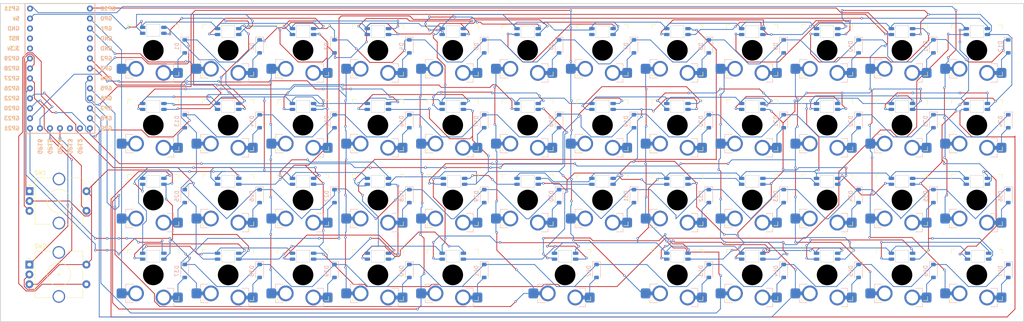
<source format=kicad_pcb>
(kicad_pcb (version 20240108) (generator "pcbnew") (generator_version "8.0")
  (layers (0 "F.Cu" signal) (31 "B.Cu" signal) (34 "B.Paste" user) (35 "F.Paste" user) (36 "B.SilkS" user "B.Silkscreen") (37 "F.SilkS" user "F.Silkscreen") (38 "B.Mask" user) (39 "F.Mask" user) (44 "Edge.Cuts" user))
  (net 0 "")
  (net 1 "Net-(D1-A)")
  (net 2 "row0")
  (net 3 "Net-(D2-A)")
  (net 4 "Net-(D3-A)")
  (net 5 "Net-(D4-A)")
  (net 6 "Net-(D5-A)")
  (net 7 "Net-(D6-A)")
  (net 8 "Net-(D7-A)")
  (net 9 "Net-(D8-A)")
  (net 10 "Net-(D9-A)")
  (net 11 "Net-(D10-A)")
  (net 12 "Net-(D11-A)")
  (net 13 "Net-(D12-A)")
  (net 14 "Net-(D13-A)")
  (net 15 "row1")
  (net 16 "Net-(D14-A)")
  (net 17 "Net-(D15-A)")
  (net 18 "Net-(D16-A)")
  (net 19 "Net-(D17-A)")
  (net 20 "Net-(D18-A)")
  (net 21 "Net-(D19-A)")
  (net 22 "Net-(D20-A)")
  (net 23 "Net-(D21-A)")
  (net 24 "Net-(D22-A)")
  (net 25 "Net-(D23-A)")
  (net 26 "Net-(D24-A)")
  (net 27 "row2")
  (net 28 "Net-(D25-A)")
  (net 29 "Net-(D26-A)")
  (net 30 "Net-(D27-A)")
  (net 31 "Net-(D28-A)")
  (net 32 "Net-(D29-A)")
  (net 33 "Net-(D30-A)")
  (net 34 "Net-(D31-A)")
  (net 35 "Net-(D32-A)")
  (net 36 "Net-(D33-A)")
  (net 37 "Net-(D34-A)")
  (net 38 "Net-(D35-A)")
  (net 39 "Net-(D36-A)")
  (net 40 "Net-(D37-A)")
  (net 41 "row3")
  (net 42 "Net-(D38-A)")
  (net 43 "Net-(D39-A)")
  (net 44 "Net-(D40-A)")
  (net 45 "Net-(D41-A)")
  (net 46 "Net-(D42-A)")
  (net 47 "Net-(D43-A)")
  (net 48 "Net-(D44-A)")
  (net 49 "Net-(D45-A)")
  (net 50 "Net-(D46-A)")
  (net 51 "Net-(D47-A)")
  (net 52 "col0")
  (net 53 "col1")
  (net 54 "col2")
  (net 55 "col3")
  (net 56 "col4")
  (net 57 "col5")
  (net 58 "col6")
  (net 59 "col7")
  (net 60 "col8")
  (net 61 "col9")
  (net 62 "col10")
  (net 63 "col11")
  (net 64 "Net-(U2-GND-Pad29)")
  (net 65 "ROT1B")
  (net 66 "ROT2A")
  (net 67 "Net-(U2-GND-Pad4)")
  (net 68 "Net-(D48-DOUT)")
  (net 69 "Net-(U2-GND-Pad5)")
  (net 72 "ROT2B")
  (net 73 "ROT1A")
  (net 74 "ROT2S1")
  (net 75 "ROT1S1")
  (net 76 "LED")
  (net 77 "+5V")
  (net 78 "GND")
  (net 79 "Net-(D49-DOUT)")
  (net 80 "Net-(D50-DOUT)")
  (net 81 "Net-(D51-DOUT)")
  (net 82 "Net-(D52-DOUT)")
  (net 83 "Net-(D53-DOUT)")
  (net 84 "Net-(D54-DOUT)")
  (net 85 "Net-(D55-DOUT)")
  (net 86 "Net-(D56-DOUT)")
  (net 87 "Net-(D57-DOUT)")
  (net 88 "Net-(D58-DOUT)")
  (net 89 "Net-(D59-DOUT)")
  (net 90 "Net-(D60-DOUT)")
  (net 91 "Net-(D61-DOUT)")
  (net 93 "Net-(D62-DOUT)")
  (net 94 "Net-(D63-DOUT)")
  (net 96 "Net-(D64-DOUT)")
  (net 97 "Net-(D65-DOUT)")
  (net 98 "Net-(D66-DOUT)")
  (net 99 "Net-(D67-DOUT)")
  (net 100 "Net-(D68-DOUT)")
  (net 101 "Net-(D69-DOUT)")
  (net 102 "Net-(D70-DOUT)")
  (net 103 "Net-(D71-DOUT)")
  (net 104 "Net-(D72-DOUT)")
  (net 105 "Net-(D73-DOUT)")
  (net 106 "Net-(D74-DOUT)")
  (net 107 "Net-(D75-DOUT)")
  (net 108 "Net-(D76-DOUT)")
  (net 109 "Net-(D77-DOUT)")
  (net 110 "Net-(D78-DOUT)")
  (net 111 "Net-(D79-DOUT)")
  (net 112 "Net-(D80-DOUT)")
  (net 113 "Net-(D81-DOUT)")
  (net 114 "Net-(D82-DOUT)")
  (net 115 "Net-(D83-DOUT)")
  (net 116 "Net-(D84-DOUT)")
  (net 117 "Net-(D85-DOUT)")
  (net 118 "Net-(D86-DOUT)")
  (net 119 "Net-(D87-DOUT)")
  (net 120 "Net-(D88-DOUT)")
  (net 121 "Net-(D89-DOUT)")
  (net 122 "Net-(D90-DOUT)")
  (net 123 "Net-(D91-DOUT)")
  (net 124 "Net-(D92-DOUT)")
  (net 125 "Net-(D93-DOUT)")
  (footprint "KS33:SW_Gateron_LowProfile_HotSwap_PTH" (layer "F.Cu") (at 205.15 114.3)
    (property "Reference" "S44" (hide yes))
    (property "Value" "Keyswitch" (hide yes))
  )
  (footprint "KS33:SW_Gateron_LowProfile_HotSwap_PTH" (layer "F.Cu") (at 167.05 57.15)
    (property "Reference" "S7" (hide yes))
    (property "Value" "Keyswitch" (hide yes))
  )
  (footprint "KS33:SW_Gateron_LowProfile_HotSwap_PTH" (layer "F.Cu") (at 128.95 76.2)
    (property "Reference" "S17" (hide yes))
    (property "Value" "Keyswitch" (hide yes))
  )
  (footprint "KS33:SW_Gateron_LowProfile_HotSwap_PTH" (layer "F.Cu") (at 71.8 76.2)
    (property "Reference" "S14" (hide yes))
    (property "Value" "Keyswitch" (hide yes))
  )
  (footprint "KS33:SW_Gateron_LowProfile_HotSwap_PTH" (layer "F.Cu") (at 109.9 76.2)
    (property "Reference" "S16" (hide yes))
    (property "Value" "Keyswitch" (hide yes))
  )
  (footprint "KS33:SW_Gateron_LowProfile_HotSwap_PTH" (layer "F.Cu") (at 243.25 57.15)
    (property "Reference" "S11" (hide yes))
    (property "Value" "Keyswitch" (hide yes))
  )
  (footprint "KS33:SW_Gateron_LowProfile_HotSwap_PTH" (layer "F.Cu") (at 224.2 114.3)
    (property "Reference" "S45" (hide yes))
    (property "Value" "Keyswitch" (hide yes))
  )
  (footprint "KS33:SW_Gateron_LowProfile_HotSwap_PTH" (layer "F.Cu") (at 128.95 114.3)
    (property "Reference" "S41" (hide yes))
    (property "Value" "Keyswitch" (hide yes))
  )
  (footprint "KS33:SW_Gateron_LowProfile_HotSwap_PTH" (layer "F.Cu") (at 157.525 114.3)
    (property "Reference" "S42" (hide yes))
    (property "Value" "Keyswitch" (hide yes))
  )
  (footprint "KS33:SW_Gateron_LowProfile_HotSwap_PTH" (layer "F.Cu") (at 148 57.15)
    (property "Reference" "S6" (hide yes))
    (property "Value" "Keyswitch" (hide yes))
  )
  (footprint "KS33:SW_Gateron_LowProfile_HotSwap_PTH" (layer "F.Cu") (at 90.85 57.15)
    (property "Reference" "S3" (hide yes))
    (property "Value" "Keyswitch" (hide yes))
  )
  (footprint "KS33:SW_Gateron_LowProfile_HotSwap_PTH" (layer "F.Cu") (at 243.25 76.2)
    (property "Reference" "S23" (hide yes))
    (property "Value" "Keyswitch" (hide yes))
  )
  (footprint "KS33:SW_Gateron_LowProfile_HotSwap_PTH" (layer "F.Cu") (at 109.9 114.3)
    (property "Reference" "S40" (hide yes))
    (property "Value" "Keyswitch" (hide yes))
  )
  (footprint "KS33:SW_Gateron_LowProfile_HotSwap_PTH" (layer "F.Cu") (at 71.8 114.3)
    (property "Reference" "S38" (hide yes))
    (property "Value" "Keyswitch" (hide yes))
  )
  (footprint "KS33:SW_Gateron_LowProfile_HotSwap_PTH" (layer "F.Cu") (at 90.85 95.25)
    (property "Reference" "S27" (hide yes))
    (property "Value" "Keyswitch" (hide yes))
  )
  (footprint "KS33:SW_Gateron_LowProfile_HotSwap_PTH" (layer "F.Cu") (at 243.25 114.3)
    (property "Reference" "S46" (hide yes))
    (property "Value" "Keyswitch" (hide yes))
  )
  (footprint "KS33:SW_Gateron_LowProfile_HotSwap_PTH" (layer "F.Cu") (at 205.15 57.15)
    (property "Reference" "S9" (hide yes))
    (property "Value" "Keyswitch" (hide yes))
  )
  (footprint "KS33:SW_Gateron_LowProfile_HotSwap_PTH" (layer "F.Cu") (at 52.75 95.25)
    (property "Reference" "S25" (hide yes))
    (property "Value" "Keyswitch" (hide yes))
  )
  (footprint "KS33:SW_Gateron_LowProfile_HotSwap_PTH" (layer "F.Cu") (at 128.95 95.25)
    (property "Reference" "S29" (hide yes))
    (property "Value" "Keyswitch" (hide yes))
  )
  (footprint "KS33:SW_Gateron_LowProfile_HotSwap_PTH" (layer "F.Cu") (at 186.1 76.2)
    (property "Reference" "S20" (hide yes))
    (property "Value" "Keyswitch" (hide yes))
  )
  (footprint "KS33:SW_Gateron_LowProfile_HotSwap_PTH" (layer "F.Cu") (at 205.15 95.25)
    (property "Reference" "S33" (hide yes))
    (property "Value" "Keyswitch" (hide yes))
  )
  (footprint "KS33:SW_Gateron_LowProfile_HotSwap_PTH" (layer "F.Cu") (at 71.8 95.25)
    (property "Reference" "S26" (hide yes))
    (property "Value" "Keyswitch" (hide yes))
  )
  (footprint "KS33:SW_Gateron_LowProfile_HotSwap_PTH" (layer "F.Cu") (at 243.25 95.25)
    (property "Reference" "S35" (hide yes))
    (property "Value" "Keyswitch" (hide yes))
  )
  (footprint "KS33:SW_Gateron_LowProfile_HotSwap_PTH" (layer "F.Cu") (at 186.1 114.3)
    (property "Reference" "S43" (hide yes))
    (property "Value" "Keyswitch" (hide yes))
  )
  (footprint "KS33:SW_Gateron_LowProfile_HotSwap_PTH" (layer "F.Cu") (at 224.2 57.15)
    (property "Reference" "S10" (hide yes))
    (property "Value" "Keyswitch" (hide yes))
  )
  (footprint "KS33:SW_Gateron_LowProfile_HotSwap_PTH" (layer "F.Cu") (at 262.3 76.2)
    (property "Reference" "S24" (hide yes))
    (property "Value" "Keyswitch" (hide yes))
  )
  (footprint "KS33:SW_Gateron_LowProfile_HotSwap_PTH" (layer "F.Cu") (at 186.1 95.25)
    (property "Reference" "S32" (hide yes))
    (property "Value" "Keyswitch" (hide yes))
  )
  (footprint "KS33:SW_Gateron_LowProfile_HotSwap_PTH" (layer "F.Cu") (at 224.2 95.25)
    (property "Reference" "S34" (hide yes))
    (property "Value" "Keyswitch" (hide yes))
  )
  (footprint "Rotary_Encoder:RotaryEncoder_Alps_EC11E-Switch_Vertical_H20mm_CircularMountingHoles" (layer "F.Cu") (at 21.21875 111.68125)
    (property "Reference" "SW2")
    (property "Value" "RotaryEncoder_Switch")
  )
  (footprint "KS33:SW_Gateron_LowProfile_HotSwap_PTH" (layer "F.Cu") (at 186.1 57.15)
    (property "Reference" "S8" (hide yes))
    (property "Value" "Keyswitch" (hide yes))
  )
  (footprint "KS33:SW_Gateron_LowProfile_HotSwap_PTH" (layer "F.Cu") (at 128.95 57.15)
    (property "Reference" "S5" (hide yes))
    (property "Value" "Keyswitch" (hide yes))
  )
  (footprint "KS33:SW_Gateron_LowProfile_HotSwap_PTH" (layer "F.Cu") (at 167.05 95.25)
    (property "Reference" "S31" (hide yes))
    (property "Value" "Keyswitch" (hide yes))
  )
  (footprint "KS33:SW_Gateron_LowProfile_HotSwap_PTH" (layer "F.Cu") (at 148 95.25)
    (property "Reference" "S30" (hide yes))
    (property "Value" "Keyswitch" (hide yes))
  )
  (footprint "KS33:SW_Gateron_LowProfile_HotSwap_PTH" (layer "F.Cu") (at 262.3 57.15)
    (property "Reference" "S12" (hide yes))
    (property "Value" "Keyswitch" (hide yes))
  )
  (footprint "KS33:SW_Gateron_LowProfile_HotSwap_PTH" (layer "F.Cu") (at 90.85 76.2)
    (property "Reference" "S15" (hide yes))
    (property "Value" "Keyswitch" (hide yes))
  )
  (footprint "KS33:SW_Gateron_LowProfile_HotSwap_PTH" (layer "F.Cu") (at 52.75 57.15)
    (property "Reference" "S1" (hide yes))
    (property "Value" "Keyswitch" (hide yes))
  )
  (footprint "KS33:SW_Gateron_LowProfile_HotSwap_PTH" (layer "F.Cu") (at 167.05 76.2)
    (property "Reference" "S19" (hide yes))
    (property "Value" "Keyswitch" (hide yes))
  )
  (footprint "KS33:SW_Gateron_LowProfile_HotSwap_PTH" (layer "F.Cu") (at 109.9 57.15)
    (property "Reference" "S4" (hide yes))
    (property "Value" "Keyswitch" (hide yes))
  )
  (footprint "KS33:SW_Gateron_LowProfile_HotSwap_PTH" (layer "F.Cu") (at 205.15 76.2)
    (property "Reference" "S21" (hide yes))
    (property "Value" "Keyswitch" (hide yes))
  )
  (footprint "KS33:SW_Gateron_LowProfile_HotSwap_PTH" (layer "F.Cu") (at 52.75 76.2)
    (property "Reference" "S13" (hide yes))
    (property "Value" "Keyswitch" (hide yes))
  )
  (footprint "KS33:SW_Gateron_LowProfile_HotSwap_PTH" (layer "F.Cu") (at 262.3 114.3)
    (property "Reference" "S47" (hide yes))
    (property "Value" "Keyswitch" (hide yes))
  )
  (footprint "KS33:SW_Gateron_LowProfile_HotSwap_PTH" (layer "F.Cu") (at 224.2 76.2)
    (property "Reference" "S22" (hide yes))
    (property "Value" "Keyswitch" (hide yes))
  )
  (footprint "KS33:SW_Gateron_LowProfile_HotSwap_PTH" (layer "F.Cu") (at 148 76.2)
    (property "Reference" "S18" (hide yes))
    (property "Value" "Keyswitch" (hide yes))
  )
  (footprint "Rotary_Encoder:RotaryEncoder_Alps_EC11E-Switch_Vertical_H20mm_CircularMountingHoles" (layer "F.Cu") (at 21.25 93)
    (property "Reference" "SW1")
    (property "Value" "RotaryEncoder_Switch")
  )
  (footprint "KS33:SW_Gateron_LowProfile_HotSwap_PTH" (layer "F.Cu") (at 71.8 57.15)
    (property "Reference" "S2" (hide yes))
    (property "Value" "Keyswitch" (hide yes))
  )
  (footprint "KS33:SW_Gateron_LowProfile_HotSwap_PTH" (layer "F.Cu") (at 262.3 95.25)
    (property "Reference" "S36" (hide yes))
    (property "Value" "Keyswitch" (hide yes))
  )
  (footprint "KS33:SW_Gateron_LowProfile_HotSwap_PTH" (layer "F.Cu") (at 52.75 114.3)
    (property "Reference" "S37" (hide yes))
    (property "Value" "Keyswitch" (hide yes))
  )
  (footprint "KS33:SW_Gateron_LowProfile_HotSwap_PTH" (layer "F.Cu") (at 90.85 114.3)
    (property "Reference" "S39" (hide yes))
    (property "Value" "Keyswitch" (hide yes))
  )
  (footprint "KS33:SW_Gateron_LowProfile_HotSwap_PTH" (layer "F.Cu") (at 109.9 95.25)
    (property "Reference" "S28" (hide yes))
    (property "Value" "Keyswitch" (hide yes))
  )
  (footprint "Diode_SMD:D_SOD-123" (layer "B.Cu") (at 270.3 56.15 -90)
    (property "Reference" "D12")
    (property "Value" "Diode")
  )
  (footprint "ScottoKeebs_Components:LED_SK6812MINI" (layer "B.Cu") (at 71.8 109.5375 180)
    (property "Reference" "D49" (hide yes))
    (property "Value" "LED_SK6812MINI" (hide yes))
    (fp_line (start 1.7 1.5) (end 1.7 -1.5) (stroke (width 0.12)) (layer "Edge.Cuts"))
    (fp_line (start 1.7 -1.5) (end -1.7 -1.5) (stroke (width 0.12)) (layer "Edge.Cuts"))
    (fp_line (start -1.7 1.5) (end 1.7 1.5) (stroke (width 0.12)) (layer "Edge.Cuts"))
    (fp_line (start -1.7 -1.5) (end -1.7 1.5) (stroke (width 0.12)) (layer "Edge.Cuts"))
  )
  (footprint "ScottoKeebs_Components:LED_SK6812MINI" (layer "B.Cu") (at 52.75 90.4875 180)
    (property "Reference" "D74" (hide yes))
    (property "Value" "LED_SK6812MINI" (hide yes))
    (fp_line (start 1.7 1.5) (end 1.7 -1.5) (stroke (width 0.12)) (layer "Edge.Cuts"))
    (fp_line (start 1.7 -1.5) (end -1.7 -1.5) (stroke (width 0.12)) (layer "Edge.Cuts"))
    (fp_line (start -1.7 1.5) (end 1.7 1.5) (stroke (width 0.12)) (layer "Edge.Cuts"))
    (fp_line (start -1.7 -1.5) (end -1.7 1.5) (stroke (width 0.12)) (layer "Edge.Cuts"))
  )
  (footprint "ScottoKeebs_Components:LED_SK6812MINI" (layer "B.Cu") (at 52.75 109.5375 180)
    (property "Reference" "D48" (hide yes))
    (property "Value" "LED_SK6812MINI" (hide yes))
    (fp_line (start 1.7 1.5) (end 1.7 -1.5) (stroke (width 0.12)) (layer "Edge.Cuts"))
    (fp_line (start 1.7 -1.5) (end -1.7 -1.5) (stroke (width 0.12)) (layer "Edge.Cuts"))
    (fp_line (start -1.7 1.5) (end 1.7 1.5) (stroke (width 0.12)) (layer "Edge.Cuts"))
    (fp_line (start -1.7 -1.5) (end -1.7 1.5) (stroke (width 0.12)) (layer "Edge.Cuts"))
  )
  (footprint "Diode_SMD:D_SOD-123" (layer "B.Cu") (at 79.8 75.2 -90)
    (property "Reference" "D14")
    (property "Value" "Diode")
  )
  (footprint "Diode_SMD:D_SOD-123" (layer "B.Cu") (at 194.1 94.25 -90)
    (property "Reference" "D32")
    (property "Value" "Diode")
  )
  (footprint "Diode_SMD:D_SOD-123" (layer "B.Cu") (at 60.75 94.25 -90)
    (property "Reference" "D25")
    (property "Value" "Diode")
  )
  (footprint "Diode_SMD:D_SOD-123" (layer "B.Cu") (at 156 56.15 -90)
    (property "Reference" "D6")
    (property "Value" "Diode")
  )
  (footprint "ScottoKeebs_Components:LED_SK6812MINI" (layer "B.Cu") (at 128.95 71.4375 180)
    (property "Reference" "D86" (hide yes))
    (property "Value" "LED_SK6812MINI" (hide yes))
    (fp_line (start 1.7 1.5) (end 1.7 -1.5) (stroke (width 0.12)) (layer "Edge.Cuts"))
    (fp_line (start 1.7 -1.5) (end -1.7 -1.5) (stroke (width 0.12)) (layer "Edge.Cuts"))
    (fp_line (start -1.7 1.5) (end 1.7 1.5) (stroke (width 0.12)) (layer "Edge.Cuts"))
    (fp_line (start -1.7 -1.5) (end -1.7 1.5) (stroke (width 0.12)) (layer "Edge.Cuts"))
  )
  (footprint "ScottoKeebs_Components:LED_SK6812MINI" (layer "B.Cu") (at 90.85 71.4375 180)
    (property "Reference" "D84" (hide yes))
    (property "Value" "LED_SK6812MINI" (hide yes))
    (fp_line (start 1.7 1.5) (end 1.7 -1.5) (stroke (width 0.12)) (layer "Edge.Cuts"))
    (fp_line (start 1.7 -1.5) (end -1.7 -1.5) (stroke (width 0.12)) (layer "Edge.Cuts"))
    (fp_line (start -1.7 1.5) (end 1.7 1.5) (stroke (width 0.12)) (layer "Edge.Cuts"))
    (fp_line (start -1.7 -1.5) (end -1.7 1.5) (stroke (width 0.12)) (layer "Edge.Cuts"))
  )
  (footprint "Diode_SMD:D_SOD-123" (layer "B.Cu") (at 213.15 56.15 -90)
    (property "Reference" "D9")
    (property "Value" "Diode")
  )
  (footprint "ScottoKeebs_Components:LED_SK6812MINI" (layer "B.Cu") (at 157.525 109.5375 180)
    (property "Reference" "D54" (hide yes))
    (property "Value" "LED_SK6812MINI" (hide yes))
    (fp_line (start 1.7 1.5) (end 1.7 -1.5) (stroke (width 0.12)) (layer "Edge.Cuts"))
    (fp_line (start 1.7 -1.5) (end -1.7 -1.5) (stroke (width 0.12)) (layer "Edge.Cuts"))
    (fp_line (start -1.7 1.5) (end 1.7 1.5) (stroke (width 0.12)) (layer "Edge.Cuts"))
    (fp_line (start -1.7 -1.5) (end -1.7 1.5) (stroke (width 0.12)) (layer "Edge.Cuts"))
  )
  (footprint "ScottoKeebs_Components:LED_SK6812MINI" (layer "B.Cu") (at 262.3 52.3875 180)
    (property "Reference" "D50" (hide yes))
    (property "Value" "LED_SK6812MINI" (hide yes))
    (fp_line (start 1.7 1.5) (end 1.7 -1.5) (stroke (width 0.12)) (layer "Edge.Cuts"))
    (fp_line (start 1.7 -1.5) (end -1.7 -1.5) (stroke (width 0.12)) (layer "Edge.Cuts"))
    (fp_line (start -1.7 1.5) (end 1.7 1.5) (stroke (width 0.12)) (layer "Edge.Cuts"))
    (fp_line (start -1.7 -1.5) (end -1.7 1.5) (stroke (width 0.12)) (layer "Edge.Cuts"))
  )
  (footprint "Diode_SMD:D_SOD-123" (layer "B.Cu") (at 251.25 113.3 -90)
    (property "Reference" "D46")
    (property "Value" "Diode")
  )
  (footprint "Diode_SMD:D_SOD-123" (layer "B.Cu") (at 251.25 56.15 -90)
    (property "Reference" "D11")
    (property "Value" "Diode")
  )
  (footprint "ScottoKeebs_Components:LED_SK6812MINI" (layer "B.Cu") (at 262.61875 109.5375 180)
    (property "Reference" "D59" (hide yes))
    (property "Value" "LED_SK6812MINI" (hide yes))
    (fp_line (start 1.7 1.5) (end 1.7 -1.5) (stroke (width 0.12)) (layer "Edge.Cuts"))
    (fp_line (start 1.7 -1.5) (end -1.7 -1.5) (stroke (width 0.12)) (layer "Edge.Cuts"))
    (fp_line (start -1.7 1.5) (end 1.7 1.5) (stroke (width 0.12)) (layer "Edge.Cuts"))
    (fp_line (start -1.7 -1.5) (end -1.7 1.5) (stroke (width 0.12)) (layer "Edge.Cuts"))
  )
  (footprint "Diode_SMD:D_SOD-123" (layer "B.Cu") (at 213.15 113.3 -90)
    (property "Reference" "D44")
    (property "Value" "Diode")
  )
  (footprint "ScottoKeebs_Components:LED_SK6812MINI" (layer "B.Cu") (at 167.05 71.4375 180)
    (property "Reference" "D68" (hide yes))
    (property "Value" "LED_SK6812MINI" (hide yes))
    (fp_line (start 1.7 1.5) (end 1.7 -1.5) (stroke (width 0.12)) (layer "Edge.Cuts"))
    (fp_line (start 1.7 -1.5) (end -1.7 -1.5) (stroke (width 0.12)) (layer "Edge.Cuts"))
    (fp_line (start -1.7 1.5) (end 1.7 1.5) (stroke (width 0.12)) (layer "Edge.Cuts"))
    (fp_line (start -1.7 -1.5) (end -1.7 1.5) (stroke (width 0.12)) (layer "Edge.Cuts"))
  )
  (footprint "ScottoKeebs_Components:LED_SK6812MINI" (layer "B.Cu") (at 90.85 52.3875 180)
    (property "Reference" "D90" (hide yes))
    (property "Value" "LED_SK6812MINI" (hide yes))
    (fp_line (start 1.7 1.5) (end 1.7 -1.5) (stroke (width 0.12)) (layer "Edge.Cuts"))
    (fp_line (start 1.7 -1.5) (end -1.7 -1.5) (stroke (width 0.12)) (layer "Edge.Cuts"))
    (fp_line (start -1.7 1.5) (end 1.7 1.5) (stroke (width 0.12)) (layer "Edge.Cuts"))
    (fp_line (start -1.7 -1.5) (end -1.7 1.5) (stroke (width 0.12)) (layer "Edge.Cuts"))
  )
  (footprint "ScottoKeebs_Components:LED_SK6812MINI" (layer "B.Cu") (at 205.15 90.4875 180)
    (property "Reference" "D63" (hide yes))
    (property "Value" "LED_SK6812MINI" (hide yes))
    (fp_line (start 1.7 1.5) (end 1.7 -1.5) (stroke (width 0.12)) (layer "Edge.Cuts"))
    (fp_line (start 1.7 -1.5) (end -1.7 -1.5) (stroke (width 0.12)) (layer "Edge.Cuts"))
    (fp_line (start -1.7 1.5) (end 1.7 1.5) (stroke (width 0.12)) (layer "Edge.Cuts"))
    (fp_line (start -1.7 -1.5) (end -1.7 1.5) (stroke (width 0.12)) (layer "Edge.Cuts"))
  )
  (footprint "Diode_SMD:D_SOD-123" (layer "B.Cu") (at 98.85 56.15 -90)
    (property "Reference" "D3")
    (property "Value" "Diode")
  )
  (footprint "Diode_SMD:D_SOD-123" (layer "B.Cu") (at 232.2 113.3 -90)
    (property "Reference" "D45")
    (property "Value" "Diode")
  )
  (footprint "Diode_SMD:D_SOD-123" (layer "B.Cu") (at 136.95 75.2 -90)
    (property "Reference" "D17")
    (property "Value" "Diode")
  )
  (footprint "ScottoKeebs_Components:LED_SK6812MINI" (layer "B.Cu") (at 109.9 71.4375 180)
    (property "Reference" "D85" (hide yes))
    (property "Value" "LED_SK6812MINI" (hide yes))
    (fp_line (start 1.7 1.5) (end 1.7 -1.5) (stroke (width 0.12)) (layer "Edge.Cuts"))
    (fp_line (start 1.7 -1.5) (end -1.7 -1.5) (stroke (width 0.12)) (layer "Edge.Cuts"))
    (fp_line (start -1.7 1.5) (end 1.7 1.5) (stroke (width 0.12)) (layer "Edge.Cuts"))
    (fp_line (start -1.7 -1.5) (end -1.7 1.5) (stroke (width 0.12)) (layer "Edge.Cuts"))
  )
  (footprint "Diode_SMD:D_SOD-123" (layer "B.Cu") (at 251.25 94.25 -90)
    (property "Reference" "D35")
    (property "Value" "Diode")
  )
  (footprint "Diode_SMD:D_SOD-123" (layer "B.Cu") (at 194.1 75.2 -90)
    (property "Reference" "D20")
    (property "Value" "Diode")
  )
  (footprint "ScottoKeebs_Components:LED_SK6812MINI" (layer "B.Cu") (at 186.1 71.4375 180)
    (property "Reference" "D69" (hide yes))
    (property "Value" "LED_SK6812MINI" (hide yes))
    (fp_line (start 1.7 1.5) (end 1.7 -1.5) (stroke (width 0.12)) (layer "Edge.Cuts"))
    (fp_line (start 1.7 -1.5) (end -1.7 -1.5) (stroke (width 0.12)) (layer "Edge.Cuts"))
    (fp_line (start -1.7 1.5) (end 1.7 1.5) (stroke (width 0.12)) (layer "Edge.Cuts"))
    (fp_line (start -1.7 -1.5) (end -1.7 1.5) (stroke (width 0.12)) (layer "Edge.Cuts"))
  )
  (footprint "ScottoKeebs_Components:LED_SK6812MINI" (layer "B.Cu") (at 262.3 71.4375 180)
    (property "Reference" "D73" (hide yes))
    (property "Value" "LED_SK6812MINI" (hide yes))
    (fp_line (start 1.7 1.5) (end 1.7 -1.5) (stroke (width 0.12)) (layer "Edge.Cuts"))
    (fp_line (start 1.7 -1.5) (end -1.7 -1.5) (stroke (width 0.12)) (layer "Edge.Cuts"))
    (fp_line (start -1.7 1.5) (end 1.7 1.5) (stroke (width 0.12)) (layer "Edge.Cuts"))
    (fp_line (start -1.7 -1.5) (end -1.7 1.5) (stroke (width 0.12)) (layer "Edge.Cuts"))
  )
  (footprint "ScottoKeebs_Components:LED_SK6812MINI" (layer "B.Cu") (at 224.2 109.5375 180)
    (property "Reference" "D57" (hide yes))
    (property "Value" "LED_SK6812MINI" (hide yes))
    (fp_line (start 1.7 1.5) (end 1.7 -1.5) (stroke (width 0.12)) (layer "Edge.Cuts"))
    (fp_line (start 1.7 -1.5) (end -1.7 -1.5) (stroke (width 0.12)) (layer "Edge.Cuts"))
    (fp_line (start -1.7 1.5) (end 1.7 1.5) (stroke (width 0.12)) (layer "Edge.Cuts"))
    (fp_line (start -1.7 -1.5) (end -1.7 1.5) (stroke (width 0.12)) (layer "Edge.Cuts"))
  )
  (footprint "Diode_SMD:D_SOD-123" (layer "B.Cu") (at 98.85 113.3 -90)
    (property "Reference" "D39")
    (property "Value" "Diode")
  )
  (footprint "Diode_SMD:D_SOD-123" (layer "B.Cu") (at 60.75 113.3 -90)
    (property "Reference" "D37")
    (property "Value" "Diode")
  )
  (footprint "Diode_SMD:D_SOD-123" (layer "B.Cu") (at 165.525 113.3 -90)
    (property "Reference" "D42")
    (property "Value" "Diode")
  )
  (footprint "ScottoKeebs_Components:LED_SK6812MINI" (layer "B.Cu") (at 262.3 90.4875 180)
    (property "Reference" "D60" (hide yes))
    (property "Value" "LED_SK6812MINI" (hide yes))
    (fp_line (start 1.7 1.5) (end 1.7 -1.5) (stroke (width 0.12)) (layer "Edge.Cuts"))
    (fp_line (start 1.7 -1.5) (end -1.7 -1.5) (stroke (width 0.12)) (layer "Edge.Cuts"))
    (fp_line (start -1.7 1.5) (end 1.7 1.5) (stroke (width 0.12)) (layer "Edge.Cuts"))
    (fp_line (start -1.7 -1.5) (end -1.7 1.5) (stroke (width 0.12)) (layer "Edge.Cuts"))
  )
  (footprint "ScottoKeebs_Components:LED_SK6812MINI" (layer "B.Cu") (at 148 52.3875 180)
    (property "Reference" "D93" (hide yes))
    (property "Value" "LED_SK6812MINI" (hide yes))
    (fp_line (start 1.7 1.5) (end 1.7 -1.5) (stroke (width 0.12)) (layer "Edge.Cuts"))
    (fp_line (start 1.7 -1.5) (end -1.7 -1.5) (stroke (width 0.12)) (layer "Edge.Cuts"))
    (fp_line (start -1.7 1.5) (end 1.7 1.5) (stroke (width 0.12)) (layer "Edge.Cuts"))
    (fp_line (start -1.7 -1.5) (end -1.7 1.5) (stroke (width 0.12)) (layer "Edge.Cuts"))
  )
  (footprint "ScottoKeebs_Components:LED_SK6812MINI" (layer "B.Cu") (at 205.15 52.3875 180)
    (property "Reference" "D79" (hide yes))
    (property "Value" "LED_SK6812MINI" (hide yes))
    (fp_line (start 1.7 1.5) (end 1.7 -1.5) (stroke (width 0.12)) (layer "Edge.Cuts"))
    (fp_line (start 1.7 -1.5) (end -1.7 -1.5) (stroke (width 0.12)) (layer "Edge.Cuts"))
    (fp_line (start -1.7 1.5) (end 1.7 1.5) (stroke (width 0.12)) (layer "Edge.Cuts"))
    (fp_line (start -1.7 -1.5) (end -1.7 1.5) (stroke (width 0.12)) (layer "Edge.Cuts"))
  )
  (footprint "Diode_SMD:D_SOD-123" (layer "B.Cu") (at 60.75 75.2 -90)
    (property "Reference" "D13")
    (property "Value" "Diode")
  )
  (footprint "Diode_SMD:D_SOD-123" (layer "B.Cu") (at 232.2 75.2 -90)
    (property "Reference" "D22")
    (property "Value" "Diode")
  )
  (footprint "Diode_SMD:D_SOD-123" (layer "B.Cu") (at 270.3 94.25 -90)
    (property "Reference" "D36")
    (property "Value" "Diode")
  )
  (footprint "ScottoKeebs_Components:LED_SK6812MINI" (layer "B.Cu") (at 224.2 90.4875 180)
    (property "Reference" "D62" (hide yes))
    (property "Value" "LED_SK6812MINI" (hide yes))
    (fp_line (start 1.7 1.5) (end 1.7 -1.5) (stroke (width 0.12)) (layer "Edge.Cuts"))
    (fp_line (start 1.7 -1.5) (end -1.7 -1.5) (stroke (width 0.12)) (layer "Edge.Cuts"))
    (fp_line (start -1.7 1.5) (end 1.7 1.5) (stroke (width 0.12)) (layer "Edge.Cuts"))
    (fp_line (start -1.7 -1.5) (end -1.7 1.5) (stroke (width 0.12)) (layer "Edge.Cuts"))
  )
  (footprint "Diode_SMD:D_SOD-123" (layer "B.Cu") (at 98.85 94.25 -90)
    (property "Reference" "D27")
    (property "Value" "Diode")
  )
  (footprint "ScottoKeebs_Components:LED_SK6812MINI" (layer "B.Cu") (at 224.2 52.3875 180)
    (property "Reference" "D80" (hide yes))
    (property "Value" "LED_SK6812MINI" (hide yes))
    (fp_line (start 1.7 1.5) (end 1.7 -1.5) (stroke (width 0.12)) (layer "Edge.Cuts"))
    (fp_line (start 1.7 -1.5) (end -1.7 -1.5) (stroke (width 0.12)) (layer "Edge.Cuts"))
    (fp_line (start -1.7 1.5) (end 1.7 1.5) (stroke (width 0.12)) (layer "Edge.Cuts"))
    (fp_line (start -1.7 -1.5) (end -1.7 1.5) (stroke (width 0.12)) (layer "Edge.Cuts"))
  )
  (footprint "Diode_SMD:D_SOD-123" (layer "B.Cu") (at 194.1 113.3 -90)
    (property "Reference" "D43")
    (property "Value" "Diode")
  )
  (footprint "ScottoKeebs_Components:LED_SK6812MINI" (layer "B.Cu") (at 109.9 52.3875 180)
    (property "Reference" "D91" (hide yes))
    (property "Value" "LED_SK6812MINI" (hide yes))
    (fp_line (start 1.7 1.5) (end 1.7 -1.5) (stroke (width 0.12)) (layer "Edge.Cuts"))
    (fp_line (start 1.7 -1.5) (end -1.7 -1.5) (stroke (width 0.12)) (layer "Edge.Cuts"))
    (fp_line (start -1.7 1.5) (end 1.7 1.5) (stroke (width 0.12)) (layer "Edge.Cuts"))
    (fp_line (start -1.7 -1.5) (end -1.7 1.5) (stroke (width 0.12)) (layer "Edge.Cuts"))
  )
  (footprint "ScottoKeebs_Components:LED_SK6812MINI" (layer "B.Cu") (at 128.95 109.5375 180)
    (property "Reference" "D53" (hide yes))
    (property "Value" "LED_SK6812MINI" (hide yes))
    (fp_line (start 1.7 1.5) (end 1.7 -1.5) (stroke (width 0.12)) (layer "Edge.Cuts"))
    (fp_line (start 1.7 -1.5) (end -1.7 -1.5) (stroke (width 0.12)) (layer "Edge.Cuts"))
    (fp_line (start -1.7 1.5) (end 1.7 1.5) (stroke (width 0.12)) (layer "Edge.Cuts"))
    (fp_line (start -1.7 -1.5) (end -1.7 1.5) (stroke (width 0.12)) (layer "Edge.Cuts"))
  )
  (footprint "ScottoKeebs_Components:LED_SK6812MINI" (layer "B.Cu") (at 205.15 109.5375 180)
    (property "Reference" "D56" (hide yes))
    (property "Value" "LED_SK6812MINI" (hide yes))
    (fp_line (start 1.7 1.5) (end 1.7 -1.5) (stroke (width 0.12)) (layer "Edge.Cuts"))
    (fp_line (start 1.7 -1.5) (end -1.7 -1.5) (stroke (width 0.12)) (layer "Edge.Cuts"))
    (fp_line (start -1.7 1.5) (end 1.7 1.5) (stroke (width 0.12)) (layer "Edge.Cuts"))
    (fp_line (start -1.7 -1.5) (end -1.7 1.5) (stroke (width 0.12)) (layer "Edge.Cuts"))
  )
  (footprint "ScottoKeebs_Components:LED_SK6812MINI" (layer "B.Cu") (at 167.05 90.4875 180)
    (property "Reference" "D65" (hide yes))
    (property "Value" "LED_SK6812MINI" (hide yes))
    (fp_line (start 1.7 1.5) (end 1.7 -1.5) (stroke (width 0.12)) (layer "Edge.Cuts"))
    (fp_line (start 1.7 -1.5) (end -1.7 -1.5) (stroke (width 0.12)) (layer "Edge.Cuts"))
    (fp_line (start -1.7 1.5) (end 1.7 1.5) (stroke (width 0.12)) (layer "Edge.Cuts"))
    (fp_line (start -1.7 -1.5) (end -1.7 1.5) (stroke (width 0.12)) (layer "Edge.Cuts"))
  )
  (footprint "ScottoKeebs_Components:LED_SK6812MINI" (layer "B.Cu") (at 90.85 109.5375 180)
    (property "Reference" "D51" (hide yes))
    (property "Value" "LED_SK6812MINI" (hide yes))
    (fp_line (start 1.7 1.5) (end 1.7 -1.5) (stroke (width 0.12)) (layer "Edge.Cuts"))
    (fp_line (start 1.7 -1.5) (end -1.7 -1.5) (stroke (width 0.12)) (layer "Edge.Cuts"))
    (fp_line (start -1.7 1.5) (end 1.7 1.5) (stroke (width 0.12)) (layer "Edge.Cuts"))
    (fp_line (start -1.7 -1.5) (end -1.7 1.5) (stroke (width 0.12)) (layer "Edge.Cuts"))
  )
  (footprint "Diode_SMD:D_SOD-123" (layer "B.Cu") (at 232.2 56.15 -90)
    (property "Reference" "D10")
    (property "Value" "Diode")
  )
  (footprint "ScottoKeebs_Components:LED_SK6812MINI" (layer "B.Cu") (at 109.9 109.5375 180)
    (property "Reference" "D52" (hide yes))
    (property "Value" "LED_SK6812MINI" (hide yes))
    (fp_line (start 1.7 1.5) (end 1.7 -1.5) (stroke (width 0.12)) (layer "Edge.Cuts"))
    (fp_line (start 1.7 -1.5) (end -1.7 -1.5) (stroke (width 0.12)) (layer "Edge.Cuts"))
    (fp_line (start -1.7 1.5) (end 1.7 1.5) (stroke (width 0.12)) (layer "Edge.Cuts"))
    (fp_line (start -1.7 -1.5) (end -1.7 1.5) (stroke (width 0.12)) (layer "Edge.Cuts"))
  )
  (footprint "Diode_SMD:D_SOD-123" (layer "B.Cu") (at 136.95 56.15 -90)
    (property "Reference" "D5")
    (property "Value" "Diode")
  )
  (footprint "Diode_SMD:D_SOD-123" (layer "B.Cu") (at 136.95 113.3 -90)
    (property "Reference" "D41")
    (property "Value" "Diode")
  )
  (footprint "Diode_SMD:D_SOD-123" (layer "B.Cu") (at 213.15 94.25 -90)
    (property "Reference" "D33")
    (property "Value" "Diode")
  )
  (footprint "Diode_SMD:D_SOD-123" (layer "B.Cu") (at 175.05 75.2 -90)
    (property "Reference" "D19")
    (property "Value" "Diode")
  )
  (footprint "Diode_SMD:D_SOD-123" (layer "B.Cu") (at 117.9 113.3 -90)
    (property "Reference" "D40")
    (property "Value" "Diode")
  )
  (footprint "ScottoKeebs_Components:LED_SK6812MINI" (layer "B.Cu") (at 243.25 90.4875 180)
    (property "Reference" "D61" (hide yes))
    (property "Value" "LED_SK6812MINI" (hide yes))
    (fp_line (start 1.7 1.5) (end 1.7 -1.5) (stroke (width 0.12)) (layer "Edge.Cuts"))
    (fp_line (start 1.7 -1.5) (end -1.7 -1.5) (stroke (width 0.12)) (layer "Edge.Cuts"))
    (fp_line (start -1.7 1.5) (end 1.7 1.5) (stroke (width 0.12)) (layer "Edge.Cuts"))
    (fp_line (start -1.7 -1.5) (end -1.7 1.5) (stroke (width 0.12)) (layer "Edge.Cuts"))
  )
  (footprint "ScottoKeebs_Components:LED_SK6812MINI" (layer "B.Cu") (at 109.9 90.4875 180)
    (property "Reference" "D77" (hide yes))
    (property "Value" "LED_SK6812MINI" (hide yes))
    (fp_line (start 1.7 1.5) (end 1.7 -1.5) (stroke (width 0.12)) (layer "Edge.Cuts"))
    (fp_line (start 1.7 -1.5) (end -1.7 -1.5) (stroke (width 0.12)) (layer "Edge.Cuts"))
    (fp_line (start -1.7 1.5) (end 1.7 1.5) (stroke (width 0.12)) (layer "Edge.Cuts"))
    (fp_line (start -1.7 -1.5) (end -1.7 1.5) (stroke (width 0.12)) (layer "Edge.Cuts"))
  )
  (footprint "ScottoKeebs_Components:LED_SK6812MINI" (layer "B.Cu") (at 205.15 71.4375 180)
    (property "Reference" "D70" (hide yes))
    (property "Value" "LED_SK6812MINI" (hide yes))
    (fp_line (start 1.7 1.5) (end 1.7 -1.5) (stroke (width 0.12)) (layer "Edge.Cuts"))
    (fp_line (start 1.7 -1.5) (end -1.7 -1.5) (stroke (width 0.12)) (layer "Edge.Cuts"))
    (fp_line (start -1.7 1.5) (end 1.7 1.5) (stroke (width 0.12)) (layer "Edge.Cuts"))
    (fp_line (start -1.7 -1.5) (end -1.7 1.5) (stroke (width 0.12)) (layer "Edge.Cuts"))
  )
  (footprint "ScottoKeebs_Components:LED_SK6812MINI" (layer "B.Cu") (at 186.1 90.4875 180)
    (property "Reference" "D64" (hide yes))
    (property "Value" "LED_SK6812MINI" (hide yes))
    (fp_line (start 1.7 1.5) (end 1.7 -1.5) (stroke (width 0.12)) (layer "Edge.Cuts"))
    (fp_line (start 1.7 -1.5) (end -1.7 -1.5) (stroke (width 0.12)) (layer "Edge.Cuts"))
    (fp_line (start -1.7 1.5) (end 1.7 1.5) (stroke (width 0.12)) (layer "Edge.Cuts"))
    (fp_line (start -1.7 -1.5) (end -1.7 1.5) (stroke (width 0.12)) (layer "Edge.Cuts"))
  )
  (footprint "ScottoKeebs_Components:LED_SK6812MINI" (layer "B.Cu") (at 148 90.4875 180)
    (property "Reference" "D66" (hide yes))
    (property "Value" "LED_SK6812MINI" (hide yes))
    (fp_line (start 1.7 1.5) (end 1.7 -1.5) (stroke (width 0.12)) (layer "Edge.Cuts"))
    (fp_line (start 1.7 -1.5) (end -1.7 -1.5) (stroke (width 0.12)) (layer "Edge.Cuts"))
    (fp_line (start -1.7 1.5) (end 1.7 1.5) (stroke (width 0.12)) (layer "Edge.Cuts"))
    (fp_line (start -1.7 -1.5) (end -1.7 1.5) (stroke (width 0.12)) (layer "Edge.Cuts"))
  )
  (footprint "ScottoKeebs_Components:LED_SK6812MINI" (layer "B.Cu") (at 90.85 90.4875 180)
    (property "Reference" "D76" (hide yes))
    (property "Value" "LED_SK6812MINI" (hide yes))
    (fp_line (start 1.7 1.5) (end 1.7 -1.5) (stroke (width 0.12)) (layer "Edge.Cuts"))
    (fp_line (start 1.7 -1.5) (end -1.7 -1.5) (stroke (width 0.12)) (layer "Edge.Cuts"))
    (fp_line (start -1.7 1.5) (end 1.7 1.5) (stroke (width 0.12)) (layer "Edge.Cuts"))
    (fp_line (start -1.7 -1.5) (end -1.7 1.5) (stroke (width 0.12)) (layer "Edge.Cuts"))
  )
  (footprint "ScottoKeebs_Components:LED_SK6812MINI" (layer "B.Cu") (at 71.8 71.4375 180)
    (property "Reference" "D83" (hide yes))
    (property "Value" "LED_SK6812MINI" (hide yes))
    (fp_line (start 1.7 1.5) (end 1.7 -1.5) (stroke (width 0.12)) (layer "Edge.Cuts"))
    (fp_line (start 1.7 -1.5) (end -1.7 -1.5) (stroke (width 0.12)) (layer "Edge.Cuts"))
    (fp_line (start -1.7 1.5) (end 1.7 1.5) (stroke (width 0.12)) (layer "Edge.Cuts"))
    (fp_line (start -1.7 -1.5) (end -1.7 1.5) (stroke (width 0.12)) (layer "Edge.Cuts"))
  )
  (footprint "Diode_SMD:D_SOD-123" (layer "B.Cu") (at 79.8 56.15 -90)
    (property "Reference" "D2")
    (property "Value" "Diode")
  )
  (footprint "Diode_SMD:D_SOD-123" (layer "B.Cu") (at 270.3 113.3 -90)
    (property "Reference" "D47")
    (property "Value" "Diode")
  )
  (footprint "ScottoKeebs_Components:LED_SK6812MINI" (layer "B.Cu") (at 148 71.4375 180)
    (property "Reference" "D87" (hide yes))
    (property "Value" "LED_SK6812MINI" (hide yes))
    (fp_line (start 1.7 1.5) (end 1.7 -1.5) (stroke (width 0.12)) (layer "Edge.Cuts"))
    (fp_line (start 1.7 -1.5) (end -1.7 -1.5) (stroke (width 0.12)) (layer "Edge.Cuts"))
    (fp_line (start -1.7 1.5) (end 1.7 1.5) (stroke (width 0.12)) (layer "Edge.Cuts"))
    (fp_line (start -1.7 -1.5) (end -1.7 1.5) (stroke (width 0.12)) (layer "Edge.Cuts"))
  )
  (footprint "ScottoKeebs_Components:LED_SK6812MINI" (layer "B.Cu") (at 224.2 71.4375 180)
    (property "Reference" "D71" (hide yes))
    (property "Value" "LED_SK6812MINI" (hide yes))
    (fp_line (start 1.7 1.5) (end 1.7 -1.5) (stroke (width 0.12)) (layer "Edge.Cuts"))
    (fp_line (start 1.7 -1.5) (end -1.7 -1.5) (stroke (width 0.12)) (layer "Edge.Cuts"))
    (fp_line (start -1.7 1.5) (end 1.7 1.5) (stroke (width 0.12)) (layer "Edge.Cuts"))
    (fp_line (start -1.7 -1.5) (end -1.7 1.5) (stroke (width 0.12)) (layer "Edge.Cuts"))
  )
  (footprint "Diode_SMD:D_SOD-123" (layer "B.Cu") (at 98.85 75.2 -90)
    (property "Reference" "D15")
    (property "Value" "Diode")
  )
  (footprint "ScottoKeebs_Components:LED_SK6812MINI" (layer "B.Cu") (at 128.95 52.3875 180)
    (property "Reference" "D92" (hide yes))
    (property "Value" "LED_SK6812MINI" (hide yes))
    (fp_line (start 1.7 1.5) (end 1.7 -1.5) (stroke (width 0.12)) (layer "Edge.Cuts"))
    (fp_line (start 1.7 -1.5) (end -1.7 -1.5) (stroke (width 0.12)) (layer "Edge.Cuts"))
    (fp_line (start -1.7 1.5) (end 1.7 1.5) (stroke (width 0.12)) (layer "Edge.Cuts"))
    (fp_line (start -1.7 -1.5) (end -1.7 1.5) (stroke (width 0.12)) (layer "Edge.Cuts"))
  )
  (footprint "ScottoKeebs_Components:LED_SK6812MINI" (layer "B.Cu") (at 243.25 109.5375 180)
    (property "Reference" "D58" (hide yes))
    (property "Value" "LED_SK6812MINI" (hide yes))
    (fp_line (start 1.7 1.5) (end 1.7 -1.5) (stroke (width 0.12)) (layer "Edge.Cuts"))
    (fp_line (start 1.7 -1.5) (end -1.7 -1.5) (stroke (width 0.12)) (layer "Edge.Cuts"))
    (fp_line (start -1.7 1.5) (end 1.7 1.5) (stroke (width 0.12)) (layer "Edge.Cuts"))
    (fp_line (start -1.7 -1.5) (end -1.7 1.5) (stroke (width 0.12)) (layer "Edge.Cuts"))
  )
  (footprint "ScottoKeebs_Components:LED_SK6812MINI" (layer "B.Cu") (at 52.75 71.4375 180)
    (property "Reference" "D82" (hide yes))
    (property "Value" "LED_SK6812MINI" (hide yes))
    (fp_line (start 1.7 1.5) (end 1.7 -1.5) (stroke (width 0.12)) (layer "Edge.Cuts"))
    (fp_line (start 1.7 -1.5) (end -1.7 -1.5) (stroke (width 0.12)) (layer "Edge.Cuts"))
    (fp_line (start -1.7 1.5) (end 1.7 1.5) (stroke (width 0.12)) (layer "Edge.Cuts"))
    (fp_line (start -1.7 -1.5) (end -1.7 1.5) (stroke (width 0.12)) (layer "Edge.Cuts"))
  )
  (footprint "Diode_SMD:D_SOD-123" (layer "B.Cu") (at 136.95 94.25 -90)
    (property "Reference" "D29")
    (property "Value" "Diode")
  )
  (footprint "Diode_SMD:D_SOD-123" (layer "B.Cu") (at 194.1 56.15 -90)
    (property "Reference" "D8")
    (property "Value" "Diode")
  )
  (footprint "Diode_SMD:D_SOD-123" (layer "B.Cu") (at 175.05 94.25 -90)
    (property "Reference" "D31")
    (property "Value" "Diode")
  )
  (footprint "Diode_SMD:D_SOD-123" (layer "B.Cu") (at 79.8 94.25 -90)
    (property "Reference" "D26")
    (property "Value" "Diode")
  )
  (footprint "Diode_SMD:D_SOD-123" (layer "B.Cu") (at 156 94.25 -90)
    (property "Reference" "D30")
    (property "Value" "Diode")
  )
  (footprint "ScottoKeebs_Components:LED_SK6812MINI" (layer "B.Cu") (at 167.05 52.3875 180)
    (property "Reference" "D94" (hide yes))
    (property "Value" "LED_SK6812MINI" (hide yes))
    (fp_line (start 1.7 1.5) (end 1.7 -1.5) (stroke (width 0.12)) (layer "Edge.Cuts"))
    (fp_line (start 1.7 -1.5) (end -1.7 -1.5) (stroke (width 0.12)) (layer "Edge.Cuts"))
    (fp_line (start -1.7 1.5) (end 1.7 1.5) (stroke (width 0.12)) (layer "Edge.Cuts"))
    (fp_line (start -1.7 -1.5) (end -1.7 1.5) (stroke (width 0.12)) (layer "Edge.Cuts"))
  )
  (footprint "ScottoKeebs_Components:LED_SK6812MINI" (layer "B.Cu") (at 129.26875 90.4875 180)
    (property "Reference" "D67" (hide yes))
    (property "Value" "LED_SK6812MINI" (hide yes))
    (fp_line (start 1.7 1.5) (end 1.7 -1.5) (stroke (width 0.12)) (layer "Edge.Cuts"))
    (fp_line (start 1.7 -1.5) (end -1.7 -1.5) (stroke (width 0.12)) (layer "Edge.Cuts"))
    (fp_line (start -1.7 1.5) (end 1.7 1.5) (stroke (width 0.12)) (layer "Edge.Cuts"))
    (fp_line (start -1.7 -1.5) (end -1.7 1.5) (stroke (width 0.12)) (layer "Edge.Cuts"))
  )
  (footprint "ScottoKeebs_Components:LED_SK6812MINI" (layer "B.Cu") (at 243.25 71.4375 180)
    (property "Reference" "D72" (hide yes))
    (property "Value" "LED_SK6812MINI" (hide yes))
    (fp_line (start 1.7 1.5) (end 1.7 -1.5) (stroke (width 0.12)) (layer "Edge.Cuts"))
    (fp_line (start 1.7 -1.5) (end -1.7 -1.5) (stroke (width 0.12)) (layer "Edge.Cuts"))
    (fp_line (start -1.7 1.5) (end 1.7 1.5) (stroke (width 0.12)) (layer "Edge.Cuts"))
    (fp_line (start -1.7 -1.5) (end -1.7 1.5) (stroke (width 0.12)) (layer "Edge.Cuts"))
  )
  (footprint "Diode_SMD:D_SOD-123" (layer "B.Cu") (at 270.3 75.2 -90)
    (property "Reference" "D24")
    (property "Value" "Diode")
  )
  (footprint "ScottoKeebs_Components:LED_SK6812MINI" (layer "B.Cu") (at 71.8 90.4875 180)
    (property "Reference" "D75" (hide yes))
    (property "Value" "LED_SK6812MINI" (hide yes))
    (fp_line (start 1.7 1.5) (end 1.7 -1.5) (stroke (width 0.12)) (layer "Edge.Cuts"))
    (fp_line (start 1.7 -1.5) (end -1.7 -1.5) (stroke (width 0.12)) (layer "Edge.Cuts"))
    (fp_line (start -1.7 1.5) (end 1.7 1.5) (stroke (width 0.12)) (layer "Edge.Cuts"))
    (fp_line (start -1.7 -1.5) (end -1.7 1.5) (stroke (width 0.12)) (layer "Edge.Cuts"))
  )
  (footprint "Diode_SMD:D_SOD-123" (layer "B.Cu") (at 117.9 56.15 -90)
    (property "Reference" "D4")
    (property "Value" "Diode")
  )
  (footprint "ScottoKeebs_Components:LED_SK6812MINI" (layer "B.Cu") (at 186.1 52.3875 180)
    (property "Reference" "D78" (hide yes))
    (property "Value" "LED_SK6812MINI" (hide yes))
    (fp_line (start 1.7 1.5) (end 1.7 -1.5) (stroke (width 0.12)) (layer "Edge.Cuts"))
    (fp_line (start 1.7 -1.5) (end -1.7 -1.5) (stroke (width 0.12)) (layer "Edge.Cuts"))
    (fp_line (start -1.7 1.5) (end 1.7 1.5) (stroke (width 0.12)) (layer "Edge.Cuts"))
    (fp_line (start -1.7 -1.5) (end -1.7 1.5) (stroke (width 0.12)) (layer "Edge.Cuts"))
  )
  (footprint "ScottoKeebs_Components:LED_SK6812MINI" (layer "B.Cu") (at 243.25 52.3875 180)
    (property "Reference" "D81" (hide yes))
    (property "Value" "LED_SK6812MINI" (hide yes))
    (fp_line (start 1.7 1.5) (end 1.7 -1.5) (stroke (width 0.12)) (layer "Edge.Cuts"))
    (fp_line (start 1.7 -1.5) (end -1.7 -1.5) (stroke (width 0.12)) (layer "Edge.Cuts"))
    (fp_line (start -1.7 1.5) (end 1.7 1.5) (stroke (width 0.12)) (layer "Edge.Cuts"))
    (fp_line (start -1.7 -1.5) (end -1.7 1.5) (stroke (width 0.12)) (layer "Edge.Cuts"))
  )
  (footprint "Diode_SMD:D_SOD-123" (layer "B.Cu") (at 251.25 75.2 -90)
    (property "Reference" "D23")
    (property "Value" "Diode")
  )
  (footprint "ScottoKeebs_Components:LED_SK6812MINI" (layer "B.Cu") (at 71.8 52.3875 180)
    (property "Reference" "D89" (hide yes))
    (property "Value" "LED_SK6812MINI" (hide yes))
    (fp_line (start 1.7 1.5) (end 1.7 -1.5) (stroke (width 0.12)) (layer "Edge.Cuts"))
    (fp_line (start 1.7 -1.5) (end -1.7 -1.5) (stroke (width 0.12)) (layer "Edge.Cuts"))
    (fp_line (start -1.7 1.5) (end 1.7 1.5) (stroke (width 0.12)) (layer "Edge.Cuts"))
    (fp_line (start -1.7 -1.5) (end -1.7 1.5) (stroke (width 0.12)) (layer "Edge.Cuts"))
  )
  (footprint "ScottoKeebs_Components:LED_SK6812MINI" (layer "B.Cu") (at 186.1 109.5375 180)
    (property "Reference" "D55" (hide yes))
    (property "Value" "LED_SK6812MINI" (hide yes))
    (fp_line (start 1.7 1.5) (end 1.7 -1.5) (stroke (width 0.12)) (layer "Edge.Cuts"))
    (fp_line (start 1.7 -1.5) (end -1.7 -1.5) (stroke (width 0.12)) (layer "Edge.Cuts"))
    (fp_line (start -1.7 1.5) (end 1.7 1.5) (stroke (width 0.12)) (layer "Edge.Cuts"))
    (fp_line (start -1.7 -1.5) (end -1.7 1.5) (stroke (width 0.12)) (layer "Edge.Cuts"))
  )
  (footprint "Diode_SMD:D_SOD-123" (layer "B.Cu") (at 60.75 56.15 -90)
    (property "Reference" "D1")
    (property "Value" "Diode")
  )
  (footprint "Diode_SMD:D_SOD-123" (layer "B.Cu") (at 117.9 94.25 -90)
    (property "Reference" "D28")
    (property "Value" "Diode")
  )
  (footprint "Diode_SMD:D_SOD-123" (layer "B.Cu") (at 156 75.2 -90)
    (property "Reference" "D18")
    (property "Value" "Diode")
  )
  (footprint "Diode_SMD:D_SOD-123" (layer "B.Cu") (at 79.8 113.3 -90)
    (property "Reference" "D38")
    (property "Value" "Diode")
  )
  (footprint "Diode_SMD:D_SOD-123" (layer "B.Cu") (at 117.9 75.2 -90)
    (property "Reference" "D16")
    (property "Value" "Diode")
  )
  (footprint "Diode_SMD:D_SOD-123" (layer "B.Cu") (at 232.2 94.25 -90)
    (property "Reference" "D34")
    (property "Value" "Diode")
  )
  (footprint "ScottoKeebs_Components:LED_SK6812MINI" (layer "B.Cu") (at 52.75 52.07 180)
    (property "Reference" "D88" (hide yes))
    (property "Value" "LED_SK6812MINI" (hide yes))
    (fp_line (start 1.7 1.5) (end 1.7 -1.5) (stroke (width 0.12)) (layer "Edge.Cuts"))
    (fp_line (start 1.7 -1.5) (end -1.7 -1.5) (stroke (width 0.12)) (layer "Edge.Cuts"))
    (fp_line (start -1.7 1.5) (end 1.7 1.5) (stroke (width 0.12)) (layer "Edge.Cuts"))
    (fp_line (start -1.7 -1.5) (end -1.7 1.5) (stroke (width 0.12)) (layer "Edge.Cuts"))
  )
  (footprint "Diode_SMD:D_SOD-123" (layer "B.Cu") (at 213.15 75.2 -90)
    (property "Reference" "D21")
    (property "Value" "Diode")
  )
  (footprint "ScottoKeebs_MCU:RP2040_Pro_Micro" (layer "B.Cu") (at 29 63.03 180)
    (property "Reference" "U2" (hide yes))
    (property "Value" "RP2040_Pro_Micro" (hide yes))
  )
  (footprint "Diode_SMD:D_SOD-123" (layer "B.Cu") (at 175.05 56.15 -90)
    (property "Reference" "D7")
    (property "Value" "Diode")
  )
  (gr_rect (start 13.84375 45.24375) (end 274.20625 126.20625) (stroke (width 0.2)) (fill none) (layer "Edge.Cuts"))
  (segment (start 59.025 59.525) (end 60.75 57.8) (width 0.2) (layer "B.Cu") (net 1))
  (segment (start 59.025 62.9) (end 59.025 59.525) (width 0.2) (layer "B.Cu") (net 1))
  (segment (start 85.551471 51.4) (end 84.33125 51.4) (width 0.2) (layer "F.Cu") (net 2))
  (segment (start 97.63125 50.8875) (end 96.91875 51.6) (width 0.2) (layer "F.Cu") (net 2))
  (segment (start 104.388235 56.763235) (end 107.853558 60.228558) (width 0.2) (layer "F.Cu") (net 2))
  (segment (start 260.15 60.125) (end 266.10625 60.125) (width 0.2) (layer "F.Cu") (net 2))
  (segment (start 84.33125 51.4) (end 80.9625 54.76875) (width 0.2) (layer "F.Cu") (net 2))
  (segment (start 85.751471 51.6) (end 85.551471 51.4) (width 0.2) (layer "F.Cu") (net 2))
  (segment (start 61.765685 60.2) (end 61.765685 56) (width 0.2) (layer "F.Cu") (net 2))
  (segment (start 113.602692 60.228558) (end 116.68125 57.15) (width 0.2) (layer "F.Cu") (net 2))
  (segment (start 43 59) (end 49.827029 59) (width 0.2) (layer "F.Cu") (net 2))
  (segment (start 49.827029 59) (end 51.427029 60.6) (width 0.2) (layer "F.Cu") (net 2))
  (segment (start 51.427029 60.6) (end 61.365685 60.6) (width 0.2) (layer "F.Cu") (net 2))
  (segment (start 96.91875 51.6) (end 94.902944 51.6) (width 0.2) (layer "F.Cu") (net 2))
  (segment (start 259.55625 59.53125) (end 260.15 60.125) (width 0.2) (layer "F.Cu") (net 2))
  (segment (start 93.390444 50.0875) (end 87.761029 50.0875) (width 0.2) (layer "F.Cu") (net 2))
  (segment (start 61.365685 60.6) (end 61.765685 60.2) (width 0.2) (layer "F.Cu") (net 2))
  (segment (start 107.853558 60.228558) (end 113.602692 60.228558) (width 0.2) (layer "F.Cu") (net 2))
  (segment (start 94.902944 51.6) (end 93.390444 50.0875) (width 0.2) (layer "F.Cu") (net 2))
  (segment (start 87.761029 50.0875) (end 86.248529 51.6) (width 0.2) (layer "F.Cu") (net 2))
  (segment (start 266.10625 60.125) (end 269.08125 57.15) (width 0.2) (layer "F.Cu") (net 2))
  (segment (start 86.248529 51.6) (end 85.751471 51.6) (width 0.2) (layer "F.Cu") (net 2))
  (via (at 259.55625 59.53125) (size 0.6) (drill 0.3) (layers "F.Cu" "B.Cu") (net 2))
  (via (at 269.08125 57.15) (size 0.6) (drill 0.3) (layers "F.Cu" "B.Cu") (net 2))
  (via (at 104.388235 56.763235) (size 0.6) (drill 0.3) (layers "F.Cu" "B.Cu") (net 2))
  (via (at 43 59) (size 0.6) (drill 0.3) (layers "F.Cu" "B.Cu") (net 2))
  (via (at 61.765685 56) (size 0.6) (drill 0.3) (layers "F.Cu" "B.Cu") (net 2))
  (via (at 97.63125 50.8875) (size 0.6) (drill 0.3) (layers "F.Cu" "B.Cu") (net 2))
  (via (at 116.68125 57.15) (size 0.6) (drill 0.3) (layers "F.Cu" "B.Cu") (net 2))
  (via (at 80.9625 54.76875) (size 0.6) (drill 0.3) (layers "F.Cu" "B.Cu") (net 2))
  (segment (start 146.767715 60.125) (end 150.375 60.125) (width 0.2) (layer "B.Cu") (net 2))
  (segment (start 98.85 54.5) (end 98.85 52.10625) (width 0.2) (layer "B.Cu") (net 2))
  (segment (start 74.175 60.125) (end 69.493378 60.125) (width 0.2) (layer "B.Cu") (net 2))
  (segment (start 226.575 60.125) (end 232.2 54.5) (width 0.2) (layer "B.Cu") (net 2))
  (segment (start 194.1 54.5) (end 198.072308 54.5) (width 0.2) (layer "B.Cu") (net 2))
  (segment (start 184.867715 60.125) (end 188.475 60.125) (width 0.2) (layer "B.Cu") (net 2))
  (segment (start 136.95 54.5) (end 141.142715 54.5) (width 0.2) (layer "B.Cu") (net 2))
  (segment (start 116.68125 54.76875) (end 116.95 54.5) (width 0.2) (layer "B.Cu") (net 2))
  (segment (start 175.05 54.5) (end 179.242715 54.5) (width 0.2) (layer "B.Cu") (net 2))
  (segment (start 241.1 60.125) (end 245.625 60.125) (width 0.2) (layer "B.Cu") (net 2))
  (segment (start 213.15 54.5) (end 217.342715 54.5) (width 0.2) (layer "B.Cu") (net 2))
  (segment (start 32.602 63.238) (end 38.762 63.238) (width 0.2) (layer "B.Cu") (net 2))
  (segment (start 198.072308 54.5) (end 204.172308 60.6) (width 0.2) (layer "B.Cu") (net 2))
  (segment (start 232.2 54.5) (end 238.348529 54.5) (width 0.2) (layer "B.Cu") (net 2))
  (segment (start 63.868378 54.5) (end 60.75 54.5) (width 0.2) (layer "B.Cu") (net 2))
  (segment (start 102.125 54.5) (end 104.388235 56.763235) (width 0.2) (layer "B.Cu") (net 2))
  (segment (start 127.497308 60.125) (end 131.325 60.125) (width 0.2) (layer "B.Cu") (net 2))
  (segment (start 251.25 54.5) (end 251.35 54.4) (width 0.2) (layer "B.Cu") (net 2))
  (segment (start 121.872308 54.5) (end 127.497308 60.125) (width 0.2) (layer "B.Cu") (net 2))
  (segment (start 61.765685 55.515685) (end 60.75 54.5) (width 0.2) (layer "B.Cu") (net 2))
  (segment (start 156 54.5) (end 159.972308 54.5) (width 0.2) (layer "B.Cu") (net 2))
  (segment (start 131.325 60.125) (end 136.95 54.5) (width 0.2) (layer "B.Cu") (net 2))
  (segment (start 269.35 54.5) (end 270.3 54.5) (width 0.2) (layer "B.Cu") (net 2))
  (segment (start 159.972308 54.5) (end 166.072308 60.6) (width 0.2) (layer "B.Cu") (net 2))
  (segment (start 116.68125 57.15) (end 116.68125 54.76875) (width 0.2) (layer "B.Cu") (net 2))
  (segment (start 251.35 54.4) (end 254.425 54.4) (width 0.2) (layer "B.Cu") (net 2))
  (segment (start 204.172308 60.6) (end 207.05 60.6) (width 0.2) (layer "B.Cu") (net 2))
  (segment (start 239.6 58.625) (end 241.1 60.125) (width 0.2) (layer "B.Cu") (net 2))
  (segment (start 98.85 52.10625) (end 97.63125 50.8875) (width 0.2) (layer "B.Cu") (net 2))
  (segment (start 166.072308 60.6) (end 168.95 60.6) (width 0.2) (layer "B.Cu") (net 2))
  (segment (start 21.38 74.46) (end 32.602 63.238) (width 0.2) (layer "B.Cu") (net 2))
  (segment (start 116.95 54.5) (end 117.9 54.5) (width 0.2) (layer "B.Cu") (net 2))
  (segment (start 61.075 54.175) (end 60.75 54.5) (width 0.2) (layer "B.Cu") (net 2))
  (segment (start 269.08125 54.76875) (end 269.35 54.5) (width 0.2) (layer "B.Cu") (net 2))
  (segment (start 207.05 60.6) (end 213.15 54.5) (width 0.2) (layer "B.Cu") (net 2))
  (segment (start 269.08125 57.15) (end 269.08125 54.76875) (width 0.2) (layer "B.Cu") (net 2))
  (segment (start 79.8 54.5) (end 74.175 60.125) (width 0.2) (layer "B.Cu") (net 2))
  (segment (start 69.493378 60.125) (end 63.868378 54.5) (width 0.2) (layer "B.Cu") (net 2))
  (segment (start 179.242715 54.5) (end 184.867715 60.125) (width 0.2) (layer "B.Cu") (net 2))
  (segment (start 38.762 63.238) (end 43 59) (width 0.2) (layer "B.Cu") (net 2))
  (segment (start 238.348529 54.5) (end 239.6 55.751471) (width 0.2) (layer "B.Cu") (net 2))
  (segment (start 245.625 60.125) (end 251.25 54.5) (width 0.2) (layer "B.Cu") (net 2))
  (segment (start 239.6 55.751471) (end 239.6 58.625) (width 0.2) (layer "B.Cu") (net 2))
  (segment (start 188.475 60.125) (end 194.1 54.5) (width 0.2) (layer "B.Cu") (net 2))
  (segment (start 117.9 54.5) (end 121.872308 54.5) (width 0.2) (layer "B.Cu") (net 2))
  (segment (start 80.06875 54.76875) (end 79.8 54.5) (width 0.2) (layer "B.Cu") (net 2))
  (segment (start 254.425 54.4) (end 259.55625 59.53125) (width 0.2) (layer "B.Cu") (net 2))
  (segment (start 61.765685 56) (end 61.765685 55.515685) (width 0.2) (layer "B.Cu") (net 2))
  (segment (start 217.342715 54.5) (end 222.967715 60.125) (width 0.2) (layer "B.Cu") (net 2))
  (segment (start 168.95 60.6) (end 175.05 54.5) (width 0.2) (layer "B.Cu") (net 2))
  (segment (start 98.85 54.5) (end 102.125 54.5) (width 0.2) (layer "B.Cu") (net 2))
  (segment (start 80.9625 54.76875) (end 80.06875 54.76875) (width 0.2) (layer "B.Cu") (net 2))
  (segment (start 270.3 54.5) (end 269.975 54.175) (width 0.2) (layer "B.Cu") (net 2))
  (segment (start 141.142715 54.5) (end 146.767715 60.125) (width 0.2) (layer "B.Cu") (net 2))
  (segment (start 222.967715 60.125) (end 226.575 60.125) (width 0.2) (layer "B.Cu") (net 2))
  (segment (start 150.375 60.125) (end 156 54.5) (width 0.2) (layer "B.Cu") (net 2))
  (segment (start 78.075 62.9) (end 78.075 59.525) (width 0.2) (layer "B.Cu") (net 3))
  (segment (start 78.075 59.525) (end 79.8 57.8) (width 0.2) (layer "B.Cu") (net 3))
  (segment (start 97.125 62.9) (end 97.125 59.525) (width 0.2) (layer "B.Cu") (net 4))
  (segment (start 97.125 59.525) (end 98.85 57.8) (width 0.2) (layer "B.Cu") (net 4))
  (segment (start 116.175 62.9) (end 116.175 59.525) (width 0.2) (layer "B.Cu") (net 5))
  (segment (start 116.175 59.525) (end 117.9 57.8) (width 0.2) (layer "B.Cu") (net 5))
  (segment (start 135.225 59.525) (end 136.95 57.8) (width 0.2) (layer "B.Cu") (net 6))
  (segment (start 135.225 62.9) (end 135.225 59.525) (width 0.2) (layer "B.Cu") (net 6))
  (segment (start 154.275 62.9) (end 154.275 59.525) (width 0.2) (layer "B.Cu") (net 7))
  (segment (start 154.275 59.525) (end 156 57.8) (width 0.2) (layer "B.Cu") (net 7))
  (segment (start 173.325 62.9) (end 173.325 59.525) (width 0.2) (layer "B.Cu") (net 8))
  (segment (start 173.325 59.525) (end 175.05 57.8) (width 0.2) (layer "B.Cu") (net 8))
  (segment (start 192.375 62.9) (end 192.375 59.525) (width 0.2) (layer "B.Cu") (net 9))
  (segment (start 192.375 59.525) (end 194.1 57.8) (width 0.2) (layer "B.Cu") (net 9))
  (segment (start 211.425 59.525) (end 213.15 57.8) (width 0.2) (layer "B.Cu") (net 10))
  (segment (start 211.425 62.9) (end 211.425 59.525) (width 0.2) (layer "B.Cu") (net 10))
  (segment (start 230.475 62.9) (end 230.475 59.525) (width 0.2) (layer "B.Cu") (net 11))
  (segment (start 230.475 59.525) (end 232.2 57.8) (width 0.2) (layer "B.Cu") (net 11))
  (segment (start 249.525 59.525) (end 251.25 57.8) (width 0.2) (layer "B.Cu") (net 12))
  (segment (start 249.525 62.9) (end 249.525 59.525) (width 0.2) (layer "B.Cu") (net 12))
  (segment (start 268.575 62.9) (end 268.575 59.525) (width 0.2) (layer "B.Cu") (net 13))
  (segment (start 268.575 59.525) (end 270.3 57.8) (width 0.2) (layer "B.Cu") (net 13))
  (segment (start 59.025 78.575) (end 60.75 76.85) (width 0.2) (layer "B.Cu") (net 14))
  (segment (start 59.025 81.95) (end 59.025 78.575) (width 0.2) (layer "B.Cu") (net 14))
  (segment (start 24 70) (end 27 73) (width 0.2) (layer "F.Cu") (net 15))
  (segment (start 57.825 79.175) (end 62 75) (width 0.2) (layer "F.Cu") (net 15))
  (segment (start 49.775 77.432285) (end 51.517715 79.175) (width 0.2) (layer "F.Cu") (net 15))
  (segment (start 51.517715 79.175) (end 57.825 79.175) (width 0.2) (layer "F.Cu") (net 15))
  (segment (start 38 79) (end 39.567715 77.432285) (width 0.2) (layer "F.Cu") (net 15))
  (segment (start 39.567715 77.432285) (end 49.775 77.432285) (width 0.2) (layer "F.Cu") (net 15))
  (segment (start 27 73) (end 28 73) (width 0.2) (layer "F.Cu") (net 15))
  (via (at 28 73) (size 0.6) (drill 0.3) (layers "F.Cu" "B.Cu") (net 15))
  (via (at 38 79) (size 0.6) (drill 0.3) (layers "F.Cu" "B.Cu") (net 15))
  (via (at 62 75) (size 0.6) (drill 0.3) (layers "F.Cu" "B.Cu") (net 15))
  (via (at 24 70) (size 0.6) (drill 0.3) (layers "F.Cu" "B.Cu") (net 15))
  (segment (start 74.175 79.175) (end 68.927692 79.175) (width 0.2) (layer "B.Cu") (net 15))
  (segment (start 213.15 73.55) (end 207.525 79.175) (width 0.2) (layer "B.Cu") (net 15))
  (segment (start 164.177692 79.175) (end 161.6 76.597308) (width 0.2) (layer "B.Cu") (net 15))
  (segment (start 120.452692 73.55) (end 117.9 73.55) (width 0.2) (layer "B.Cu") (net 15))
  (segment (start 107.027692 79.175) (end 101.402692 73.55) (width 0.2) (layer "B.Cu") (net 15))
  (segment (start 63.302692 73.55) (end 60.75 73.55) (width 0.2) (layer "B.Cu") (net 15))
  (segment (start 232.2 73.55) (end 226.575 79.175) (width 0.2) (layer "B.Cu") (net 15))
  (segment (start 117.9 73.55) (end 112.275 79.175) (width 0.2) (layer "B.Cu") (net 15))
  (segment (start 93.225 79.175) (end 88.7 79.175) (width 0.2) (layer "B.Cu") (net 15))
  (segment (start 156.15 73.4) (end 156 73.55) (width 0.2) (layer "B.Cu") (net 15))
  (segment (start 145.85 79.175) (end 140.225 73.55) (width 0.2) (layer "B.Cu") (net 15))
  (segment (start 254.148529 73.55) (end 251.25 73.55) (width 0.2) (layer "B.Cu") (net 15))
  (segment (start 251.25 73.55) (end 245.625 79.175) (width 0.2) (layer "B.Cu") (net 15))
  (segment (start 235.475 73.55) (end 232.2 73.55) (width 0.2) (layer "B.Cu") (net 15))
  (segment (start 202.277692 79.175) (end 196.652692 73.55) (width 0.2) (layer "B.Cu") (net 15))
  (segment (start 131.325 79.175) (end 126.077692 79.175) (width 0.2) (layer "B.Cu") (net 15))
  (segment (start 222.05 79.175) (end 216.425 73.55) (width 0.2) (layer "B.Cu") (net 15))
  (segment (start 83.075 73.55) (end 79.8 73.55) (width 0.2) (layer "B.Cu") (net 15))
  (segment (start 270.3 73.55) (end 264.675 79.175) (width 0.2) (layer "B.Cu") (net 15))
  (segment (start 35.558 76.560105) (end 35.558 77.439895) (width 0.2) (layer "B.Cu") (net 15))
  (segment (start 37.118105 79) (end 38 79) (width 0.2) (layer "B.Cu") (net 15))
  (segment (start 140.225 73.55) (end 136.95 73.55) (width 0.2) (layer "B.Cu") (net 15))
  (segment (start 264.675 79.175) (end 259.773529 79.175) (width 0.2) (layer "B.Cu") (net 15))
  (segment (start 23.3 70) (end 24 70) (width 0.2) (layer "B.Cu") (net 15))
  (segment (start 259.773529 79.175) (end 254.148529 73.55) (width 0.2) (layer "B.Cu") (net 15))
  (segment (start 68.927692 79.175) (end 63.302692 73.55) (width 0.2) (layer "B.Cu") (net 15))
  (segment (start 150.375 79.175) (end 145.85 79.175) (width 0.2) (layer "B.Cu") (net 15))
  (segment (start 98.85 73.55) (end 93.225 79.175) (width 0.2) (layer "B.Cu") (net 15))
  (segment (start 161.248529 73.4) (end 156.15 73.4) (width 0.2) (layer "B.Cu") (net 15))
  (segment (start 79.8 73.55) (end 74.175 79.175) (width 0.2) (layer "B.Cu") (net 15))
  (segment (start 245.625 79.175) (end 241.1 79.175) (width 0.2) (layer "B.Cu") (net 15))
  (segment (start 216.425 73.55) (end 213.15 73.55) (width 0.2) (layer "B.Cu") (net 15))
  (segment (start 161.6 76.597308) (end 161.6 73.751471) (width 0.2) (layer "B.Cu") (net 15))
  (segment (start 61.075 73.225) (end 60.75 73.55) (width 0.2) (layer "B.Cu") (net 15))
  (segment (start 62 74.8) (end 60.75 73.55) (width 0.2) (layer "B.Cu") (net 15))
  (segment (start 196.652692 73.55) (end 194.1 73.55) (width 0.2) (layer "B.Cu") (net 15))
  (segment (start 194.1 73.55) (end 188.475 79.175) (width 0.2) (layer "B.Cu") (net 15))
  (segment (start 28 73) (end 31.997895 73) (width 0.2) (layer "B.Cu") (net 15))
  (segment (start 31.997895 73) (end 35.558 76.560105) (width 0.2) (layer "B.Cu") (net 15))
  (segment (start 62 75) (end 62 74.8) (width 0.2) (layer "B.Cu") (net 15))
  (segment (start 175.05 73.55) (end 169.425 79.175) (width 0.2) (layer "B.Cu") (net 15))
  (segment (start 161.6 73.751471) (end 161.248529 73.4) (width 0.2) (layer "B.Cu") (net 15))
  (segment (start 88.7 79.175) (end 83.075 73.55) (width 0.2) (layer "B.Cu") (net 15))
  (segment (start 226.575 79.175) (end 222.05 79.175) (width 0.2) (layer "B.Cu") (net 15))
  (segment (start 35.558 77.439895) (end 37.118105 79) (width 0.2) (layer "B.Cu") (net 15))
  (segment (start 126.077692 79.175) (end 120.452692 73.55) (width 0.2) (layer "B.Cu") (net 15))
  (segment (start 112.275 79.175) (end 107.027692 79.175) (width 0.2) (layer "B.Cu") (net 15))
  (segment (start 21.38 71.92) (end 23.3 70) (width 0.2) (layer "B.Cu") (net 15))
  (segment (start 270.3 73.55) (end 269.975 73.225) (width 0.2) (layer "B.Cu") (net 15))
  (segment (start 169.425 79.175) (end 164.177692 79.175) (width 0.2) (layer "B.Cu") (net 15))
  (segment (start 175.2 73.4) (end 175.05 73.55) (width 0.2) (layer "B.Cu") (net 15))
  (segment (start 183.95 79.175) (end 178.175 73.4) (width 0.2) (layer "B.Cu") (net 15))
  (segment (start 136.95 73.55) (end 131.325 79.175) (width 0.2) (layer "B.Cu") (net 15))
  (segment (start 188.475 79.175) (end 183.95 79.175) (width 0.2) (layer "B.Cu") (net 15))
  (segment (start 207.525 79.175) (end 202.277692 79.175) (width 0.2) (layer "B.Cu") (net 15))
  (segment (start 178.175 73.4) (end 175.2 73.4) (width 0.2) (layer "B.Cu") (net 15))
  (segment (start 101.402692 73.55) (end 98.85 73.55) (width 0.2) (layer "B.Cu") (net 15))
  (segment (start 241.1 79.175) (end 235.475 73.55) (width 0.2) (layer "B.Cu") (net 15))
  (segment (start 156 73.55) (end 150.375 79.175) (width 0.2) (layer "B.Cu") (net 15))
  (segment (start 78.075 81.95) (end 78.075 78.575) (width 0.2) (layer "B.Cu") (net 16))
  (segment (start 78.075 78.575) (end 79.8 76.85) (width 0.2) (layer "B.Cu") (net 16))
  (segment (start 97.125 81.95) (end 97.125 78.575) (width 0.2) (layer "B.Cu") (net 17))
  (segment (start 97.125 78.575) (end 98.85 76.85) (width 0.2) (layer "B.Cu") (net 17))
  (segment (start 116.175 81.95) (end 116.175 78.575) (width 0.2) (layer "B.Cu") (net 18))
  (segment (start 116.175 78.575) (end 117.9 76.85) (width 0.2) (layer "B.Cu") (net 18))
  (segment (start 135.225 81.95) (end 135.225 78.575) (width 0.2) (layer "B.Cu") (net 19))
  (segment (start 135.225 78.575) (end 136.95 76.85) (width 0.2) (layer "B.Cu") (net 19))
  (segment (start 154.275 78.575) (end 156 76.85) (width 0.2) (layer "B.Cu") (net 20))
  (segment (start 154.275 81.95) (end 154.275 78.575) (width 0.2) (layer "B.Cu") (net 20))
  (segment (start 173.325 78.575) (end 175.05 76.85) (width 0.2) (layer "B.Cu") (net 21))
  (segment (start 173.325 81.95) (end 173.325 78.575) (width 0.2) (layer "B.Cu") (net 21))
  (segment (start 192.375 78.575) (end 194.1 76.85) (width 0.2) (layer "B.Cu") (net 22))
  (segment (start 192.375 81.95) (end 192.375 78.575) (width 0.2) (layer "B.Cu") (net 22))
  (segment (start 211.425 81.95) (end 211.425 78.575) (width 0.2) (layer "B.Cu") (net 23))
  (segment (start 211.425 78.575) (end 213.15 76.85) (width 0.2) (layer "B.Cu") (net 23))
  (segment (start 230.475 78.575) (end 232.2 76.85) (width 0.2) (layer "B.Cu") (net 24))
  (segment (start 230.475 81.95) (end 230.475 78.575) (width 0.2) (layer "B.Cu") (net 24))
  (segment (start 249.525 78.575) (end 251.25 76.85) (width 0.2) (layer "B.Cu") (net 25))
  (segment (start 249.525 81.95) (end 249.525 78.575) (width 0.2) (layer "B.Cu") (net 25))
  (segment (start 268.575 78.575) (end 270.3 76.85) (width 0.2) (layer "B.Cu") (net 26))
  (segment (start 268.575 81.95) (end 268.575 78.575) (width 0.2) (layer "B.Cu") (net 26))
  (segment (start 109.4 100.0125) (end 109.5375 100.0125) (width 0.2) (layer "F.Cu") (net 27))
  (segment (start 33.018 77.439895) (end 42.578105 87) (width 0.2) (layer "F.Cu") (net 27))
  (segment (start 59 87) (end 63 91) (width 0.2) (layer "F.Cu") (net 27))
  (segment (start 42.578105 87) (end 59 87) (width 0.2) (layer "F.Cu") (net 27))
  (segment (start 33.018 76.018) (end 33.018 77.439895) (width 0.2) (layer "F.Cu") (net 27))
  (segment (start 109.5375 100.0125) (end 114.3 95.25) (width 0.2) (layer "F.Cu") (net 27))
  (segment (start 25 68) (end 33.018 76.018) (width 0.2) (layer "F.Cu") (net 27))
  (via (at 109.4 100.0125) (size 0.6) (drill 0.3) (layers "F.Cu" "B.Cu") (net 27))
  (via (at 25 68) (size 0.6) (drill 0.3) (layers "F.Cu" "B.Cu") (net 27))
  (via (at 63 91) (size 0.6) (drill 0.3) (layers "F.Cu" "B.Cu") (net 27))
  (via (at 114.3 95.25) (size 0.6) (drill 0.3) (layers "F.Cu" "B.Cu") (net 27))
  (segment (start 98.85 92.6) (end 98.85 94.03125) (width 0.2) (layer "B.Cu") (net 27))
  (segment (start 269.35 92.6) (end 270.3 92.6) (width 0.2) (layer "B.Cu") (net 27))
  (segment (start 24.682 68.318) (end 25 68) (width 0.2) (layer "B.Cu") (net 27))
  (segment (start 185.7375 99.094785) (end 185.7375 100.0125) (width 0.2) (layer "B.Cu") (net 27))
  (segment (start 235.733529 92.6) (end 242.8875 99.753971) (width 0.2) (layer "B.Cu") (net 27))
  (segment (start 128.5875 100.0125) (end 129.284808 100.0125) (width 0.2) (layer "B.Cu") (net 27))
  (segment (start 156 92.6) (end 156.2 92.4) (width 0.2) (layer "B.Cu") (net 27))
  (segment (start 63 91.575) (end 63 91) (width 0.2) (layer "B.Cu") (net 27))
  (segment (start 98.85 92.6) (end 99.05 92.4) (width 0.2) (layer "B.Cu") (net 27))
  (segment (start 71.4375 100.0125) (end 63 91.575) (width 0.2) (layer "B.Cu") (net 27))
  (segment (start 140.225 92.6) (end 147.6375 100.0125) (width 0.2) (layer "B.Cu") (net 27))
  (segment (start 231.947308 92.6) (end 232.2 92.6) (width 0.2) (layer "B.Cu") (net 27))
  (segment (start 175.05 92.6) (end 179.242715 92.6) (width 0.2) (layer "B.Cu") (net 27))
  (segment (start 261.9375 100.0125) (end 269.35 92.6) (width 0.2) (layer "B.Cu") (net 27))
  (segment (start 61.075 92.275) (end 60.75 92.6) (width 0.2) (layer "B.Cu") (net 27))
  (segment (start 179.242715 92.6) (end 185.7375 99.094785) (width 0.2) (layer "B.Cu") (net 27))
  (segment (start 232.2 92.6) (end 235.733529 92.6) (width 0.2) (layer "B.Cu") (net 27))
  (segment (start 197.375 92.6) (end 204.7875 100.0125) (width 0.2) (layer "B.Cu") (net 27))
  (segment (start 129.284808 100.0125) (end 136.697308 92.6) (width 0.2) (layer "B.Cu") (net 27))
  (segment (start 98.85 94.03125) (end 95.25 97.63125) (width 0.2) (layer "B.Cu") (net 27))
  (segment (start 148.334808 100.0125) (end 155.747308 92.6) (width 0.2) (layer "B.Cu") (net 27))
  (segment (start 114.3 95.25) (end 116.95 92.6) (width 0.2) (layer "B.Cu") (net 27))
  (segment (start 90.4875 100.0125) (end 83.075 92.6) (width 0.2) (layer "B.Cu") (net 27))
  (segment (start 99.05 92.4) (end 101.7875 92.4) (width 0.2) (layer "B.Cu") (net 27))
  (segment (start 147.6375 100.0125) (end 148.334808 100.0125) (width 0.2) (layer "B.Cu") (net 27))
  (segment (start 95.25 97.63125) (end 92.86875 97.63125) (width 0.2) (layer "B.Cu") (net 27))
  (segment (start 62 91) (end 60.75 92.25) (width 0.2) (layer "B.Cu") (net 27))
  (segment (start 78.85 92.6) (end 71.4375 100.0125) (width 0.2) (layer "B.Cu") (net 27))
  (segment (start 242.8875 99.753971) (end 242.8875 100.0125) (width 0.2) (layer "B.Cu") (net 27))
  (segment (start 185.7375 100.0125) (end 193.15 92.6) (width 0.2) (layer "B.Cu") (net 27))
  (segment (start 193.15 92.6) (end 194.1 92.6) (width 0.2) (layer "B.Cu") (net 27))
  (segment (start 63 91) (end 62 91) (width 0.2) (layer "B.Cu") (net 27))
  (segment (start 116.95 92.6) (end 117.9 92.6) (width 0.2) (layer "B.Cu") (net 27))
  (segment (start 242.8875 100.0125) (end 250.3 92.6) (width 0.2) (layer "B.Cu") (net 27))
  (segment (start 216.425 92.6) (end 223.8375 100.0125) (width 0.2) (layer "B.Cu") (net 27))
  (segment (start 156.2 92.4) (end 159.075 92.4) (width 0.2) (layer "B.Cu") (net 27))
  (segment (start 204.7875 100.0125) (end 212.2 92.6) (width 0.2) (layer "B.Cu") (net 27))
  (segment (start 21.38 69.38) (end 22.442 68.318) (width 0.2) (layer "B.Cu") (net 27))
  (segment (start 136.95 92.6) (end 140.225 92.6) (width 0.2) (layer "B.Cu") (net 27))
  (segment (start 270.3 92.6) (end 269.975 92.275) (width 0.2) (layer "B.Cu") (net 27))
  (segment (start 251.25 92.6) (end 254.525 92.6) (width 0.2) (layer "B.Cu") (net 27))
  (segment (start 121.175 92.6) (end 128.5875 100.0125) (width 0.2) (layer "B.Cu") (net 27))
  (segment (start 223.8375 100.0125) (end 224.534808 100.0125) (width 0.2) (layer "B.Cu") (net 27))
  (segment (start 136.697308 92.6) (end 136.95 92.6) (width 0.2) (layer "B.Cu") (net 27))
  (segment (start 224.534808 100.0125) (end 231.947308 92.6) (width 0.2) (layer "B.Cu") (net 27))
  (segment (start 159.075 92.4) (end 166.6875 100.0125) (width 0.2) (layer "B.Cu") (net 27))
  (segment (start 166.6875 100.0125) (end 174.1 92.6) (width 0.2) (layer "B.Cu") (net 27))
  (segment (start 60.75 92.25) (end 60.75 92.6) (width 0.2) (layer "B.Cu") (net 27))
  (segment (start 213.15 92.6) (end 216.425 92.6) (width 0.2) (layer "B.Cu") (net 27))
  (segment (start 92.86875 97.63125) (end 90.4875 100.0125) (width 0.2) (layer "B.Cu") (net 27))
  (segment (start 117.9 92.6) (end 121.175 92.6) (width 0.2) (layer "B.Cu") (net 27))
  (segment (start 174.1 92.6) (end 175.05 92.6) (width 0.2) (layer "B.Cu") (net 27))
  (segment (start 83.075 92.6) (end 79.8 92.6) (width 0.2) (layer "B.Cu") (net 27))
  (segment (start 194.1 92.6) (end 197.375 92.6) (width 0.2) (layer "B.Cu") (net 27))
  (segment (start 101.7875 92.4) (end 109.4 100.0125) (width 0.2) (layer "B.Cu") (net 27))
  (segment (start 155.747308 92.6) (end 156 92.6) (width 0.2) (layer "B.Cu") (net 27))
  (segment (start 22.442 68.318) (end 24.682 68.318) (width 0.2) (layer "B.Cu") (net 27))
  (segment (start 79.8 92.6) (end 78.85 92.6) (width 0.2) (layer "B.Cu") (net 27))
  (segment (start 254.525 92.6) (end 261.9375 100.0125) (width 0.2) (layer "B.Cu") (net 27))
  (segment (start 212.2 92.6) (end 213.15 92.6) (width 0.2) (layer "B.Cu") (net 27))
  (segment (start 250.3 92.6) (end 251.25 92.6) (width 0.2) (layer "B.Cu") (net 27))
  (segment (start 59.025 101) (end 59.025 97.625) (width 0.2) (layer "B.Cu") (net 28))
  (segment (start 59.025 97.625) (end 60.75 95.9) (width 0.2) (layer "B.Cu") (net 28))
  (segment (start 78.075 101) (end 78.075 97.625) (width 0.2) (layer "B.Cu") (net 29))
  (segment (start 78.075 97.625) (end 79.8 95.9) (width 0.2) (layer "B.Cu") (net 29))
  (segment (start 97.125 101) (end 97.125 97.625) (width 0.2) (layer "B.Cu") (net 30))
  (segment (start 97.125 97.625) (end 98.85 95.9) (width 0.2) (layer "B.Cu") (net 30))
  (segment (start 116.175 97.625) (end 117.9 95.9) (width 0.2) (layer "B.Cu") (net 31))
  (segment (start 116.175 101) (end 116.175 97.625) (width 0.2) (layer "B.Cu") (net 31))
  (segment (start 135.225 97.625) (end 136.95 95.9) (width 0.2) (layer "B.Cu") (net 32))
  (segment (start 135.225 101) (end 135.225 97.625) (width 0.2) (layer "B.Cu") (net 32))
  (segment (start 154.275 97.625) (end 156 95.9) (width 0.2) (layer "B.Cu") (net 33))
  (segment (start 154.275 101) (end 154.275 97.625) (width 0.2) (layer "B.Cu") (net 33))
  (segment (start 173.325 101) (end 173.325 97.625) (width 0.2) (layer "B.Cu") (net 34))
  (segment (start 173.325 97.625) (end 175.05 95.9) (width 0.2) (layer "B.Cu") (net 34))
  (segment (start 192.375 97.625) (end 194.1 95.9) (width 0.2) (layer "B.Cu") (net 35))
  (segment (start 192.375 101) (end 192.375 97.625) (width 0.2) (layer "B.Cu") (net 35))
  (segment (start 211.425 101) (end 211.425 97.625) (width 0.2) (layer "B.Cu") (net 36))
  (segment (start 211.425 97.625) (end 213.15 95.9) (width 0.2) (layer "B.Cu") (net 36))
  (segment (start 230.475 101) (end 230.475 97.625) (width 0.2) (layer "B.Cu") (net 37))
  (segment (start 230.475 97.625) (end 232.2 95.9) (width 0.2) (layer "B.Cu") (net 37))
  (segment (start 249.525 101) (end 249.525 97.625) (width 0.2) (layer "B.Cu") (net 38))
  (segment (start 249.525 97.625) (end 251.25 95.9) (width 0.2) (layer "B.Cu") (net 38))
  (segment (start 268.575 97.625) (end 270.3 95.9) (width 0.2) (layer "B.Cu") (net 39))
  (segment (start 268.575 101) (end 268.575 97.625) (width 0.2) (layer "B.Cu") (net 39))
  (segment (start 59.025 116.675) (end 60.75 114.95) (width 0.2) (layer "B.Cu") (net 40))
  (segment (start 59.025 120.05) (end 59.025 116.675) (width 0.2) (layer "B.Cu") (net 40))
  (segment (start 38 108) (end 41 108) (width 0.2) (layer "F.Cu") (net 41))
  (segment (start 44 109) (end 48 105) (width 0.2) (layer "F.Cu") (net 41))
  (segment (start 56.95147 105) (end 56.975735 104.975735) (width 0.2) (layer "F.Cu") (net 41))
  (segment (start 48 105) (end 56.95147 105) (width 0.2) (layer "F.Cu") (net 41))
  (segment (start 61 109) (end 62 110) (width 0.2) (layer "F.Cu") (net 41))
  (via (at 38 108) (size 0.6) (drill 0.3) (layers "F.Cu" "B.Cu") (net 41))
  (via (at 44 109) (size 0.6) (drill 0.3) (layers "F.Cu" "B.Cu") (net 41))
  (via (at 41 108) (size 0.6) (drill 0.3) (layers "F.Cu" "B.Cu") (net 41))
  (via (at 56.975735 104.975735) (size 0.6) (drill 0.3) (layers "F.Cu" "B.Cu") (net 41))
  (via (at 62 110) (size 0.6) (drill 0.3) (layers "F.Cu" "B.Cu") (net 41))
  (via (at 61 109) (size 0.6) (drill 0.3) (layers "F.Cu" "B.Cu") (net 41))
  (segment (start 87.977692 117.275) (end 82.352692 111.65) (width 0.2) (layer "B.Cu") (net 41))
  (segment (start 82.352692 111.65) (end 79.8 111.65) (width 0.2) (layer "B.Cu") (net 41))
  (segment (start 165.525 111.65) (end 159.9 117.275) (width 0.2) (layer "B.Cu") (net 41))
  (segment (start 260.15 117.275) (end 254.525 111.65) (width 0.2) (layer "B.Cu") (net 41))
  (segment (start 20.318 67.902) (end 20.318 88.818) (width 0.2) (layer "B.Cu") (net 41))
  (segment (start 62 110) (end 62 110.4) (width 0.2) (layer "B.Cu") (net 41))
  (segment (start 41 108) (end 43 108) (width 0.2) (layer "B.Cu") (net 41))
  (segment (start 20.318 88.818) (end 38 106.5) (width 0.2) (layer "B.Cu") (net 41))
  (segment (start 241.1 117.275) (end 235.475 111.65) (width 0.2) (layer "B.Cu") (net 41))
  (segment (start 101.748529 111.65) (end 98.85 111.65) (width 0.2) (layer "B.Cu") (net 41))
  (segment (start 232.2 111.65) (end 226.575 117.275) (width 0.2) (layer "B.Cu") (net 41))
  (segment (start 251.25 111.65) (end 245.625 117.275) (width 0.2) (layer "B.Cu") (net 41))
  (segment (start 221.327692 117.275) (end 215.702692 111.65) (width 0.2) (layer "B.Cu") (net 41))
  (segment (start 68.927692 117.275) (end 63.302692 111.65) (width 0.2) (layer "B.Cu") (net 41))
  (segment (start 194.1 111.65) (end 188.475 117.275) (width 0.2) (layer "B.Cu") (net 41))
  (segment (start 215.702692 111.65) (end 213.15 111.65) (width 0.2) (layer "B.Cu") (net 41))
  (segment (start 197.375 111.65) (end 194.1 111.65) (width 0.2) (layer "B.Cu") (net 41))
  (segment (start 264.675 117.275) (end 260.15 117.275) (width 0.2) (layer "B.Cu") (net 41))
  (segment (start 43 108) (end 44 109) (width 0.2) (layer "B.Cu") (net 41))
  (segment (start 226.575 117.275) (end 221.327692 117.275) (width 0.2) (layer "B.Cu") (net 41))
  (segment (start 107.373529 117.275) (end 101.748529 111.65) (width 0.2) (layer "B.Cu") (net 41))
  (segment (start 112.275 117.275) (end 107.373529 117.275) (width 0.2) (layer "B.Cu") (net 41))
  (segment (start 159.9 117.275) (end 155.375 117.275) (width 0.2) (layer "B.Cu") (net 41))
  (segment (start 61.075 111.325) (end 60.75 111.65) (width 0.2) (layer "B.Cu") (net 41))
  (segment (start 57.024264 104.975735) (end 61 108.951471) (width 0.2) (layer "B.Cu") (net 41))
  (segment (start 149.75 111.65) (end 136.95 111.65) (width 0.2) (layer "B.Cu") (net 41))
  (segment (start 21.38 66.84) (end 20.318 67.902) (width 0.2) (layer "B.Cu") (net 41))
  (segment (start 254.525 111.65) (end 251.25 111.65) (width 0.2) (layer "B.Cu") (net 41))
  (segment (start 245.625 117.275) (end 241.1 117.275) (width 0.2) (layer "B.Cu") (net 41))
  (segment (start 178.325 111.65) (end 165.525 111.65) (width 0.2) (layer "B.Cu") (net 41))
  (segment (start 120.452692 111.65) (end 117.9 111.65) (width 0.2) (layer "B.Cu") (net 41))
  (segment (start 56.975735 104.975735) (end 57.024264 104.975735) (width 0.2) (layer "B.Cu") (net 41))
  (segment (start 38 106.5) (end 38 108) (width 0.2) (layer "B.Cu") (net 41))
  (segment (start 62 110.4) (end 60.75 111.65) (width 0.2) (layer "B.Cu") (net 41))
  (segment (start 98.85 111.65) (end 93.225 117.275) (width 0.2) (layer "B.Cu") (net 41))
  (segment (start 213.15 111.65) (end 207.525 117.275) (width 0.2) (layer "B.Cu") (net 41))
  (segment (start 63.302692 111.65) (end 60.75 111.65) (width 0.2) (layer "B.Cu") (net 41))
  (segment (start 270.3 111.65) (end 264.675 117.275) (width 0.2) (layer "B.Cu") (net 41))
  (segment (start 126.077692 117.275) (end 120.452692 111.65) (width 0.2) (layer "B.Cu") (net 41))
  (segment (start 183.95 117.275) (end 178.325 111.65) (width 0.2) (layer "B.Cu") (net 41))
  (segment (start 155.375 117.275) (end 149.75 111.65) (width 0.2) (layer "B.Cu") (net 41))
  (segment (start 93.225 117.275) (end 87.977692 117.275) (width 0.2) (layer "B.Cu") (net 41))
  (segment (start 270.3 111.65) (end 269.975 111.325) (width 0.2) (layer "B.Cu") (net 41))
  (segment (start 207.525 117.275) (end 203 117.275) (width 0.2) (layer "B.Cu") (net 41))
  (segment (start 203 117.275) (end 197.375 111.65) (width 0.2) (layer "B.Cu") (net 41))
  (segment (start 188.475 117.275) (end 183.95 117.275) (width 0.2) (layer "B.Cu") (net 41))
  (segment (start 61 108.951471) (end 61 109) (width 0.2) (layer "B.Cu") (net 41))
  (segment (start 79.8 111.65) (end 74.175 117.275) (width 0.2) (layer "B.Cu") (net 41))
  (segment (start 235.475 111.65) (end 232.2 111.65) (width 0.2) (layer "B.Cu") (net 41))
  (segment (start 74.175 117.275) (end 68.927692 117.275) (width 0.2) (layer "B.Cu") (net 41))
  (segment (start 117.9 111.65) (end 112.275 117.275) (width 0.2) (layer "B.Cu") (net 41))
  (segment (start 136.95 111.65) (end 131.325 117.275) (width 0.2) (layer "B.Cu") (net 41))
  (segment (start 131.325 117.275) (end 126.077692 117.275) (width 0.2) (layer "B.Cu") (net 41))
  (segment (start 78.075 120.05) (end 78.075 116.675) (width 0.2) (layer "B.Cu") (net 42))
  (segment (start 78.075 116.675) (end 79.8 114.95) (width 0.2) (layer "B.Cu") (net 42))
  (segment (start 97.125 116.675) (end 98.85 114.95) (width 0.2) (layer "B.Cu") (net 43))
  (segment (start 97.125 120.05) (end 97.125 116.675) (width 0.2) (layer "B.Cu") (net 43))
  (segment (start 116.175 116.675) (end 117.9 114.95) (width 0.2) (layer "B.Cu") (net 44))
  (segment (start 116.175 120.05) (end 116.175 116.675) (width 0.2) (layer "B.Cu") (net 44))
  (segment (start 135.225 120.05) (end 135.225 116.675) (width 0.2) (layer "B.Cu") (net 45))
  (segment (start 135.225 116.675) (end 136.95 114.95) (width 0.2) (layer "B.Cu") (net 45))
  (segment (start 163.8 120.05) (end 163.8 116.675) (width 0.2) (layer "B.Cu") (net 46))
  (segment (start 163.8 116.675) (end 165.525 114.95) (width 0.2) (layer "B.Cu") (net 46))
  (segment (start 192.375 116.675) (end 194.1 114.95) (width 0.2) (layer "B.Cu") (net 47))
  (segment (start 192.375 120.05) (end 192.375 116.675) (width 0.2) (layer "B.Cu") (net 47))
  (segment (start 211.425 120.05) (end 211.425 116.675) (width 0.2) (layer "B.Cu") (net 48))
  (segment (start 211.425 116.675) (end 213.15 114.95) (width 0.2) (layer "B.Cu") (net 48))
  (segment (start 230.475 120.05) (end 230.475 116.675) (width 0.2) (layer "B.Cu") (net 49))
  (segment (start 230.475 116.675) (end 232.2 114.95) (width 0.2) (layer "B.Cu") (net 49))
  (segment (start 249.525 116.675) (end 251.25 114.95) (width 0.2) (layer "B.Cu") (net 50))
  (segment (start 249.525 120.05) (end 249.525 116.675) (width 0.2) (layer "B.Cu") (net 50))
  (segment (start 268.575 120.05) (end 268.575 116.675) (width 0.2) (layer "B.Cu") (net 51))
  (segment (start 268.575 116.675) (end 270.3 114.95) (width 0.2) (layer "B.Cu") (net 51))
  (segment (start 44.675 61.85) (end 44.675 57.115) (width 0.2) (layer "B.Cu") (net 52))
  (segment (start 44.675 119) (end 44.675 61.85) (width 0.2) (layer "B.Cu") (net 52))
  (segment (start 44.675 57.115) (end 36.62 49.06) (width 0.2) (layer "B.Cu") (net 52))
  (segment (start 51.517715 60.125) (end 60.875 60.125) (width 0.2) (layer "F.Cu") (net 53))
  (segment (start 60.875 60.125) (end 61 60) (width 0.2) (layer "F.Cu") (net 53))
  (segment (start 49.392715 58) (end 51.517715 60.125) (width 0.2) (layer "F.Cu") (net 53))
  (segment (start 43 58) (end 49.392715 58) (width 0.2) (layer "F.Cu") (net 53))
  (via (at 61 60) (size 0.6) (drill 0.3) (layers "F.Cu" "B.Cu") (net 53))
  (via (at 43 58) (size 0.6) (drill 0.3) (layers "F.Cu" "B.Cu") (net 53))
  (segment (start 59.85 111.201304) (end 59.85 112.51) (width 0.2) (layer "B.Cu") (net 53))
  (segment (start 63.65 96.848696) (end 63.65 107.401304) (width 0.2) (layer "B.Cu") (net 53))
  (segment (start 62 60) (end 63.725 61.725) (width 0.2) (layer "B.Cu") (net 53))
  (segment (start 59.85 65.725) (end 59.85 74.2) (width 0.2) (layer "B.Cu") (net 53))
  (segment (start 63.65 107.401304) (end 59.85 111.201304) (width 0.2) (layer "B.Cu") (net 53))
  (segment (start 63.725 116.385) (end 63.725 119) (width 0.2) (layer "B.Cu") (net 53))
  (segment (start 59.85 74.2) (end 63.725 78.075) (width 0.2) (layer "B.Cu") (net 53))
  (segment (start 63.725 78.075) (end 63.725 88.276304) (width 0.2) (layer "B.Cu") (net 53))
  (segment (start 36.62 51.6) (end 43 57.98) (width 0.2) (layer "B.Cu") (net 53))
  (segment (start 61 60) (end 62 60) (width 0.2) (layer "B.Cu") (net 53))
  (segment (start 59.85 93.048696) (end 63.65 96.848696) (width 0.2) (layer "B.Cu") (net 53))
  (segment (start 59.85 92.151304) (end 59.85 93.048696) (width 0.2) (layer "B.Cu") (net 53))
  (segment (start 63.725 61.725) (end 63.725 61.85) (width 0.2) (layer "B.Cu") (net 53))
  (segment (start 43 57.98) (end 43 58) (width 0.2) (layer "B.Cu") (net 53))
  (segment (start 63.725 88.276304) (end 59.85 92.151304) (width 0.2) (layer "B.Cu") (net 53))
  (segment (start 59.85 112.51) (end 63.725 116.385) (width 0.2) (layer "B.Cu") (net 53))
  (segment (start 63.725 61.85) (end 59.85 65.725) (width 0.2) (layer "B.Cu") (net 53))
  (segment (start 43.4 66) (end 44 66) (width 0.2) (layer "F.Cu") (net 54))
  (segment (start 69 66) (end 82.65 66) (width 0.2) (layer "F.Cu") (net 54))
  (segment (start 82.65 113) (end 82.65 104) (width 0.2) (layer "F.Cu") (net 54))
  (segment (start 60.8 66) (end 61 65.8) (width 0.2) (layer "F.Cu") (net 54))
  (segment (start 82.65 66) (end 82.65 65.5) (width 0.2) (layer "F.Cu") (net 54))
  (segment (start 36.62 59.22) (end 43.4 66) (width 0.2) (layer "F.Cu") (net 54))
  (segment (start 82.65 76) (end 82.65 66) (width 0.2) (layer "F.Cu") (net 54))
  (segment (start 82.65 94.5) (end 82.65 85) (width 0.2) (layer "F.Cu") (net 54))
  (segment (start 44 66) (end 60.8 66) (width 0.2) (layer "F.Cu") (net 54))
  (via (at 82.65 85) (size 0.6) (drill 0.3) (layers "F.Cu" "B.Cu") (net 54))
  (via (at 69 66) (size 0.6) (drill 0.3) (layers "F.Cu" "B.Cu") (net 54))
  (via (at 61 65.8) (size 0.6) (drill 0.3) (layers "F.Cu" "B.Cu") (net 54))
  (via (at 82.65 104) (size 0.6) (drill 0.3) (layers "F.Cu" "B.Cu") (net 54))
  (via (at 82.65 76) (size 0.6) (drill 0.3) (layers "F.Cu" "B.Cu") (net 54))
  (via (at 82.65 113) (size 0.6) (drill 0.3) (layers "F.Cu" "B.Cu") (net 54))
  (via (at 82.65 94.5) (size 0.6) (drill 0.3) (layers "F.Cu" "B.Cu") (net 54))
  (via (at 82.65 65.5) (size 0.6) (drill 0.3) (layers "F.Cu" "B.Cu") (net 54))
  (segment (start 82.775 113.125) (end 82.65 113) (width 0.2) (layer "B.Cu") (net 54))
  (segment (start 82.65 84) (end 82.775 83.875) (width 0.2) (layer "B.Cu") (net 54))
  (segment (start 82.775 83.875) (end 82.775 80.9) (width 0.2) (layer "B.Cu") (net 54))
  (segment (start 82.775 102.875) (end 82.775 99.95) (width 0.2) (layer "B.Cu") (net 54))
  (segment (start 82.65 85) (end 82.65 84) (width 0.2) (layer "B.Cu") (net 54))
  (segment (start 82.775 99.95) (end 82.775 94.625) (width 0.2) (layer "B.Cu") (net 54))
  (segment (start 82.775 80.9) (end 82.775 76.125) (width 0.2) (layer "B.Cu") (net 54))
  (segment (start 82.775 64.375) (end 82.775 61.85) (width 0.2) (layer "B.Cu") (net 54))
  (segment (start 82.65 65.5) (end 82.65 64.5) (width 0.2) (layer "B.Cu") (net 54))
  (segment (start 61 65.8) (end 68.8 65.8) (width 0.2) (layer "B.Cu") (net 54))
  (segment (start 82.65 64.5) (end 82.775 64.375) (width 0.2) (layer "B.Cu") (net 54))
  (segment (start 82.775 76.125) (end 82.65 76) (width 0.2) (layer "B.Cu") (net 54))
  (segment (start 82.65 103) (end 82.775 102.875) (width 0.2) (layer "B.Cu") (net 54))
  (segment (start 82.775 94.625) (end 82.65 94.5) (width 0.2) (layer "B.Cu") (net 54))
  (segment (start 82.775 119) (end 82.775 113.125) (width 0.2) (layer "B.Cu") (net 54))
  (segment (start 82.65 104) (end 82.65 103) (width 0.2) (layer "B.Cu") (net 54))
  (segment (start 68.8 65.8) (end 69 66) (width 0.2) (layer "B.Cu") (net 54))
  (segment (start 82.401471 64.9) (end 91.9 64.9) (width 0.2) (layer "F.Cu") (net 55))
  (segment (start 69.6 65.2) (end 82.101471 65.2) (width 0.2) (layer "F.Cu") (net 55))
  (segment (start 101.645 85.18) (end 101.825 85) (width 0.2) (layer "F.Cu") (net 55))
  (segment (start 82.101471 65.2) (end 82.401471 64.9) (width 0.2) (layer "F.Cu") (net 55))
  (segment (start 37.76 61.76) (end 41 65) (width 0.2) (layer "F.Cu") (net 55))
  (segment (start 94 67) (end 96 67) (width 0.2) (layer "F.Cu") (net 55))
  (segment (start 101.645 93.98) (end 101.645 85.18) (width 0.2) (layer "F.Cu") (net 55))
  (segment (start 36.62 61.76) (end 37.76 61.76) (width 0.2) (layer "F.Cu") (net 55))
  (segment (start 69.4 65) (end 69.6 65.2) (width 0.2) (layer "F.Cu") (net 55))
  (segment (start 101.645 112.395) (end 101.645 104.775) (width 0.2) (layer "F.Cu") (net 55))
  (segment (start 44.2 65.2) (end 61.223528 65.2) (width 0.2) (layer "F.Cu") (net 55))
  (segment (start 44 65) (end 44.2 65.2) (width 0.2) (layer "F.Cu") (net 55))
  (segment (start 101.65 70) (end 101.65 76.5) (width 0.2) (layer "F.Cu") (net 55))
  (segment (start 61.223528 65.2) (end 61.345214 65.078314) (width 0.2) (layer "F.Cu") (net 55))
  (segment (start 91.9 64.9) (end 94 67) (width 0.2) (layer "F.Cu") (net 55))
  (via (at 101.645 112.395) (size 0.6) (drill 0.3) (layers "F.Cu" "B.Cu") (net 55))
  (via (at 69.4 65) (size 0.6) (drill 0.3) (layers "F.Cu" "B.Cu") (net 55))
  (via (at 101.825 85) (size 0.6) (drill 0.3) (layers "F.Cu" "B.Cu") (net 55))
  (via (at 41 65) (size 0.6) (drill 0.3) (layers "F.Cu" "B.Cu") (net 55))
  (via (at 101.645 104.775) (size 0.6) (drill 0.3) (layers "F.Cu" "B.Cu") (net 55))
  (via (at 101.65 76.5) (size 0.6) (drill 0.3) (layers "F.Cu" "B.Cu") (net 55))
  (via (at 101.65 70) (size 0.6) (drill 0.3) (layers "F.Cu" "B.Cu") (net 55))
  (via (at 44 65) (size 0.6) (drill 0.3) (layers "F.Cu" "B.Cu") (net 55))
  (via (at 96 67) (size 0.6) (drill 0.3) (layers "F.Cu" "B.Cu") (net 55))
  (via (at 101.645 93.98) (size 0.6) (drill 0.3) (layers "F.Cu" "B.Cu") (net 55))
  (via (at 61.345214 65.078314) (size 0.6) (drill 0.3) (layers "F.Cu" "B.Cu") (net 55))
  (segment (start 101.825 112.575) (end 101.645 112.395) (width 0.2) (layer "B.Cu") (net 55))
  (segment (start 101.645 103.505) (end 101.825 103.325) (width 0.2) (layer "B.Cu") (net 55))
  (segment (start 99.825 67) (end 101.825 69) (width 0.2) (layer "B.Cu") (net 55))
  (segment (start 41 65) (end 44 65) (width 0.2) (layer "B.Cu") (net 55))
  (segment (start 96 67) (end 99.825 67) (width 0.2) (layer "B.Cu") (net 55))
  (segment (start 101.825 61.85) (end 101.825 69) (width 0.2) (layer "B.Cu") (net 55))
  (segment (start 101.825 99.95) (end 103.55 99.95) (width 0.2) (layer "B.Cu") (net 55))
  (segment (start 101.825 69) (end 101.825 69.825) (width 0.2) (layer "B.Cu") (net 55))
  (segment (start 69.321686 65.078314) (end 69.4 65) (width 0.2) (layer "B.Cu") (net 55))
  (segment (start 101.825 69.825) (end 101.65 70) (width 0.2) (layer "B.Cu") (net 55))
  (segment (start 101.825 119) (end 101.825 112.575) (width 0.2) (layer "B.Cu") (net 55))
  (segment (start 101.825 94.16) (end 101.645 93.98) (width 0.2) (layer "B.Cu") (net 55))
  (segment (start 101.825 85) (end 101.825 80.9) (width 0.2) (layer "B.Cu") (net 55))
  (segment (start 101.825 99.95) (end 101.825 94.16) (width 0.2) (layer "B.Cu") (net 55))
  (segment (start 101.825 77.675) (end 101.825 80.9) (width 0.2) (layer "B.Cu") (net 55))
  (segment (start 61.345214 65.078314) (end 69.321686 65.078314) (width 0.2) (layer "B.Cu") (net 55))
  (segment (start 101.65 77.5) (end 101.825 77.675) (width 0.2) (layer "B.Cu") (net 55))
  (segment (start 101.645 104.775) (end 101.645 103.505) (width 0.2) (layer "B.Cu") (net 55))
  (segment (start 101.65 76.5) (end 101.65 77.5) (width 0.2) (layer "B.Cu") (net 55))
  (segment (start 101.825 103.325) (end 101.825 99.95) (width 0.2) (layer "B.Cu") (net 55))
  (segment (start 120.65 69) (end 120.65 76.5) (width 0.2) (layer "F.Cu") (net 56))
  (segment (start 120 123) (end 44 123) (width 0.2) (layer "F.Cu") (net 56))
  (segment (start 121.15 88.5) (end 121.15 96) (width 0.2) (layer "F.Cu") (net 56))
  (segment (start 44 123) (end 42.4 121.4) (width 0.2) (layer "F.Cu") (net 56))
  (segment (start 121.65 114) (end 121.65 105) (width 0.2) (layer "F.Cu") (net 56))
  (segment (start 121.65 105) (end 120.65 104) (width 0.2) (layer "F.Cu") (net 56))
  (segment (start 42.4 121.4) (end 42.4 95.6) (width 0.2) (layer "F.Cu") (net 56))
  (segment (start 42.4 95.6) (end 44 94) (width 0.2) (layer "F.Cu") (net 56))
  (via (at 120 123) (size 0.6) (drill 0.3) (layers "F.Cu" "B.Cu") (net 56))
  (via (at 120.65 69) (size 0.6) (drill 0.3) (layers "F.Cu" "B.Cu") (net 56))
  (via (at 121.15 96) (size 0.6) (drill 0.3) (layers "F.Cu" "B.Cu") (net 56))
  (via (at 121.65 114) (size 0.6) (drill 0.3) (layers "F.Cu" "B.Cu") (net 56))
  (via (at 44 94) (size 0.6) (drill 0.3) (layers "F.Cu" "B.Cu") (net 56))
  (via (at 120.65 76.5) (size 0.6) (drill 0.3) (layers "F.Cu" "B.Cu") (net 56))
  (via (at 121.15 88.5) (size 0.6) (drill 0.3) (layers "F.Cu" "B.Cu") (net 56))
  (via (at 120.65 104) (size 0.6) (drill 0.3) (layers "F.Cu" "B.Cu") (net 56))
  (segment (start 120.875 97.275) (end 120.875 99.95) (width 0.2) (layer "B.Cu") (net 56))
  (segment (start 44 96.848529) (end 43.248529 97.6) (width 0.2) (layer "B.Cu") (net 56))
  (segment (start 41 95.848529) (end 41 74.382105) (width 0.2) (layer "B.Cu") (net 56))
  (segment (start 37.059895 70.442) (end 36.180105 70.442) (width 0.2) (layer "B.Cu") (net 56))
  (segment (start 120.65 76.5) (end 120.875 76.725) (width 0.2) (layer "B.Cu") (net 56))
  (segment (start 35.558 65.362) (end 36.62 64.3) (width 0.2) (layer "B.Cu") (net 56))
  (segment (start 120.875 122.125) (end 120 123) (width 0.2) (layer "B.Cu") (net 56))
  (segment (start 121.15 97) (end 120.875 97.275) (width 0.2) (layer "B.Cu") (net 56))
  (segment (start 120.875 80.9) (end 120.875 88.225) (width 0.2) (layer "B.Cu") (net 56))
  (segment (start 120.875 114.775) (end 121.65 114) (width 0.2) (layer "B.Cu") (net 56))
  (segment (start 120.875 103.775) (end 120.875 99.95) (width 0.2) (layer "B.Cu") (net 56))
  (segment (start 36.180105 70.442) (end 35.558 69.819895) (width 0.2) (layer "B.Cu") (net 56))
  (segment (start 120.875 68.775) (end 120.65 69) (width 0.2) (layer "B.Cu") (net 56))
  (segment (start 120.875 88.225) (end 121.15 88.5) (width 0.2) (layer "B.Cu") (net 56))
  (segment (start 120.875 76.725) (end 120.875 80.9) (width 0.2) (layer "B.Cu") (net 56))
  (segment (start 42.751471 97.6) (end 41 95.848529) (width 0.2) (layer "B.Cu") (net 56))
  (segment (start 43.248529 97.6) (end 42.751471 97.6) (width 0.2) (layer "B.Cu") (net 56))
  (segment (start 120.875 61.85) (end 120.875 68.775) (width 0.2) (layer "B.Cu") (net 56))
  (segment (start 120.875 119) (end 120.875 114.775) (width 0.2) (layer "B.Cu") (net 56))
  (segment (start 120.875 119) (end 120.875 122.125) (width 0.2) (layer "B.Cu") (net 56))
  (segment (start 44 94) (end 44 96.848529) (width 0.2) (layer "B.Cu") (net 56))
  (segment (start 35.558 69.819895) (end 35.558 65.362) (width 0.2) (layer "B.Cu") (net 56))
  (segment (start 121.15 96) (end 121.15 97) (width 0.2) (layer "B.Cu") (net 56))
  (segment (start 41 74.382105) (end 37.059895 70.442) (width 0.2) (layer "B.Cu") (net 56))
  (segment (start 120.65 104) (end 120.875 103.775) (width 0.2) (layer "B.Cu") (net 56))
  (segment (start 145.15 113) (end 140.15 108) (width 0.2) (layer "F.Cu") (net 57))
  (segment (start 43 109.047308) (end 43 97) (width 0.2) (layer "F.Cu") (net 57))
  (segment (start 53.05 121.002692) (end 53.05 119.097308) (width 0.2) (layer "F.Cu") (net 57))
  (segment (start 54.397308 122.35) (end 53.05 121.002692) (width 0.2) (layer "F.Cu") (net 57))
  (segment (start 140.15 108) (end 140.15 103.5) (width 0.2) (layer "F.Cu") (net 57))
  (segment (start 139.65 76) (end 139.65 66.5) (width 0.2) (layer "F.Cu") (net 57))
  (segment (start 140.15 95.5) (end 140.15 85.5) (width 0.2) (layer "F.Cu") (net 57))
  (segment (start 143.65 122.35) (end 54.397308 122.35) (width 0.2) (layer "F.Cu") (net 57))
  (segment (start 53.05 119.097308) (end 43 109.047308) (width 0.2) (layer "F.Cu") (net 57))
  (segment (start 145 121) (end 143.65 122.35) (width 0.2) (layer "F.Cu") (net 57))
  (via (at 139.65 76) (size 0.6) (drill 0.3) (layers "F.Cu" "B.Cu") (net 57))
  (via (at 140.15 95.5) (size 0.6) (drill 0.3) (layers "F.Cu" "B.Cu") (net 57))
  (via (at 145.15 113) (size 0.6) (drill 0.3) (layers "F.Cu" "B.Cu") (net 57))
  (via (at 140.15 85.5) (size 0.6) (drill 0.3) (layers "F.Cu" "B.Cu") (net 57))
  (via (at 139.65 66.5) (size 0.6) (drill 0.3) (layers "F.Cu" "B.Cu") (net 57))
  (via (at 140.15 103.5) (size 0.6) (drill 0.3) (layers "F.Cu" "B.Cu") (net 57))
  (via (at 145 121) (size 0.6) (drill 0.3) (layers "F.Cu" "B.Cu") (net 57))
  (via (at 43 97) (size 0.6) (drill 0.3) (layers "F.Cu" "B.Cu") (net 57))
  (segment (start 149.45 119) (end 149.45 117.3) (width 0.2) (layer "B.Cu") (net 57))
  (segment (start 140.15 85.5) (end 140.15 83) (width 0.2) (layer "B.Cu") (net 57))
  (segment (start 139.925 76.275) (end 139.65 76) (width 0.2) (layer "B.Cu") (net 57))
  (segment (start 139.65 66.5) (end 139.925 66.225) (width 0.2) (layer "B.Cu") (net 57))
  (segment (start 149.45 117.3) (end 145.15 113) (width 0.2) (layer "B.Cu") (net 57))
  (segment (start 139.925 66.225) (end 139.925 61.85) (width 0.2) (layer "B.Cu") (net 57))
  (segment (start 140.15 83) (end 139.925 82.775) (width 0.2) (layer "B.Cu") (net 57))
  (segment (start 140.15 103.5) (end 139.925 103.275) (width 0.2) (layer "B.Cu") (net 57))
  (segment (start 139.925 82.775) (end 139.925 80.9) (width 0.2) (layer "B.Cu") (net 57))
  (segment (start 139.925 80.9) (end 139.925 76.275) (width 0.2) (layer "B.Cu") (net 57))
  (segment (start 43 73.22) (end 36.62 66.84) (width 0.2) (layer "B.Cu") (net 57))
  (segment (start 43 97) (end 43 73.22) (width 0.2) (layer "B.Cu") (net 57))
  (segment (start 147 119) (end 145 121) (width 0.2) (layer "B.Cu") (net 57))
  (segment (start 139.925 95.725) (end 140.15 95.5) (width 0.2) (layer "B.Cu") (net 57))
  (segment (start 139.925 103.275) (end 139.925 99.95) (width 0.2) (layer "B.Cu") (net 57))
  (segment (start 149.45 119) (end 147 119) (width 0.2) (layer "B.Cu") (net 57))
  (segment (start 139.925 99.95) (end 139.925 95.725) (width 0.2) (layer "B.Cu") (net 57))
  (segment (start 159 46.982) (end 159 47) (width 0.2) (layer "F.Cu") (net 58))
  (segment (start 159.15 70) (end 159.15 77.5) (width 0.2) (layer "F.Cu") (net 58))
  (segment (start 62.365685 66.4) (end 62.365685 48.06863) (width 0.2) (layer "F.Cu") (net 58))
  (segment (start 63.452315 46.982) (end 159 46.982) (width 0.2) (layer "F.Cu") (net 58))
  (segment (start 159.15 90) (end 159.15 95.5) (width 0.2) (layer "F.Cu") (net 58))
  (segment (start 159 51.4) (end 159 60) (width 0.2) (layer "F.Cu") (net 58))
  (segment (start 172.65 114.5) (end 163.65 105.5) (width 0.2) (layer "F.Cu") (net 58))
  (segment (start 163.65 105.5) (end 159.65 105.5) (width 0.2) (layer "F.Cu") (net 58))
  (segment (start 39 71) (end 43.6 66.4) (width 0.2) (layer "F.Cu") (net 58))
  (segment (start 43.6 66.4) (end 62.365685 66.4) (width 0.2) (layer "F.Cu") (net 58))
  (segment (start 62.365685 48.06863) (end 63.452315 46.982) (width 0.2) (layer "F.Cu") (net 58))
  (via (at 159 51.4) (size 0.6) (drill 0.3) (layers "F.Cu" "B.Cu") (net 58))
  (via (at 172.65 114.5) (size 0.6) (drill 0.3) (layers "F.Cu" "B.Cu") (net 58))
  (via (at 39 71) (size 0.6) (drill 0.3) (layers "F.Cu" "B.Cu") (net 58))
  (via (at 159.15 90) (size 0.6) (drill 0.3) (layers "F.Cu" "B.Cu") (net 58))
  (via (at 159.15 77.5) (size 0.6) (drill 0.3) (layers "F.Cu" "B.Cu") (net 58))
  (via (at 159.65 105.5) (size 0.6) (drill 0.3) (layers "F.Cu" "B.Cu") (net 58))
  (via (at 159 47) (size 0.6) (drill 0.3) (layers "F.Cu" "B.Cu") (net 58))
  (via (at 159 60) (size 0.6) (drill 0.3) (layers "F.Cu" "B.Cu") (net 58))
  (via (at 159.15 70) (size 0.6) (drill 0.3) (layers "F.Cu" "B.Cu") (net 58))
  (via (at 159.15 95.5) (size 0.6) (drill 0.3) (layers "F.Cu" "B.Cu") (net 58))
  (segment (start 36.62 69.38) (end 38.24 71) (width 0.2) (layer "B.Cu") (net 58))
  (segment (start 158.975 78.675) (end 158.975 80.9) (width 0.2) (layer "B.Cu") (net 58))
  (segment (start 177.15 119) (end 172.65 114.5) (width 0.2) (layer "B.Cu") (net 58))
  (segment (start 159.15 78.5) (end 158.975 78.675) (width 0.2) (layer "B.Cu") (net 58))
  (segment (start 159.65 105.5) (end 159.65 104.5) (width 0.2) (layer "B.Cu") (net 58))
  (segment (start 159.15 96.5) (end 158.975 96.675) (width 0.2) (layer "B.Cu") (net 58))
  (segment (start 158.975 61.85) (end 158.975 69.825) (width 0.2) (layer "B.Cu") (net 58))
  (segment (start 159.15 95.5) (end 159.15 96.5) (width 0.2) (layer "B.Cu") (net 58))
  (segment (start 178.025 119) (end 177.15 119) (width 0.2) (layer "B.Cu") (net 58))
  (segment (start 159.65 104.5) (end 158.975 103.825) (width 0.2) (layer "B.Cu") (net 58))
  (segment (start 38.24 71) (end 39 71) (width 0.2) (layer "B.Cu") (net 58))
  (segment (start 158.975 103.825) (end 158.975 99.95) (width 0.2) (layer "B.Cu") (net 58))
  (segment (start 159 47) (end 159 51.4) (width 0.2) (layer "B.Cu") (net 58))
  (segment (start 158.975 96.675) (end 158.975 99.95) (width 0.2) (layer "B.Cu") (net 58))
  (segment (start 159 61.825) (end 158.975 61.85) (width 0.2) (layer "B.Cu") (net 58))
  (segment (start 158.975 69.825) (end 159.15 70) (width 0.2) (layer "B.Cu") (net 58))
  (segment (start 159.15 77.5) (end 159.15 78.5) (width 0.2) (layer "B.Cu") (net 58))
  (segment (start 158.975 80.9) (end 158.975 89.825) (width 0.2) (layer "B.Cu") (net 58))
  (segment (start 159 60) (end 159 61.825) (width 0.2) (layer "B.Cu") (net 58))
  (segment (start 158.975 89.825) (end 159.15 90) (width 0.2) (layer "B.Cu") (net 58))
  (segment (start 188.4 107.788972) (end 188.4 108.5) (width 0.2) (layer "F.Cu") (net 59))
  (segment (start 196.65 114) (end 197.15 114.5) (width 0.2) (layer "F.Cu") (net 59))
  (segment (start 178.025 86) (end 178.15 86.125) (width 0.2) (layer "F.Cu") (net 59))
  (segment (start 185.0875 107.4375) (end 188.048528 107.4375) (width 0.2) (layer "F.Cu") (net 59))
  (segment (start 188.4 108.5) (end 196.65 108.5) (width 0.2) (layer "F.Cu") (net 59))
  (segment (start 196.65 108.5) (end 196.65 114) (width 0.2) (layer "F.Cu") (net 59))
  (segment (start 183.325 105.675) (end 185.0875 107.4375) (width 0.2) (layer "F.Cu") (net 59))
  (segment (start 188.048528 107.4375) (end 188.4 107.788972) (width 0.2) (layer "F.Cu") (net 59))
  (segment (start 178.15 86.125) (end 178.15 94.5) (width 0.2) (layer "F.Cu") (net 59))
  (segment (start 178.15 76.5) (end 178.15 67) (width 0.2) (layer "F.Cu") (net 59))
  (via (at 178.15 67) (size 0.6) (drill 0.3) (layers "F.Cu" "B.Cu") (net 59))
  (via (at 178.15 94.5) (size 0.6) (drill 0.3) (layers "F.Cu" "B.Cu") (net 59))
  (via (at 178.025 86) (size 0.6) (drill 0.3) (layers "F.Cu" "B.Cu") (net 59))
  (via (at 183.325 105.675) (size 0.6) (drill 0.3) (layers "F.Cu" "B.Cu") (net 59))
  (via (at 197.15 114.5) (size 0.6) (drill 0.3) (layers "F.Cu" "B.Cu") (net 59))
  (via (at 178.15 76.5) (size 0.6) (drill 0.3) (layers "F.Cu" "B.Cu") (net 59))
  (segment (start 36.62 71.92) (end 39.4 74.7) (width 0.2) (layer "B.Cu") (net 59))
  (segment (start 178.025 94.625) (end 178.15 94.5) (width 0.2) (layer "B.Cu") (net 59))
  (segment (start 178.025 86) (end 178.025 80.9) (width 0.2) (layer "B.Cu") (net 59))
  (segment (start 39.4 116.388642) (end 47.011358 124) (width 0.2) (layer "B.Cu") (net 59))
  (segment (start 196 124) (end 197.075 122.925) (width 0.2) (layer "B.Cu") (net 59))
  (segment (start 47.011358 124) (end 196 124) (width 0.2) (layer "B.Cu") (net 59))
  (segment (start 197.075 114.575) (end 197.075 119) (width 0.2) (layer "B.Cu") (net 59))
  (segment (start 178.025 76.625) (end 178.15 76.5) (width 0.2) (layer "B.Cu") (net 59))
  (segment (start 178.025 66.875) (end 178.025 61.85) (width 0.2) (layer "B.Cu") (net 59))
  (segment (start 197.15 114.5) (end 197.075 114.575) (width 0.2) (layer "B.Cu") (net 59))
  (segment (start 183.325 105.675) (end 178.025 100.375) (width 0.2) (layer "B.Cu") (net 59))
  (segment (start 178.025 99.95) (end 178.025 94.625) (width 0.2) (layer "B.Cu") (net 59))
  (segment (start 197.075 122.925) (end 197.075 119) (width 0.2) (layer "B.Cu") (net 59))
  (segment (start 39.4 74.7) (end 39.4 116.388642) (width 0.2) (layer "B.Cu") (net 59))
  (segment (start 178.025 100.375) (end 178.025 99.95) (width 0.2) (layer "B.Cu") (net 59))
  (segment (start 178.025 80.9) (end 178.025 76.625) (width 0.2) (layer "B.Cu") (net 59))
  (segment (start 178.15 67) (end 178.025 66.875) (width 0.2) (layer "B.Cu") (net 59))
  (segment (start 197.15 95) (end 197.15 88) (width 0.2) (layer "F.Cu") (net 60))
  (segment (start 197.15 68.5) (end 197.15 76) (width 0.2) (layer "F.Cu") (net 60))
  (segment (start 216.15 113) (end 209.15 106) (width 0.2) (layer "F.Cu") (net 60))
  (segment (start 209.15 106) (end 198.15 106) (width 0.2) (layer "F.Cu") (net 60))
  (segment (start 197.15 88) (end 196.65 87.5) (width 0.2) (layer "F.Cu") (net 60))
  (via (at 198.15 106) (size 0.6) (drill 0.3) (layers "F.Cu" "B.Cu") (net 60))
  (via (at 196.65 87.5) (size 0.6) (drill 0.3) (layers "F.Cu" "B.Cu") (net 60))
  (via (at 216.15 113) (size 0.6) (drill 0.3) (layers "F.Cu" "B.Cu") (net 60))
  (via (at 197.15 95) (size 0.6) (drill 0.3) (layers "F.Cu" "B.Cu") (net 60))
  (via (at 197.15 76) (size 0.6) (drill 0.3) (layers "F.Cu" "B.Cu") (net 60))
  (via (at 197.15 68.5) (size 0.6) (drill 0.3) (layers "F.Cu" "B.Cu") (net 60))
  (segment (start 196.65 87.5) (end 196.65 85) (width 0.2) (layer "B.Cu") (net 60))
  (segment (start 197.075 104.925) (end 197.075 99.95) (width 0.2) (layer "B.Cu") (net 60))
  (segment (start 216.15 113.5) (end 216.15 113) (width 0.2) (layer "B.Cu") (net 60))
  (segment (start 39 125) (end 39 76.84) (width 0.2) (layer "B.Cu") (net 60))
  (segment (start 197.15 76) (end 197.075 76.075) (width 0.2) (layer "B.Cu") (net 60))
  (segment (start 197.075 61.85) (end 198 62.775) (width 0.2) (layer "B.Cu") (net 60))
  (segment (start 197.075 99.95) (end 197.075 95.075) (width 0.2) (layer "B.Cu") (net 60))
  (segment (start 197.075 76.075) (end 197.075 80.9) (width 0.2) (layer "B.Cu") (net 60))
  (segment (start 198 67.65) (end 197.15 68.5) (width 0.2) (layer "B.Cu") (net 60))
  (segment (start 39 76.84) (end 36.62 74.46) (width 0.2) (layer "B.Cu") (net 60))
  (segment (start 197.075 84.575) (end 197.075 80.9) (width 0.2) (layer "B.Cu") (net 60))
  (segment (start 216.125 119) (end 210.125 125) (width 0.2) (layer "B.Cu") (net 60))
  (segment (start 216.125 113.525) (end 216.15 113.5) (width 0.2) (layer "B.Cu") (net 60))
  (segment (start 197.075 95.075) (end 197.15 95) (width 0.2) (layer "B.Cu") (net 60))
  (segment (start 216.125 119) (end 216.125 113.525) (width 0.2) (layer "B.Cu") (net 60))
  (segment (start 198 62.775) (end 198 67.65) (width 0.2) (layer "B.Cu") (net 60))
  (segment (start 198.15 106) (end 197.075 104.925) (width 0.2) (layer "B.Cu") (net 60))
  (segment (start 210.125 125) (end 39 125) (width 0.2) (layer "B.Cu") (net 60))
  (segment (start 196.65 85) (end 197.075 84.575) (width 0.2) (layer "B.Cu") (net 60))
  (segment (start 65 86) (end 44.151471 86) (width 0.2) (layer "F.Cu") (net 61))
  (segment (start 138.6 87) (end 127 87) (width 0.2) (layer "F.Cu") (net 61))
  (segment (start 227.65 106) (end 216.15 106) (width 0.2) (layer "F.Cu") (net 61))
  (segment (start 142 86) (end 141 87) (width 0.2) (layer "F.Cu") (net 61))
  (segment (start 235.15 113.5) (end 227.65 106) (width 0.2) (layer "F.Cu") (net 61))
  (segment (start 36.62 78.468529) (end 36.62 77) (width 0.2) (layer "F.Cu") (net 61))
  (segment (start 44.151471 86) (end 36.62 78.468529) (width 0.2) (layer "F.Cu") (net 61))
  (segment (start 216.65 69.5) (end 216.65 76.5) (width 0.2) (layer "F.Cu") (net 61))
  (segment (start 199 86) (end 187 86) (width 0.2) (layer "F.Cu") (net 61))
  (segment (start 216.15 87) (end 216.15 94.5) (width 0.2) (layer "F.Cu") (net 61))
  (segment (start 160 86) (end 142 86) (width 0.2) (layer "F.Cu") (net 61))
  (segment (start 122 87) (end 108 87) (width 0.2) (layer "F.Cu") (net 61))
  (via (at 108 87) (size 0.6) (drill 0.3) (layers "F.Cu" "B.Cu") (net 61))
  (via (at 138.6 87) (size 0.6) (drill 0.3) (layers "F.Cu" "B.Cu") (net 61))
  (via (at 216.15 106) (size 0.6) (drill 0.3) (layers "F.Cu" "B.Cu") (net 61))
  (via (at 65 86) (size 0.6) (drill 0.3) (layers "F.Cu" "B.Cu") (net 61))
  (via (at 216.65 69.5) (size 0.6) (drill 0.3) (layers "F.Cu" "B.Cu") (net 61))
  (via (at 122 87) (size 0.6) (drill 0.3) (layers "F.Cu" "B.Cu") (net 61))
  (via (at 141 87) (size 0.6) (drill 0.3) (layers "F.Cu" "B.Cu") (net 61))
  (via (at 160 86) (size 0.6) (drill 0.3) (layers "F.Cu" "B.Cu") (net 61))
  (via (at 127 87) (size 0.6) (drill 0.3) (layers "F.Cu" "B.Cu") (net 61))
  (via (at 235.15 113.5) (size 0.6) (drill 0.3) (layers "F.Cu" "B.Cu") (net 61))
  (via (at 216.15 87) (size 0.6) (drill 0.3) (layers "F.Cu" "B.Cu") (net 61))
  (via (at 199 86) (size 0.6) (drill 0.3) (layers "F.Cu" "B.Cu") (net 61))
  (via (at 216.65 76.5) (size 0.6) (drill 0.3) (layers "F.Cu" "B.Cu") (net 61))
  (via (at 187 86) (size 0.6) (drill 0.3) (layers "F.Cu" "B.Cu") (net 61))
  (via (at 216.15 94.5) (size 0.6) (drill 0.3) (layers "F.Cu" "B.Cu") (net 61))
  (segment (start 216.15 95.5) (end 216.125 95.525) (width 0.2) (layer "B.Cu") (net 61))
  (segment (start 216.125 61.85) (end 216.125 68.975) (width 0.2) (layer "B.Cu") (net 61))
  (segment (start 104 87) (end 103 86) (width 0.2) (layer "B.Cu") (net 61))
  (segment (start 216.65 76.5) (end 216.125 77.025) (width 0.2) (layer "B.Cu") (net 61))
  (segment (start 103 86) (end 65 86) (width 0.2) (layer "B.Cu") (net 61))
  (segment (start 108 87) (end 104 87) (width 0.2) (layer "B.Cu") (net 61))
  (segment (start 216.15 94.5) (end 216.15 95.5) (width 0.2) (layer "B.Cu") (net 61))
  (segment (start 216.125 77.025) (end 216.125 80.9) (width 0.2) (layer "B.Cu") (net 61))
  (segment (start 235.175 119) (end 235.175 113.525) (width 0.2) (layer "B.Cu") (net 61))
  (segment (start 216.125 86.975) (end 216.15 87) (width 0.2) (layer "B.Cu") (net 61))
  (segment (start 141 87) (end 138.6 87) (width 0.2) (layer "B.Cu") (net 61))
  (segment (start 216.125 85) (end 216.125 86.975) (width 0.2) (layer "B.Cu") (net 61))
  (segment (start 187 86) (end 186.4 86.6) (width 0.2) (layer "B.Cu") (net 61))
  (segment (start 216.125 80.9) (end 216.125 85) (width 0.2) (layer "B.Cu") (net 61))
  (segment (start 216.125 105.975) (end 216.125 99.95) (width 0.2) (layer "B.Cu") (net 61))
  (segment (start 127 87) (end 122 87) (width 0.2) (layer "B.Cu") (net 61))
  (segment (start 235.175 113.525) (end 235.15 113.5) (width 0.2) (layer "B.Cu") (net 61))
  (segment (start 216.15 106) (end 216.125 105.975) (width 0.2) (layer "B.Cu") (net 61))
  (segment (start 200 85) (end 199 86) (width 0.2) (layer "B.Cu") (net 61))
  (segment (start 160.6 86.6) (end 160 86) (width 0.2) (layer "B.Cu") (net 61))
  (segment (start 216.125 95.525) (end 216.125 99.95) (width 0.2) (layer "B.Cu") (net 61))
  (segment (start 216.125 85) (end 200 85) (width 0.2) (layer "B.Cu") (net 61))
  (segment (start 216.125 68.975) (end 216.65 69.5) (width 0.2) (layer "B.Cu") (net 61))
  (segment (start 186.4 86.6) (end 160.6 86.6) (width 0.2) (layer "B.Cu") (net 61))
  (segment (start 235.63 67.455) (end 235.63 75.565) (width 0.2) (layer "F.Cu") (net 62))
  (segment (start 36.62 46.52) (end 36.74 46.4) (width 0.2) (layer "F.Cu") (net 62))
  (segment (start 235.63 93.345) (end 235.63 84.455) (width 0.2) (layer "F.Cu") (net 62))
  (segment (start 245.79 104.775) (end 234.995 104.775) (width 0.2) (layer "F.Cu") (net 62))
  (segment (start 239.6 52.503185) (end 239.6 55.4) (width 0.2) (layer "F.Cu") (net 62))
  (segment (start 226.551471 46.4) (end 227.751471 47.6) (width 0.2) (layer "F.Cu") (net 62))
  (segment (start 227.751471 47.6) (end 234.696815 47.6) (width 0.2) (layer "F.Cu") (net 62))
  (segment (start 36.74 46.4) (end 226.551471 46.4) (width 0.2) (layer "F.Cu") (net 62))
  (segment (start 239.6 55.4) (end 239 56) (width 0.2) (layer "F.Cu") (net 62))
  (segment (start 235.63 75.565) (end 234.995 76.2) (width 0.2) (layer "F.Cu") (net 62))
  (segment (start 234.696815 47.6) (end 239.6 52.503185) (width 0.2) (layer "F.Cu") (net 62))
  (segment (start 235.175 67) (end 235.63 67.455) (width 0.2) (layer "F.Cu") (net 62))
  (segment (start 254.045 113.03) (end 245.79 104.775) (width 0.2) (layer "F.Cu") (net 62))
  (via (at 235.63 93.345) (size 0.6) (drill 0.3) (layers "F.Cu" "B.Cu") (net 62))
  (via (at 239 56) (size 0.6) (drill 0.3) (layers "F.Cu" "B.Cu") (net 62))
  (via (at 235.175 67) (size 0.6) (drill 0.3) (layers "F.Cu" "B.Cu") (net 62))
  (via (at 234.995 76.2) (size 0.6) (drill 0.3) (layers "F.Cu" "B.Cu") (net 62))
  (via (at 254.045 113.03) (size 0.6) (drill 0.3) (layers "F.Cu" "B.Cu") (net 62))
  (via (at 235.63 84.455) (size 0.6) (drill 0.3) (layers "F.Cu" "B.Cu") (net 62))
  (via (at 234.995 104.775) (size 0.6) (drill 0.3) (layers "F.Cu" "B.Cu") (net 62))
  (segment (start 235.63 83.185) (end 235.175 82.73) (width 0.2) (layer "B.Cu") (net 62))
  (segment (start 234.995 76.2) (end 235.175 76.38) (width 0.2) (layer "B.Cu") (net 62))
  (segment (start 235.63 84.455) (end 235.63 83.185) (width 0.2) (layer "B.Cu") (net 62))
  (segment (start 235.175 104.595) (end 235.175 99.95) (width 0.2) (layer "B.Cu") (net 62))
  (segment (start 254.225 113.21) (end 254.045 113.03) (width 0.2) (layer "B.Cu") (net 62))
  (segment (start 235.175 82.73) (end 235.175 80.9) (width 0.2) (layer "B.Cu") (net 62))
  (segment (start 239 56) (end 238 56) (width 0.2) (layer "B.Cu") (net 62))
  (segment (start 235.175 99.95) (end 235.175 93.8) (width 0.2) (layer "B.Cu") (net 62))
  (segment (start 235.175 76.38) (end 235.175 80.9) (width 0.2) (layer "B.Cu") (net 62))
  (segment (start 235.175 67) (end 235.175 61.85) (width 0.2) (layer "B.Cu") (net 62))
  (segment (start 238 56) (end 235.175 58.825) (width 0.2) (layer "B.Cu") (net 62))
  (segment (start 235.175 93.8) (end 235.63 93.345) (width 0.2) (layer "B.Cu") (net 62))
  (segment (start 254.225 119) (end 254.225 113.21) (width 0.2) (layer "B.Cu") (net 62))
  (segment (start 234.995 104.775) (end 235.175 104.595) (width 0.2) (layer "B.Cu") (net 62))
  (segment (start 235.175 58.825) (end 235.175 61.85) (width 0.2) (layer "B.Cu") (net 62))
  (segment (start 254.68 85.09) (end 254.045 84.455) (width 0.2) (layer "F.Cu") (net 63))
  (segment (start 257 57) (end 255 59) (width 0.2) (layer "F.Cu") (net 63))
  (segment (start 254.68 93.98) (end 254.68 85.09) (width 0.2) (layer "F.Cu") (net 63))
  (segment (start 254.045 74.295) (end 254.045 66.675) (width 0.2) (layer "F.Cu") (net 63))
  (segment (start 257 47) (end 257 57) (width 0.2) (layer "F.Cu") (net 63))
  (via (at 254.045 66.675) (size 0.6) (drill 0.3) (layers "F.Cu" "B.Cu") (net 63))
  (via (at 254.045 84.455) (size 0.6) (drill 0.3) (layers "F.Cu" "B.Cu") (net 63))
  (via (at 254.68 93.98) (size 0.6) (drill 0.3) (layers "F.Cu" "B.Cu") (net 63))
  (via (at 255 59) (size 0.6) (drill 0.3) (layers "F.Cu" "B.Cu") (net 63))
  (via (at 254.045 74.295) (size 0.6) (drill 0.3) (layers "F.Cu" "B.Cu") (net 63))
  (via (at 257 47) (size 0.6) (drill 0.3) (layers "F.Cu" "B.Cu") (net 63))
  (segment (start 254.225 84.275) (end 254.225 80.9) (width 0.2) (layer "B.Cu") (net 63))
  (segment (start 45 46) (end 256 46) (width 0.2) (layer "B.Cu") (net 63))
  (segment (start 21.9 46) (end 23.482 47.582) (width 0.2) (layer "B.Cu") (net 63))
  (segment (start 43.418 47.582) (end 45 46) (width 0.2) (layer "B.Cu") (net 63))
  (segment (start 23.482 47.582) (end 43.418 47.582) (width 0.2) (layer "B.Cu") (net 63))
  (segment (start 256 46) (end 257 47) (width 0.2) (layer "B.Cu") (net 63))
  (segment (start 254.225 80.9) (end 254.225 74.475) (width 0.2) (layer "B.Cu") (net 63))
  (segment (start 254.225 66.495) (end 254.225 61.85) (width 0.2) (layer "B.Cu") (net 63))
  (segment (start 21.38 46.52) (end 21.9 46) (width 0.2) (layer "B.Cu") (net 63))
  (segment (start 255 59) (end 255 60) (width 0.2) (layer "B.Cu") (net 63))
  (segment (start 254.225 74.475) (end 254.045 74.295) (width 0.2) (layer "B.Cu") (net 63))
  (segment (start 255 60) (end 254.225 60.775) (width 0.2) (layer "B.Cu") (net 63))
  (segment (start 254.225 99.95) (end 254.225 94.435) (width 0.2) (layer "B.Cu") (net 63))
  (segment (start 254.045 66.675) (end 254.225 66.495) (width 0.2) (layer "B.Cu") (net 63))
  (segment (start 254.225 94.435) (end 254.68 93.98) (width 0.2) (layer "B.Cu") (net 63))
  (segment (start 254.225 60.775) (end 254.225 61.85) (width 0.2) (layer "B.Cu") (net 63))
  (segment (start 254.045 84.455) (end 254.225 84.275) (width 0.2) (layer "B.Cu") (net 63))
  (segment (start 22.442 58.780105) (end 22.442 60.698) (width 0.2) (layer "F.Cu") (net 65))
  (segment (start 21.25 98) (end 19.918 96.668) (width 0.2) (layer "F.Cu") (net 65))
  (segment (start 19.918 59.180105) (end 20.940105 58.158) (width 0.2) (layer "F.Cu") (net 65))
  (segment (start 20.940105 58.158) (end 21.819895 58.158) (width 0.2) (layer "F.Cu") (net 65))
  (segment (start 22.442 60.698) (end 21.38 61.76) (width 0.2) (layer "F.Cu") (net 65))
  (segment (start 21.819895 58.158) (end 22.442 58.780105) (width 0.2) (layer "F.Cu") (net 65))
  (segment (start 19.918 96.668) (end 19.918 59.180105) (width 0.2) (layer "F.Cu") (net 65))
  (segment (start 31 101.9) (end 31 96.5) (width 0.2) (layer "F.Cu") (net 66))
  (segment (start 21.21875 111.68125) (end 31 101.9) (width 0.2) (layer "F.Cu") (net 66))
  (segment (start 29 79.5) (end 29 77) (width 0.2) (layer "F.Cu") (net 66))
  (via (at 31 96.5) (size 0.6) (drill 0.3) (layers "F.Cu" "B.Cu") (net 66))
  (via (at 29 79.5) (size 0.6) (drill 0.3) (layers "F.Cu" "B.Cu") (net 66))
  (segment (start 31 96.5) (end 31 81.5) (width 0.2) (layer "B.Cu") (net 66))
  (segment (start 31 81.5) (end 29 79.5) (width 0.2) (layer "B.Cu") (net 66))
  (segment (start 48 109) (end 48 110) (width 0.2) (layer "F.Cu") (net 68))
  (segment (start 50.6 106.4) (end 48 109) (width 0.2) (layer "F.Cu") (net 68))
  (segment (start 74.3625 106.4) (end 50.6 106.4) (width 0.2) (layer "F.Cu") (net 68))
  (segment (start 76 108.0375) (end 74.3625 106.4) (width 0.2) (layer "F.Cu") (net 68))
  (via (at 48 110) (size 0.6) (drill 0.3) (layers "F.Cu" "B.Cu") (net 68))
  (via (at 76 108.0375) (size 0.6) (drill 0.3) (layers "F.Cu" "B.Cu") (net 68))
  (segment (start 48 110) (end 49.7625 110) (width 0.2) (layer "B.Cu") (net 68))
  (segment (start 49.7625 110) (end 50.05 110.2875) (width 0.2) (layer "B.Cu") (net 68))
  (segment (start 74.5 108.7875) (end 75.25 108.7875) (width 0.2) (layer "B.Cu") (net 68))
  (segment (start 75.25 108.7875) (end 76 108.0375) (width 0.2) (layer "B.Cu") (net 68))
  (segment (start 21.21875 116.68125) (end 23.305756 116.68125) (width 0.2) (layer "F.Cu") (net 72))
  (segment (start 32 107.987006) (end 32 97.5) (width 0.2) (layer "F.Cu") (net 72))
  (segment (start 23.305756 116.68125) (end 32 107.987006) (width 0.2) (layer "F.Cu") (net 72))
  (segment (start 32 85) (end 26.5 79.5) (width 0.2) (layer "F.Cu") (net 72))
  (via (at 32 97.5) (size 0.6) (drill 0.3) (layers "F.Cu" "B.Cu") (net 72))
  (via (at 32 85) (size 0.6) (drill 0.3) (layers "F.Cu" "B.Cu") (net 72))
  (via (at 26.5 79.5) (size 0.6) (drill 0.3) (layers "F.Cu" "B.Cu") (net 72))
  (segment (start 26.46 79.46) (end 26.46 77) (width 0.2) (layer "B.Cu") (net 72))
  (segment (start 26.5 79.5) (end 26.46 79.46) (width 0.2) (layer "B.Cu") (net 72))
  (segment (start 32 97.5) (end 32 85) (width 0.2) (layer "B.Cu") (net 72))
  (segment (start 20.318 92.068) (end 20.318 60.282) (width 0.2) (layer "F.Cu") (net 73))
  (segment (start 20.318 60.282) (end 21.38 59.22) (width 0.2) (layer "F.Cu") (net 73))
  (segment (start 21.25 93) (end 20.318 92.068) (width 0.2) (layer "F.Cu") (net 73))
  (segment (start 26.5 71) (end 27 71.5) (width 0.2) (layer "F.Cu") (net 74))
  (segment (start 22.737128 118.38125) (end 20.38125 118.38125) (width 0.2) (layer "F.Cu") (net 74))
  (segment (start 20.540105 57.992315) (end 20.774419 57.758) (width 0.2) (layer "F.Cu") (net 74))
  (segment (start 24.248529 60.020948) (end 24.248529 68.748529) (width 0.2) (layer "F.Cu") (net 74))
  (segment (start 19.518 59.014419) (end 20.540105 57.992315) (width 0.2) (layer "F.Cu") (net 74))
  (segment (start 19.518 77.982) (end 19.518 59.014419) (width 0.2) (layer "F.Cu") (net 74))
  (segment (start 35.71875 116.68125) (end 24.437128 116.68125) (width 0.2) (layer "F.Cu") (net 74))
  (segment (start 24.437128 116.68125) (end 22.737128 118.38125) (width 0.2) (layer "F.Cu") (net 74))
  (segment (start 20.38125 118.38125) (end 18.5 116.5) (width 0.2) (layer "F.Cu") (net 74))
  (segment (start 24.248529 68.748529) (end 26.5 71) (width 0.2) (layer "F.Cu") (net 74))
  (segment (start 21.985581 57.758) (end 24.248529 60.020948) (width 0.2) (layer "F.Cu") (net 74))
  (segment (start 18.5 116.5) (end 18.5 79) (width 0.2) (layer "F.Cu") (net 74))
  (segment (start 20.774419 57.758) (end 21.985581 57.758) (width 0.2) (layer "F.Cu") (net 74))
  (segment (start 18.5 79) (end 19.518 77.982) (width 0.2) (layer "F.Cu") (net 74))
  (via (at 27 71.5) (size 0.6) (drill 0.3) (layers "F.Cu" "B.Cu") (net 74))
  (segment (start 23.92 74.58) (end 23.92 77) (width 0.2) (layer "B.Cu") (net 74))
  (segment (start 27 71.5) (end 23.92 74.58) (width 0.2) (layer "B.Cu") (net 74))
  (segment (start 22.5 69.348529) (end 22.5 65.42) (width 0.2) (layer "F.Cu") (net 75))
  (segment (start 34.45 96.7) (end 34.45 86.491895) (width 0.2) (layer "F.Cu") (net 75))
  (segment (start 34.45 86.491895) (end 25 77.041895) (width 0.2) (layer "F.Cu") (net 75))
  (segment (start 25 77.041895) (end 25 71.848529) (width 0.2) (layer "F.Cu") (net 75))
  (segment (start 22.5 65.42) (end 21.38 64.3) (width 0.2) (layer "F.Cu") (net 75))
  (segment (start 25 71.848529) (end 22.5 69.348529) (width 0.2) (layer "F.Cu") (net 75))
  (segment (start 35.75 98) (end 34.45 96.7) (width 0.2) (layer "F.Cu") (net 75))
  (segment (start 44 105) (end 46 105) (width 0.2) (layer "F.Cu") (net 76))
  (segment (start 49 106) (end 54.6 106) (width 0.2) (layer "F.Cu") (net 76))
  (segment (start 38 105) (end 41 105) (width 0.2) (layer "F.Cu") (net 76))
  (segment (start 54.6 106) (end 55 105.6) (width 0.2) (layer "F.Cu") (net 76))
  (via (at 49 106) (size 0.6) (drill 0.3) (layers "F.Cu" "B.Cu") (net 76))
  (via (at 44 105) (size 0.6) (drill 0.3) (layers "F.Cu" "B.Cu") (net 76))
  (via (at 55 105.6) (size 0.6) (drill 0.3) (layers "F.Cu" "B.Cu") (net 76))
  (via (at 41 105) (size 0.6) (drill 0.3) (layers "F.Cu" "B.Cu") (net 76))
  (via (at 38 105) (size 0.6) (drill 0.3) (layers "F.Cu" "B.Cu") (net 76))
  (via (at 46 105) (size 0.6) (drill 0.3) (layers "F.Cu" "B.Cu") (net 76))
  (segment (start 41 105) (end 44 105) (width 0.2) (layer "B.Cu") (net 76))
  (segment (start 48 105) (end 49 106) (width 0.2) (layer "B.Cu") (net 76))
  (segment (start 46 105) (end 48 105) (width 0.2) (layer "B.Cu") (net 76))
  (segment (start 21.38 77) (end 21.38 88.38) (width 0.2) (layer "B.Cu") (net 76))
  (segment (start 21.38 88.38) (end 38 105) (width 0.2) (layer "B.Cu") (net 76))
  (segment (start 55 105.6) (end 55 108.3375) (width 0.2) (layer "B.Cu") (net 76))
  (segment (start 55 108.3375) (end 55.45 108.7875) (width 0.2) (layer "B.Cu") (net 76))
  (segment (start 124 53.2) (end 124 54) (width 0.2) (layer "F.Cu") (net 77))
  (segment (start 178.75 102.25) (end 176 105) (width 0.2) (layer "F.Cu") (net 77))
  (segment (start 181 90) (end 178.75 92.25) (width 0.2) (layer "F.Cu") (net 77))
  (segment (start 106 94) (end 105 93) (width 0.2) (layer "F.Cu") (net 77))
  (segment (start 258 55) (end 258 52) (width 0.2) (layer "F.Cu") (net 77))
  (segment (start 222.1 79.1) (end 219 76) (width 0.2) (layer "F.Cu") (net 77))
  (segment (start 46.5 51.25) (end 48.25 51.25) (width 0.2) (layer "F.Cu") (net 77))
  (segment (start 124 90) (end 124 94.507285) (width 0.2) (layer "F.Cu") (net 77))
  (segment (start 81 87.6) (end 81 70) (width 0.2) (layer "F.Cu") (net 77))
  (segment (start 64 109) (end 62 107) (width 0.2) (layer "F.Cu") (net 77))
  (segment (start 65 109) (end 64 109) (width 0.2) (layer "F.Cu") (net 77))
  (segment (start 62 107) (end 51 107) (width 0.2) (layer "F.Cu") (net 77))
  (segment (start 125 59.047308) (end 127 61.047308) (width 0.2) (layer "F.Cu") (net 77))
  (segment (start 178.75 92.25) (end 178.75 102.25) (width 0.2) (layer "F.Cu") (net 77))
  (segment (start 58 69) (end 67 69) (width 0.2) (layer "F.Cu") (net 77))
  (segment (start 48.25 51.25) (end 49.75 49.75) (width 0.2) (layer "F.Cu") (net 77))
  (segment (start 124.1 53.1) (end 124 53.2) (width 0.2) (layer "F.Cu") (net 77))
  (segment (start 127 97.507285) (end 127 105) (width 0.2) (layer "F.Cu") (net 77))
  (segment (start 124 94.507285) (end 127 97.507285) (width 0.2) (layer "F.Cu") (net 77))
  (segment (start 62 88) (end 68 88) (width 0.2) (layer "F.Cu") (net 77))
  (segment (start 219 76) (end 219 72) (width 0.2) (layer "F.Cu") (net 77))
  (segment (start 222.1 87.5) (end 222.1 79.1) (width 0.2) (layer "F.Cu") (net 77))
  (segment (start 124 54) (end 125 55) (width 0.2) (layer "F.Cu") (net 77))
  (segment (start 222 87.6) (end 222.1 87.5) (width 0.2) (layer "F.Cu") (net 77))
  (segment (start 127 61.047308) (end 127 66) (width 0.2) (layer "F.Cu") (net 77))
  (segment (start 105 93) (end 105 91) (width 0.2) (layer "F.Cu") (net 77))
  (segment (start 125 55) (end 125 59.047308) (width 0.2) (layer "F.Cu") (net 77))
  (via (at 105 91) (size 0.6) (drill 0.3) (layers "F.Cu" "B.Cu") (net 77))
  (via (at 58 69) (size 0.6) (drill 0.3) (layers "F.Cu" "B.Cu") (net 77))
  (via (at 124 90) (size 0.6) (drill 0.3) (layers "F.Cu" "B.Cu") (net 77))
  (via (at 258 52) (size 0.6) (drill 0.3) (layers "F.Cu" "B.Cu") (net 77))
  (via (at 181 90) (size 0.6) (drill 0.3) (layers "F.Cu" "B.Cu") (net 77))
  (via (at 222 87.6) (size 0.6) (drill 0.3) (layers "F.Cu" "B.Cu") (net 77))
  (via (at 176 105) (size 0.6) (drill 0.3) (layers "F.Cu" "B.Cu") (net 77))
  (via (at 258 55) (size 0.6) (drill 0.3) (layers "F.Cu" "B.Cu") (net 77))
  (via (at 124.1 53.1) (size 0.6) (drill 0.3) (layers "F.Cu" "B.Cu") (net 77))
  (via (at 81 87.6) (size 0.6) (drill 0.3) (layers "F.Cu" "B.Cu") (net 77))
  (via (at 49.75 49.75) (size 0.6) (drill 0.3) (layers "F.Cu" "B.Cu") (net 77))
  (via (at 219 72) (size 0.6) (drill 0.3) (layers "F.Cu" "B.Cu") (net 77))
  (via (at 67 69) (size 0.6) (drill 0.3) (layers "F.Cu" "B.Cu") (net 77))
  (via (at 46.5 51.25) (size 0.6) (drill 0.3) (layers "F.Cu" "B.Cu") (net 77))
  (via (at 81 70) (size 0.6) (drill 0.3) (layers "F.Cu" "B.Cu") (net 77))
  (via (at 106 94) (size 0.6) (drill 0.3) (layers "F.Cu" "B.Cu") (net 77))
  (via (at 68 88) (size 0.6) (drill 0.3) (layers "F.Cu" "B.Cu") (net 77))
  (via (at 127 105) (size 0.6) (drill 0.3) (layers "F.Cu" "B.Cu") (net 77))
  (via (at 65 109) (size 0.6) (drill 0.3) (layers "F.Cu" "B.Cu") (net 77))
  (via (at 127 66) (size 0.6) (drill 0.3) (layers "F.Cu" "B.Cu") (net 77))
  (via (at 51 107) (size 0.6) (drill 0.3) (layers "F.Cu" "B.Cu") (net 77))
  (via (at 62 88) (size 0.6) (drill 0.3) (layers "F.Cu" "B.Cu") (net 77))
  (segment (start 164.35 51.038972) (end 165.388972 50) (width 0.2) (layer "B.Cu") (net 77))
  (segment (start 51 100.552692) (end 51 98) (width 0.2) (layer "B.Cu") (net 77))
  (segment (start 107.2 51.038972) (end 107.951472 50.2875) (width 0.2) (layer "B.Cu") (net 77))
  (segment (start 45.75 51.75) (end 46.25 51.25) (width 0.2) (layer "B.Cu") (net 77))
  (segment (start 241.301472 69.3375) (end 240.55 70.088972) (width 0.2) (layer "B.Cu") (net 77))
  (segment (start 146.051472 69.3375) (end 157.3375 69.3375) (width 0.2) (layer "B.Cu") (net 77))
  (segment (start 88.15 89.7375) (end 88.15 89.138972) (width 0.2) (layer "B.Cu") (net 77))
  (segment (start 126.4775 51) (end 126.4775 50.811472) (width 0.2) (layer "B.Cu") (net 77))
  (segment (start 51.138972 69) (end 58 69) (width 0.2) (layer "B.Cu") (net 77))
  (segment (start 184.151472 50.2875) (end 201.1 50.2875) (width 0.2) (layer "B.Cu") (net 77))
  (segment (start 127 66) (end 127 69) (width 0.2) (layer "B.Cu") (net 77))
  (segment (start 94.969858 70.6875) (end 93.282358 69) (width 0.2) (layer "B.Cu") (net 77))
  (segment (start 107.2 51.6375) (end 107.2 51.038972) (width 0.2) (layer "B.Cu") (net 77))
  (segment (start 65.2125 108.7875) (end 65 109) (width 0.2) (layer "B.Cu") (net 77))
  (segment (start 219 72) (end 219 70.6875) (width 0.2) (layer "B.Cu") (net 77))
  (segment (start 221.6125 88.3875) (end 221.5 88.5) (width 0.2) (layer "B.Cu") (net 77))
  (segment (start 240.55 89.7375) (end 240.55 89.138972) (width 0.2) (layer "B.Cu") (net 77))
  (segment (start 110 99.557285) (end 106 95.557285) (width 0.2) (layer "B.Cu") (net 77))
  (segment (start 184.588972 107) (end 200.6625 107) (width 0.2) (layer "B.Cu") (net 77))
  (segment (start 165.388972 50) (end 181.7625 50) (width 0.2) (layer "B.Cu") (net 77))
  (segment (start 202.45 89.138972) (end 203.588972 88) (width 0.2) (layer "B.Cu") (net 77))
  (segment (start 69.1 70.6875) (end 69.1 70.088972) (width 0.2) (layer "B.Cu") (net 77))
  (segment (start 105 91) (end 106.2625 89.7375) (width 0.2) (layer "B.Cu") (net 77))
  (segment (start 88.15 51.6375) (end 88.15 51.038972) (width 0.2) (layer "B.Cu") (net 77))
  (segment (start 201.1 50.2875) (end 202.45 51.6375) (width 0.2) (layer "B.Cu") (net 77))
  (segment (start 183.4 70.088972) (end 184.388972 69.1) (width 0.2) (layer "B.Cu") (net 77))
  (segment (start 183.4 69.4) (end 183.4 70.6875) (width 0.2) (layer "B.Cu") (net 77))
  (segment (start 143.95 69.3375) (end 145.3 70.6875) (width 0.2) (layer "B.Cu") (net 77))
  (segment (start 164.35 89.7375) (end 163.4875 90.6) (width 0.2) (layer "B.Cu") (net 77))
  (segment (start 50.05 89.138972) (end 51.188972 88) (width 0.2) (layer "B.Cu") (net 77))
  (segment (start 50.05 108.7875) (end 50.05 101.502692) (width 0.2) (layer "B.Cu") (net 77))
  (segment (start 239.2 107.4375) (end 240.55 108.7875) (width 0.2) (layer "B.Cu") (net 77))
  (segment (start 51.188972 88) (end 62 88) (width 0.2) (layer "B.Cu") (net 77))
  (segment (start 69.1 108.188972) (end 69.851472 107.4375) (width 0.2) (layer "B.Cu") (net 77))
  (segment (start 141.6625 48) (end 145.3 51.6375) (width 0.2) (layer "B.Cu") (net 77))
  (segment (start 67 69) (end 67.4125 69) (width 0.2) (layer "B.Cu") (net 77))
  (segment (start 50.05 107.95) (end 50.05 108.7875) (width 0.2) (layer "B.Cu") (net 77))
  (segment (start 258 52) (end 259.2375 52) (width 0.2) (layer "B.Cu") (net 77))
  (segment (start 240.55 89.7375) (end 239.2 88.3875) (width 0.2) (layer "B.Cu") (net 77))
  (segment (start 126.25 106.75) (end 126.25 108.7875) (width 0.2) (layer "B.Cu") (net 77))
  (segment (start 69.1 51.038972) (end 69.851472 50.2875) (width 0.2) (layer "B.Cu") (net 77))
  (segment (start 127 105) (end 127 106) (width 0.2) (layer "B.Cu") (net 77))
  (segment (start 50.05 70.6875) (end 50.05 70.088972) (width 0.2) (layer "B.Cu") (net 77))
  (segment (start 124.2625 89.7375) (end 124 90) (width 0.2) (layer "B.Cu") (net 77))
  (segment (start 127 69) (end 126.25 69.75) (width 0.2) (layer "B.Cu") (net 77))
  (segment (start 69.1 108.7875) (end 65.2125 108.7875) (width 0.2) (layer "B.Cu") (net 77))
  (segment (start 241.688972 88) (end 257.8625 88) (width 0.2) (layer "B.Cu") (net 77))
  (segment (start 69.1 70.088972) (end 70.188972 69) (width 0.2) (layer "B.Cu") (net 77))
  (segment (start 183.4 51.6375) (end 183.4 51.038972) (width 0.2) (layer "B.Cu") (net 77))
  (segment (start 68 88) (end 71 88) (width 0.2) (layer "B.Cu") (net 77))
  (segment (start 258.25 69.3375) (end 260.2 67.3875) (width 0.2) (layer "B.Cu") (net 77))
  (segment (start 145.3 51.6375) (end 144.4625 50.8) (width 0.2) (layer "B.Cu") (net 77))
  (segment (start 107.2 108.188972) (end 108.388972 107) (width 0.2) (layer "B.Cu") (net 77))
  (segment (start 71 88) (end 81 88) (width 0.2) (layer "B.Cu") (net 77))
  (segment (start 89 69) (end 88.15 69.85) (width 0.2) (layer "B.Cu") (net 77))
  (segment (start 126.25 69.75) (end 126.6625 69.3375) (width 0.2) (layer "B.Cu") (net 77))
  (segment (start 154.848529 52) (end 163.9875 52) (width 0.2) (layer "B.Cu") (net 77))
  (segment (start 67.4125 69) (end 69.1 70.6875) (width 0.2) (layer "B.Cu") (net 77))
  (segment (start 183.4 70.6875) (end 183.4 70.088972) (width 0.2) (layer "B.Cu") (net 77))
  (segment (start 241.738972 107) (end 258.13125 107) (width 0.2) (layer "B.Cu") (net 77))
  (segment (start 69.851472 50.2875) (end 86.8 50.2875) (width 0.2) (layer "B.Cu") (net 77))
  (segment (start 88.15 51.038972) (end 88.901472 50.2875) (width 0.2) (layer "B.Cu") (net 77))
  (segment (start 70.188972 69) (end 81 69) (width 0.2) (layer "B.Cu") (net 77))
  (segment (start 258.13125 107) (end 259.91875 108.7875) (width 0.2) (layer "B.Cu") (net 77))
  (segment (start 21.38 49.06) (end 22.442 47.998) (width 0.2) (layer "B.Cu") (net 77))
  (segment (start 86.8 107.4375) (end 88.15 108.7875) (width 0.2) (layer "B.Cu") (net 77))
  (segment (start 258.25 69.3375) (end 241.301472 69.3375) (width 0.2) (layer "B.Cu") (net 77))
  (segment (start 183.4 89.7375) (end 183.4 89.138972) (width 0.2) (layer "B.Cu") (net 77))
  (segment (start 107.2 70.088972) (end 107.2 70.6875) (width 0.2) (layer "B.Cu") (net 77))
  (segment (start 222.251472 107.4375) (end 239.2 107.4375) (width 0.2) (layer "B.Cu") (net 77))
  (segment (start 86.4125 88) (end 88.15 89.7375) (width 0.2) (layer "B.Cu") (net 77))
  (segment (start 257.8625 88) (end 259.6 89.7375) (width 0.2) (layer "B.Cu") (net 77))
  (segment (start 207.919858 69.3375) (end 203.201472 69.3375) (width 0.2) (layer "B.Cu") (net 77))
  (segment (start 183 69) (end 183.4 69.4) (width 0.2) (layer "B.Cu") (net 77))
  (segment (start 110 107) (end 110 99.557285) (width 0.2) (layer "B.Cu") (net 77))
  (segment (start 165.101472 88.3875) (end 182.05 88.3875) (width 0.2) (layer "B.Cu") (net 77))
  (segment (start 107.2 70.6875) (end 94.969858 70.6875) (width 0.2) (layer "B.Cu") (net 77))
  (segment (start 260.2 67.3875) (end 260.2 59.257285) (width 0.2) (layer "B.Cu") (net 77))
  (segment (start 259.2375 52) (end 259.6 51.6375) (width 0.2) (layer "B.Cu") (net 77))
  (segment (start 22.442 47.998) (end 41.998 47.998) (width 0.2) (layer "B.Cu") (net 77))
  (segment (start 164.35 89.138972) (end 165.101472 88.3875) (width 0.2) (layer "B.Cu") (net 77))
  (segment (start 240.55 89.138972) (end 241.688972 88) (width 0.2) (layer "B.Cu") (net 77))
  (segment (start 88.15 69.85) (end 88.15 70.6875) (width 0.2) (layer "B.Cu") (net 77))
  (segment (start 129.288972 48) (end 141.6625 48) (width 0.2) (layer "B.Cu") (net 77))
  (segment (start 220.15 107.4375) (end 203.201472 107.4375) (width 0.2) (layer "B.Cu") (net 77))
  (segment (start 154.825 108.7875) (end 154.825 108.188972) (width 0.2) (layer "B.Cu") (net 77))
  (segment (start 239.2 50.2875) (end 240.55 51.6375) (width 0.2) (layer "B.Cu") (net 77))
  (segment (start 70.238972 88) (end 71 88) (width 0.2) (layer "B.Cu") (net 77))
  (segment (start 221.5 70.088972) (end 222.251472 69.3375) (width 0.2) (layer "B.Cu") (net 77))
  (segment (start 158.6875 70.6875) (end 164.35 70.6875) (width 0.2) (layer "B.Cu") (net 77))
  (segment (start 126.25 69.75) (end 126.25 70.6875) (width 0.2) (layer "B.Cu") (net 77))
  (segment (start 183.4 89.138972) (end 184.151472 88.3875) (width 0.2) (layer "B.Cu") (net 77))
  (segment (start 157.3375 69.3375) (end 158.6875 70.6875) (width 0.2) (layer "B.Cu") (net 77))
  (segment (start 126.25 51.2275) (end 126.4775 51) (width 0.2) (layer "B.Cu") (net 77))
  (segment (start 50.05 70.088972) (end 51.138972 69) (width 0.2) (layer "B.Cu") (net 77))
  (segment (start 125.6125 51) (end 126.25 51.6375) (width 0.2) (layer "B.Cu") (net 77))
  (segment (start 221.5 51.6375) (end 221.5 51.038972) (width 0.2) (layer "B.Cu") (net 77))
  (segment (start 144.4625 50.8) (end 145.25625 50.00625) (width 0.2) (layer "B.Cu") (net 77))
  (segment (start 81 88) (end 86.4125 88) (width 0.2) (layer "B.Cu") (net 77))
  (segment (start 88.901472 50.2875) (end 105.85 50.2875) (width 0.2) (layer "B.Cu") (net 77))
  (segment (start 81 70) (end 81 69) (width 0.2) (layer "B.Cu") (net 77))
  (segment (start 221.5 108.188972) (end 222.251472 107.4375) (width 0.2) (layer "B.Cu") (net 77))
  (segment (start 176 106.113972) (end 180.726472 106.113972) (width 0.2) (layer "B.Cu") (net 77))
  (segment (start 233.35 70.6875) (end 240.55 70.6875) (width 0.2) (layer "B.Cu") (net 77))
  (segment (start 221.4 87.6) (end 222 87.6) (width 0.2) (layer "B.Cu") (net 77))
  (segment (start 260.2 59.257285) (end 258 57.057285) (width 0.2) (layer "B.Cu") (net 77))
  (segment (start 259.6 70.6875) (end 258.25 69.3375) (width 0.2) (layer "B.Cu") (net 77))
  (segment (start 69.1 89.138972) (end 70.238972 88) (width 0.2) (layer "B.Cu") (net 77))
  (segment (start 126.4775 50.811472) (end 129.288972 48) (width 0.2) (layer "B.Cu") (net 77))
  (segment (start 69.851472 107.4375) (end 86.8 107.4375) (width 0.2) (layer "B.Cu") (net 77))
  (segment (start 126.25 51.6375) (end 126.25 51.2275) (width 0.2) (layer "B.Cu") (net 77))
  (segment (start 240.55 51.6375) (end 240.55 51.038972) (width 0.2) (layer "B.Cu") (net 77))
  (segment (start 203.488972 50) (end 219.8625 50) (width 0.2) (layer "B.Cu") (net 77))
  (segment (start 163.9875 52) (end 164.35 51.6375) (width 0.2) (layer "B.Cu") (net 77))
  (segment (start 222.251472 69.3375) (end 232 69.3375) (width 0.2) (layer "B.Cu") (net 77))
  (segment (start 93.282358 69) (end 89 69) (width 0.2) (layer "B.Cu") (net 77))
  (segment (start 221.5 51.038972) (end 222.251472 50.2875) (width 0.2) (layer "B.Cu") (net 77))
  (segment (start 202.45 51.6375) (end 202.45 51.038972) (width 0.2) (layer "B.Cu") (net 77))
  (segment (start 50.05 50.721472) (end 50.801472 49.97) (width 0.2) (layer "B.Cu") (net 77))
  (segment (start 50.801472 49.97) (end 67.4325 49.97) (width 0.2) (layer "B.Cu") (net 77))
  (segment (start 221 88) (end 221.5 88.5) (width 0.2) (layer "B.Cu") (net 77))
  (segment (start 221.5 88.5) (end 221.5 89.7375) (width 0.2) (layer "B.Cu") (net 77))
  (segment (start 164.35 89.7375) (end 164.35 89.138972) (width 0.2) (layer "B.Cu") (net 77))
  (segment (start 183.4 108.188972) (end 184.588972 107) (width 0.2) (layer "B.Cu") (net 77))
  (segment (start 146.051472 88.3875) (end 145.3 89.138972) (width 0.2) (layer "B.Cu") (net 77))
  (segment (start 165.438972 69) (end 183 69) (width 0.2) (layer "B.Cu") (net 77))
  (segment (start 181.2625 89.7375) (end 181 90) (width 0.2) (layer "B.Cu") (net 77))
  (segment (start 49.75 51.02) (end 50.05 51.32) (width 0.2) (layer "B.Cu") (net 77))
  (segment (start 201.1 88.3875) (end 202.45 89.7375) (width 0.2) (layer "B.Cu") (net 77))
  (segment (start 108.388972 107) (end 110 107) (width 0.2) (layer "B.Cu") (net 77))
  (segment (start 202.45 70.088972) (end 202.45 70.6875) (width 0.2) (layer "B.Cu") (net 77))
  (segment (start 156.9 106.113972) (end 176 106.113972) (width 0.2) (layer "B.Cu") (net 77))
  (segment (start 106 95.557285) (end 106 94) (width 0.2) (layer "B.Cu") (net 77))
  (segment (start 240.55 70.088972) (end 240.55 70.6875) (width 0.2) (layer "B.Cu") (net 77))
  (segment (start 202.45 51.038972) (end 203.488972 50) (width 0.2) (layer "B.Cu") (net 77))
  (segment (start 240.55 108.188972) (end 241.738972 107) (width 0.2) (layer "B.Cu") (net 77))
  (segment (start 50.05 89.7375) (end 50.05 89.138972) (width 0.2) (layer "B.Cu") (net 77))
  (segment (start 145.3 70.088972) (end 146.051472 69.3375) (width 0.2) (layer "B.Cu") (net 77))
  (segment (start 164.35 51.6375) (end 164.35 51.038972) (width 0.2) (layer "B.Cu") (net 77))
  (segment (start 203.201472 69.3375) (end 202.45 70.088972) (width 0.2) (layer "B.Cu") (net 77))
  (segment (start 184.388972 69.1) (end 200.8625 69.1) (width 0.2) (layer "B.Cu") (net 77))
  (segment (start 125.251472 69.688972) (end 112.2 69.688972) (width 0.2) (layer "B.Cu") (net 77))
  (segment (start 241.301472 50.2875) (end 258.25 50.2875) (width 0.2) (layer "B.Cu") (net 77))
  (segment (start 127 106) (end 126.25 106.75) (width 0.2) (layer "B.Cu") (net 77))
  (segment (start 163.4875 90.6) (end 154.6 90.6) (width 0.2) (layer "B.Cu") (net 77))
  (segment (start 181.7625 50) (end 183.4 51.6375) (width 0.2) (layer "B.Cu") (net 77))
  (segment (start 50.05 101.502692) (end 51 100.552692) (width 0.2) (layer "B.Cu") (net 77))
  (segment (start 219 70.6875) (end 209.269858 70.6875) (width 0.2) (layer "B.Cu") (net 77))
  (segment (start 81 69) (end 86.4625 69) (width 0.2) (layer "B.Cu") (net 77))
  (segment (start 202.45 108.188972) (end 202.45 108.7875) (width 0.2) (layer "B.Cu") (net 77))
  (segment (start 203.588972 88) (end 221 88) (width 0.2) (layer "B.Cu") (net 77))
  (segment (start 67.4325 49.97) (end 69.1 51.6375) (width 0.2) (layer "B.Cu") (net 77))
  (segment (start 105.6925 88.23) (end 107.2 89.7375) (width 0.2) (layer "B.Cu") (net 77))
  (segment (start 164.35 70.088972) (end 165.438972 69) (width 0.2) (layer "B.Cu") (net 77))
  (segment (start 239.2 88.3875) (end 221.6125 88.3875) (width 0.2) (layer "B.Cu") (net 77))
  (segment (start 106.2625 89.7375) (end 107.2 89.7375) (width 0.2) (layer "B.Cu") (net 77))
  (segment (start 120.2875 50.2875) (end 121 51) (width 0.2) (layer "B.Cu") (net 77))
  (segment (start 202.45 89.7375) (end 202.45 89.138972) (width 0.2) (layer "B.Cu") (net 77))
  (segment (start 222.251472 50.2875) (end 239.2 50.2875) (width 0.2) (layer "B.Cu") (net 77))
  (segment (start 69.1 89.7375) (end 69.1 89.138972) (width 0.2) (layer "B.Cu") (net 77))
  (segment (start 183.4 108.7875) (end 183.4 108.188972) (width 0.2) (layer "B.Cu") (net 77))
  (segment (start 126.25 70.6875) (end 125.251472 69.688972) (width 0.2) (layer "B.Cu") (net 77))
  (segment (start 50.05 51.32) (end 50.05 50.721472) (width 0.2) (layer "B.Cu") (net 77))
  (segment (start 221.5 70.6875) (end 221.5 70.088972) (width 0.2) (layer "B.Cu") (net 77))
  (segment (start 200.8625 69.1) (end 202.45 70.6875) (width 0.2) (layer "B.Cu") (net 77))
  (segment (start 258.25 50.2875) (end 259.6 51.6375) (width 0.2) (layer "B.Cu") (net 77))
  (segment (start 164.35 70.6875) (end 164.35 70.088972) (width 0.2) (layer "B.Cu") (net 77))
  (segment (start 152.3875 88.3875) (end 146.051472 88.3875) (width 0.2) (layer "B.Cu") (net 77))
  (segment (start 203.201472 107.4375) (end 202.45 108.188972) (width 0.2) (layer "B.Cu") (net 77))
  (segment (start 49 96) (end 49 90.188972) (width 0.2) (layer "B.Cu") (net 77))
  (segment (start 124.7875 53.1) (end 126.25 51.6375) (width 0.2) (layer "B.Cu") (net 77))
  (segment (start 183.4 89.7375) (end 181.2625 89.7375) (width 0.2) (layer "B.Cu") (net 77))
  (segment (start 145.3 89.138972) (end 145.3 89.7375) (width 0.2) (layer "B.Cu") (net 77))
  (segment (start 145.25625 50.00625) (end 152.854779 50.00625) (width 0.2) (layer "B.Cu") (net 77))
  (segment (start 51 98) (end 49 96) (width 0.2) (layer "B.Cu") (net 77))
  (segment (start 81 88) (end 81 87.6) (width 0.2) (layer "B.Cu") (net 77))
  (segment (start 88.15 89.138972) (end 89.058972 88.23) (width 0.2) (layer "B.Cu") (net 77))
  (segment (start 258 57.057285) (end 258 55) (width 0.2) (layer "B.Cu") (net 77))
  (segment (start 107.951472 50.2875) (end 120.2875 50.2875) (width 0.2) (layer "B.Cu") (net 77))
  (segment (start 121 51) (end 125.6125 51) (width 0.2) (layer "B.Cu") (net 77))
  (segment (start 152.854779 50.00625) (end 154.848529 52) (width 0.2) (layer "B.Cu") (net 77))
  (segment (start 182.05 88.3875) (end 183.4 89.7375) (width 0.2) (layer "B.Cu") (net 77))
  (segment (start 154.6 90.6) (end 152.3875 88.3875) (width 0.2) (layer "B.Cu") (net 77))
  (segment (start 124.1 53.1) (end 124.7875 53.1) (width 0.2) (layer "B.Cu") (net 77))
  (segment (start 46.25 51.25) (end 46.5 51.25) (width 0.2) (layer "B.Cu") (net 77))
  (segment (start 69.1 108.7875) (end 69.1 108.188972) (width 0.2) (layer "B.Cu") (net 77))
  (segment (start 240.55 108.7875) (end 240.55 108.188972) (width 0.2) (layer "B.Cu") (net 77))
  (segment (start 145.3 70.6875) (end 145.3 70.088972) (width 0.2) (layer "B.Cu") (net 77))
  (segment (start 49 90.188972) (end 50.05 89.138972) (width 0.2) (layer "B.Cu") (net 77))
  (segment (start 111.848528 69.3375) (end 107.951472 69.3375) (width 0.2) (layer "B.Cu") (net 77))
  (segment (start 183.4 51.038972) (end 184.151472 50.2875) (width 0.2) (layer "B.Cu") (net 77))
  (segment (start 221.5 70.6875) (end 219 70.6875) (width 0.2) (layer "B.Cu") (net 77))
  (segment (start 49.75 49.75) (end 49.75 51.02) (width 0.2) (layer "B.Cu") (net 77))
  (segment (start 126.56875 89.7375) (end 124.2625 89.7375) (width 0.2) (layer "B.Cu") (net 77))
  (segment (start 176 105) (end 176 106.113972) (width 0.2) (layer "B.Cu") (net 77))
  (segment (start 112.2 69.688972) (end 111.848528 69.3375) (width 0.2) (layer "B.Cu") (net 77))
  (segment (start 110 107) (end 124.4625 107) (width 0.2) (layer "B.Cu") (net 77))
  (segment (start 51 107) (end 50.05 107.95) (width 0.2) (layer "B.Cu") (net 77))
  (segment (start 124.4625 107) (end 126.25 108.7875) (width 0.2) (layer "B.Cu") (net 77))
  (segment (start 154.825 108.188972) (end 156.9 106.113972) (width 0.2) (layer "B.Cu") (net 77))
  (segment (start 107.951472 69.3375) (end 107.2 70.088972) (width 0.2) (layer "B.Cu") (net 77))
  (segment (start 221.5 108.7875) (end 221.5 108.188972) (width 0.2) (layer "B.Cu") (net 77))
  (segment (start 86.8 50.2875) (end 88.15 51.6375) (width 0.2) (layer "B.Cu") (net 77))
  (segment (start 86.4625 69) (end 88.15 70.6875) (width 0.2) (layer "B.Cu") (net 77))
  (segment (start 126.6625 69.3375) (end 143.95 69.3375) (width 0.2) (layer "B.Cu") (net 77))
  (segment (start 221.5 108.7875) (end 220.15 107.4375) (width 0.2) (layer "B.Cu") (net 77))
  (segment (start 89.058972 88.23) (end 105.6925 88.23) (width 0.2) (layer "B.Cu") (net 77))
  (segment (start 232 69.3375) (end 233.35 70.6875) (width 0.2) (layer "B.Cu") (net 77))
  (segment (start 41.998 47.998) (end 45.75 51.75) (width 0.2) (layer "B.Cu") (net 77))
  (segment (start 107.2 108.7875) (end 107.2 108.188972) (width 0.2) (layer "B.Cu") (net 77))
  (segment (start 200.6625 107) (end 202.45 108.7875) (width 0.2) (layer "B.Cu") (net 77))
  (segment (start 209.269858 70.6875) (end 207.919858 69.3375) (width 0.2) (layer "B.Cu") (net 77))
  (segment (start 105.85 50.2875) (end 107.2 51.6375) (width 0.2) (layer "B.Cu") (net 77))
  (segment (start 184.151472 88.3875) (end 201.1 88.3875) (width 0.2) (layer "B.Cu") (net 77))
  (segment (start 69.1 51.6375) (end 69.1 51.038972) (width 0.2) (layer "B.Cu") (net 77))
  (segment (start 221 88) (end 221.4 87.6) (width 0.2) (layer "B.Cu") (net 77))
  (segment (start 180.726472 106.113972) (end 183.4 108.7875) (width 0.2) (layer "B.Cu") (net 77))
  (segment (start 219.8625 50) (end 221.5 51.6375) (width 0.2) (layer "B.Cu") (net 77))
  (segment (start 240.55 51.038972) (end 241.301472 50.2875) (width 0.2) (layer "B.Cu") (net 77))
  (segment (start 37.05 91.7) (end 38.125 90.625) (width 0.2) (layer "F.Cu") (net 78))
  (segment (start 180 72.625) (end 183.2875 69.3375) (width 0.2) (layer "F.Cu") (net 78))
  (segment (start 153 51) (end 152.2875 50.2875) (width 0.2) (layer "F.Cu") (net 78))
  (segment (start 107 55) (end 107 51.238972) (width 0.2) (layer "F.Cu") (net 78))
  (segment (start 85 90) (end 88.6 86.4) (width 0.2) (layer "F.Cu") (net 78))
  (segment (start 28.871442 111.68125) (end 22.571442 117.98125) (width 0.2) (layer "F.Cu") (net 78))
  (segment (start 123 74.457285) (end 128.192715 79.65) (width 0.2) (layer "F.Cu") (net 78))
  (segment (start 31.411522 95.5) (end 35.211522 99.3) (width 0.2) (layer "F.Cu") (net 78))
  (segment (start 73.748528 69.3375) (end 72.211028 67.8) (width 0.2) (layer "F.Cu") (net 78))
  (segment (start 20.680272 117.98125) (end 19.91875 117.219728) (width 0.2) (layer "F.Cu") (net 78))
  (segment (start 97 55) (end 95 53) (width 0.2) (layer "F.Cu") (net 78))
  (segment (start 37.05 98.538478) (end 37.05 94.3) (width 0.2) (layer "F.Cu") (net 78))
  (segment (start 76 71.588972) (end 76 72) (width 0.2) (layer "F.Cu") (net 78))
  (segment (start 254 85.555) (end 253.445 85) (width 0.2) (layer "F.Cu") (net 78))
  (segment (start 36.288478 99.3) (end 37.05 98.538478) (width 0.2) (layer "F.Cu") (net 78))
  (segment (start 190.3375 69.3375) (end 191 70) (width 0.2) (layer "F.Cu") (net 78))
  (segment (start 210 91) (end 210 95) (width 0.2) (layer "F.Cu") (net 78))
  (segment (start 158 93) (end 156 91) (width 0.2) (layer "F.Cu") (net 78))
  (segment (start 158 90.301471) (end 158 93) (width 0.2) (layer "F.Cu") (net 78))
  (segment (start 253.445 85) (end 253.445 85.555) (width 0.2) (layer "F.Cu") (net 78))
  (segment (start 201.5 103.5) (end 201.5 104.365686) (width 0.2) (layer "F.Cu") (net 78))
  (segment (start 134 72.625) (end 134 79) (width 0.2) (layer "F.Cu") (net 78))
  (segment (start 97 59) (end 97 56) (width 0.2) (layer "F.Cu") (net 78))
  (segment (start 77 50) (end 76.6875 49.6875) (width 0.2) (layer "F.Cu") (net 78))
  (segment (start 183.2875 69.3375) (end 190.3375 69.3375) (width 0.2) (layer "F.Cu") (net 78))
  (segment (start 171.3875 88.3875) (end 159.913971 88.3875) (width 0.2) (layer "F.Cu") (net 78))
  (segment (start 22.571442 117.98125) (end 20.680272 117.98125) (width 0.2) (layer "F.Cu") (net 78))
  (segment (start 171 51) (end 170 50) (width 0.2) (layer "F.Cu") (net 78))
  (segment (start 57.6 88.6) (end 57.6 90.9) (width 0.2) (layer "F.Cu") (net 78))
  (segment (start 128.192715 79.65) (end 133.35 79.65) (width 0.2) (layer "F.Cu") (net 78))
  (segment (start 35.71875 111.68125) (end 37.05 110.35) (width 0.2) (layer "F.Cu") (net 78))
  (segment (start 35.71875 111.68125) (end 28.871442 111.68125) (width 0.2) (layer "F.Cu") (net 78))
  (segment (start 99 58) (end 99 59) (width 0.2) (layer "F.Cu") (net 78))
  (segment (start 213 88) (end 210 91) (width 0.2) (layer "F.Cu") (net 78))
  (segment (start 57.65 104) (end 57.65 105.15) (width 0.2) (layer "F.Cu") (net 78))
  (segment (start 57.6 90.9) (end 57.5 91) (width 0.2) (layer "F.Cu") (net 78))
  (segment (start 77 107) (end 74 104) (width 0.2) (layer "F.Cu") (net 78))
  (segment (start 191 97) (end 191 91) (width 0.2) (layer "F.Cu") (net 78))
  (segment (start 92.252692 86.4) (end 91.4 86.4) (width 0.2) (layer "F.Cu") (net 78))
  (segment (start 157 89) (end 158.150736 90.150736) (width 0.2) (layer "F.Cu") (net 78))
  (segment (start 97 81.652692) (end 92.252692 86.4) (width 0.2) (layer "F.Cu") (net 78))
  (segment (start 91.4 86.4) (end 96 91) (width 0.2) (layer "F.Cu") (net 78))
  (segment (start 213 75.625) (end 213 87.4) (width 0.2) (layer "F.Cu") (net 78))
  (segment (start 175 85.5) (end 175.1 85.4) (width 0.2) (layer "F.Cu") (net 78))
  (segment (start 229 87.091244) (end 229.045622 87.045622) (width 0.2) (layer "F.Cu") (net 78))
  (segment (start 266.3375 69.3375) (end 267.09375 70.09375) (width 0.2) (layer "F.Cu") (net 78))
  (segment (start 151.1125 49.4) (end 134.561029 49.4) (width 0.2) (layer "F.Cu") (net 78))
  (segment (start 198 104) (end 191 97) (width 0.2) (layer "F.Cu") (net 78))
  (segment (start 110.151471 105) (end 114.151471 109) (width 0.2) (layer "F.Cu") (net 78))
  (segment (start 97 56) (end 97 55) (width 0.2) (layer "F.Cu") (net 78))
  (segment (start 134 79) (end 134 80) (width 0.2) (layer "F.Cu") (net 78))
  (segment (start 213 87.4) (end 213 88) (width 0.2) (layer "F.Cu") (net 78))
  (segment (start 191 70) (end 191 72) (width 0.2) (layer "F.Cu") (net 78))
  (segment (start 133 52.388972) (end 133 53) (width 0.2) (layer "F.Cu") (net 78))
  (segment (start 73.748528 69.3375) (end 76 71.588972) (width 0.2) (layer "F.Cu") (net 78))
  (segment (start 207.4 51.4) (end 209.1375 53.1375) (width 0.2) (layer "F.Cu") (net 78))
  (segment (start 97 56) (end 99 58) (width 0.2) (layer "F.Cu") (net 78))
  (segment (start 155 107) (end 160 107) (width 0.2) (layer "F.Cu") (net 78))
  (segment (start 229.9125 49.6) (end 230 49.6875) (width 0.2) (layer "F.Cu") (net 78))
  (segment (start 248 50) (end 248 53) (width 0.2) (layer "F.Cu") (net 78))
  (segment (start 108 105) (end 110.151471 105) (width 0.2) (layer "F.Cu") (net 78))
  (segment (start 210 95) (end 201.5 103.5) (width 0.2) (layer "F.Cu") (net 78))
  (segment (start 213 108) (end 214 109) (width 0.2) (layer "F.Cu") (net 78))
  (segment (start 171.3875 88.3875) (end 174.275 85.5) (width 0.2) (layer "F.Cu") (net 78))
  (segment (start 69.851472 69.3375) (end 73.748528 69.3375) (width 0.2) (layer "F.Cu") (net 78))
  (segment (start 228 70.1875) (end 228 71) (width 0.2) (layer "F.Cu") (net 78))
  (segment (start 152 50.2875) (end 151.1125 49.4) (width 0.2) (layer "F.Cu") (net 78))
  (segment (start 107 51.238972) (end 107.951472 50.2875) (width 0.2) (layer "F.Cu") (net 78))
  (segment (start 60 49) (end 57 52) (width 0.2) (layer "F.Cu") (net 78))
  (segment (start 257 72.625) (end 253.445 76.18) (width 0.2) (layer "F.Cu") (net 78))
  (segment (start 95.875 60.125) (end 97 59) (width 0.2) (layer "F.Cu") (net 78))
  (segment (start 59 72) (end 67.188972 72) (width 0.2) (layer "F.Cu") (net 78))
  (segment (start 134.6 49.438971) (end 134.6 49.936029) (width 0.2) (layer "F.Cu") (net 78))
  (segment (start 21.25 95.5) (end 31.411522 95.5) (width 0.2) (layer "F.Cu") (net 78))
  (segment (start 159.913971 88.3875) (end 158.150736 90.150736) (width 0.2) (layer "F.Cu") (net 78))
  (segment (start 158 78) (end 152 72) (width 0.2) (layer "F.Cu") (net 78))
  (segment (start 125.7125 50.2875) (end 130.898528 50.2875) (width 0.2) (layer "F.Cu") (net 78))
  (segment (start 56.6 87.6) (end 57.6 88.6) (width 0.2) (layer "F.Cu") (net 78))
  (segment (start 57.65 96.65) (end 57.65 104) (width 0.2) (layer "F.Cu") (net 78))
  (segment (start 249 47) (end 228 47) (width 0.2) (layer "F.Cu") (net 78))
  (segment (start 77 51) (end 77 50) (width 0.2) (layer "F.Cu") (net 78))
  (segment (start 134.561029 49.4) (end 134.6 49.438971) (width 0.2) (layer "F.Cu") (net 78))
  (segment (start 37.05 110.35) (end 37.05 91.7) (width 0.2) (layer "F.Cu") (net 78))
  (segment (start 200 108) (end 201.2 108) (width 0.2) (layer "F.Cu") (net 78))
  (segment (start 88.6 86.4) (end 91.4 86.4) (width 0.2) (layer "F.Cu") (net 78))
  (segment (start 250 48) (end 249 47) (width 0.2) (layer "F.Cu") (net 78))
  (segment (start 19.91875 115.48125) (end 21.21875 114.18125) (width 0.2) (layer "F.Cu") (net 78))
  (segment (start 96 91) (end 96 103) (width 0.2) (layer "F.Cu") (net 78))
  (segment (start 251 105) (end 250 105) (width 0.2) (layer "F.Cu") (net 78))
  (segment (start 253.445 76.18) (end 253.445 85) (width 0.2) (layer "F.Cu") (net 78))
  (segment (start 220 51) (end 221.4 49.6) (width 0.2) (layer "F.Cu") (net 78))
  (segment (start 170 50) (end 152.2875 50) (width 0.2) (layer "F.Cu") (net 78))
  (segment (start 107.951472 50.2875) (end 112.2875 50.2875) (width 0.2) (layer "F.Cu") (net 78))
  (segment (start 207.4 50.2375) (end 207.4 51.4) (width 0.2) (layer "F.Cu") (net 78))
  (segment (start 85 52) (end 85 55.507285) (width 0.2) (layer "F.Cu") (net 78))
  (segment (start 253.445 85.555) (end 248 91) (width 0.2) (layer "F.Cu") (net 78))
  (segment (start 123.351471 53) (end 124 52.351471) (width 0.2) (layer "F.Cu") (net 78))
  (segment (start 229 89) (end 229 87.091244) (width 0.2) (layer "F.Cu") (net 78))
  (segment (start 76.6875 49.6875) (end 71.161027 49.6875) (width 0.2) (layer "F.Cu") (net 78))
  (segment (start 160 107) (end 163 110) (width 0.2) (layer "F.Cu") (net 78))
  (segment (start 174.275 85.5) (end 175 85.5) (width 0.2) (layer "F.Cu") (net 78))
  (segment (start 134.6 49.936029) (end 134.248529 50.2875) (width 0.2) (layer "F.Cu") (net 78))
  (segment (start 41.15 87.6) (end 56.6 87.6) (width 0.2) (layer "F.Cu") (net 78))
  (segment (start 156 91) (end 152 91) (width 0.2) (layer "F.Cu") (net 78))
  (segment (start 133.35 79.65) (end 134 79) (width 0.2) (layer "F.Cu") (net 78))
  (segment (start 228 68) (end 219 68) (width 0.2) (layer "F.Cu") (net 78))
  (segment (start 97 71) (end 97 81.652692) (width 0.2) (layer "F.Cu") (net 78))
  (segment (start 123 72) (end 123 74.457285) (width 0.2) (layer "F.Cu") (net 78))
  (segment (start 228 70.1875) (end 228 68) (width 0.2) (layer "F.Cu") (net 78))
  (segment (start 207.16875 50.00625) (end 207.4 50.2375) (width 0.2) (layer "F.Cu") (net 78))
  (segment (start 89.617715 60.125) (end 95.875 60.125) (width 0.2) (layer "F.Cu") (net 78))
  (segment (start 37.05 94.3) (end 35.75 93) (width 0.2) (layer "F.Cu") (net 78))
  (segment (start 97 71) (end 97 59) (width 0.2) (layer "F.Cu") (net 78))
  (segment (start 248 91) (end 250 93) (width 0.2) (layer "F.Cu") (net 78))
  (segment (start 152.2875 50.2875) (end 152 50.2875) (width 0.2) (layer "F.Cu") (net 78))
  (segment (start 130.898528 50.2875) (end 133 52.388972) (width 0.2) (layer "F.Cu") (net 78))
  (segment (start 228 71) (end 229 72) (width 0.2) (layer "F.Cu") (net 78))
  (segment (start 201.99375 50.00625) (end 207.16875 50.00625) (width 0.2) (layer "F.Cu") (net 78))
  (segment (start 72.211028 67.8) (end 72 67.8) (width 0.2) (layer "F.Cu") (net 78))
  (segment (start 38.125 90.625) (end 41.15 87.6) (width 0.2) (layer "F.Cu") (net 78))
  (segment (start 114.151471 109) (end 115 109) (width 0.2) (layer "F.Cu") (net 78))
  (segment (start 230 49.6875) (end 230 52) (width 0.2) (layer "F.Cu") (net 78))
  (segment (start 213 106) (end 213 108) (width 0.2) (layer "F.Cu") (net 78))
  (segment (start 221.4 49.6) (end 229.9125 49.6) (width 0.2) (layer "F.Cu") (net 78))
  (segment (start 67.188972 72) (end 69.851472 69.3375) (width 0.2) (layer "F.Cu") (net 78))
  (segment (start 97 72) (end 97 71) (width 0.2) (layer "F.Cu") (net 78))
  (segment (start 19.91875 117.219728) (end 19.91875 115.48125) (width 0.2) (layer "F.Cu") (net 78))
  (segment (start 57 52) (end 57 53) (width 0.2) (layer "F.Cu") (net 78))
  (segment (start 77 57) (end 77 53) (width 0.2) (layer "F.Cu") (net 78))
  (segment (start 172 89) (end 171.3875 88.3875) (width 0.2) (layer "F.Cu") (net 78))
  (segment (start 35.211522 99.3) (end 36.288478 99.3) (width 0.2) (layer "F.Cu") (net 78))
  (segment (start 200.981985 51.018015) (end 201.99375 50.00625) (width 0.2) (layer "F.Cu") (net 78))
  (segment (start 177 74) (end 177 72.1875) (width 0.2) (layer "F.Cu") (net 78))
  (segment (start 134 80) (end 138 84) (width 0.2) (layer "F.Cu") (net 78))
  (segment (start 229 72) (end 229.1 72.1) (width 0.2) (layer "F.Cu") (net 78))
  (segment (start 158.150736 90.150736) (end 158 90.301471) (width 0.2) (layer "F.Cu") (net 78))
  (segment (start 258 71) (end 259.6625 69.3375) (width 0.2) (layer "F.Cu") (net 78))
  (segment (start 74 104) (end 57.65 104) (width 0.2) (layer "F.Cu") (net 78))
  (segment (start 134.248529 50.2875) (end 130.898528 50.2875) (width 0.2) (layer "F.Cu") (net 78))
  (segment (start 124 52.351471) (end 124 52) (width 0.2) (layer "F.Cu") (net 78))
  (segment (start 209.1375 53.1375) (end 210 53.1375) (width 0.2) (layer "F.Cu") (net 78))
  (segment (start 201.2 108) (end 202 107.2) (width 0.2) (layer "F.Cu") (net 78))
  (segment (start 175.1 85.4) (end 185.4 85.4) (width 0.2) (layer "F.Cu") (net 78))
  (segment (start 210 72.625) (end 213 75.625) (width 0.2) (layer "F.Cu") (net 78))
  (segment (start 230 52) (end 229 53) (width 0.2) (layer "F.Cu") (net 78))
  (segment (start 254 86) (end 254 85.555) (width 0.2) (layer "F.Cu") (net 78))
  (segment (start 86 109) (end 88 107) (width 0.2) (layer "F.Cu") (net 78))
  (segment (start 56 95) (end 57.65 96.65) (width 0.2) (layer "F.Cu") (net 78))
  (segment (start 115 109) (end 115 91.675) (width 0.2) (layer "F.Cu") (net 78))
  (segment (start 248 70) (end 248 67) (width 0.2) (layer "F.Cu") (net 78))
  (segment (start 250 93) (end 250 105) (width 0.2) (layer "F.Cu") (net 78))
  (segment (start 185.4 85.4) (end 191 91) (width 0.2) (layer "F.Cu") (net 78))
  (segment (start 231 108.0375) (end 230 107.0375) (width 0.2) (layer "F.Cu") (net 78))
  (segment (start 35.75 93) (end 38.125 90.625) (width 0.2) (layer "F.Cu") (net 78))
  (segment (start 115 53) (end 123.351471 53) (width 0.2) (layer "F.Cu") (net 78))
  (segment (start 155 107) (end 153 107) (width 0.2) (layer "F.Cu") (net 78))
  (segment (start 250 48) (end 248 50) (width 0.2) (layer "F.Cu") (net 78))
  (segment (start 216 70) (end 216 72.625) (width 0.2) (layer "F.Cu") (net 78))
  (segment (start 250 105) (end 250 108) (width 0.2) (layer "F.Cu") (net 78))
  (segment (start 230 107.0375) (end 230 106) (width 0.2) (layer "F.Cu") (net 78))
  (segment (start 216 72.625) (end 213 75.625) (width 0.2) (layer "F.Cu") (net 78))
  (segment (start 152.2875 50) (end 152 50.2875) (width 0.2) (layer "F.Cu") (net 78))
  (segment (start 57.65 105.15) (end 57 105.8) (width 0.2) (layer "F.Cu") (net 78))
  (segment (start 77 108.0375) (end 77 107) (width 0.2) (layer "F.Cu") (net 78))
  (segment (start 112.2875 50.2875) (end 115 53) (width 0.2) (layer "F.Cu") (net 78))
  (segment (start 124 52) (end 125.7125 50.2875) (width 0.2) (layer "F.Cu") (net 78))
  (segment (start 85 55.507285) (end 89.617715 60.125) (width 0.2) (layer "F.Cu") (net 78))
  (segment (start 70 64) (end 77 57) (width 0.2) (layer "F.Cu") (net 78))
  (segment (start 259.6625 69.3375) (end 266.3375 69.3375) (width 0.2) (layer "F.Cu") (net 78))
  (via (at 231 108.0375) (size 0.6) (drill 0.3) (layers "F.Cu" "B.Cu") (net 78))
  (via (at 177 74) (size 0.6) (drill 0.3) (layers "F.Cu" "B.Cu") (net 78))
  (via (at 198 104) (size 0.6) (drill 0.3) (layers "F.Cu" "B.Cu") (net 78))
  (via (at 60 49) (size 0.6) (drill 0.3) (layers "F.Cu" "B.Cu") (net 78))
  (via (at 213 87.4) (size 0.6) (drill 0.3) (layers "F.Cu" "B.Cu") (net 78))
  (via (at 228 47) (size 0.6) (drill 0.3) (layers "F.Cu" "B.Cu") (net 78))
  (via (at 214 109) (size 0.6) (drill 0.3) (layers "F.Cu" "B.Cu") (net 78))
  (via (at 229 89) (size 0.6) (drill 0.3) (layers "F.Cu" "B.Cu") (net 78))
  (via (at 72 67.8) (size 0.6) (drill 0.3) (layers "F.Cu" "B.Cu") (net 78))
  (via (at 153 107) (size 0.6) (drill 0.3) (layers "F.Cu" "B.Cu") (net 78))
  (via (at 210 91) (size 0.6) (drill 0.3) (layers "F.Cu" "B.Cu") (net 78))
  (via (at 138 84) (size 0.6) (drill 0.3) (layers "F.Cu" "B.Cu") (net 78))
  (via (at 251 105) (size 0.6) (drill 0.3) (layers "F.Cu" "B.Cu") (net 78))
  (via (at 99 59) (size 0.6) (drill 0.3) (layers "F.Cu" "B.Cu") (net 78))
  (via (at 213 106) (size 0.6) (drill 0.3) (layers "F.Cu" "B.Cu") (net 78))
  (via (at 88 107) (size 0.6) (drill 0.3) (layers "F.Cu" "B.Cu") (net 78))
  (via (at 172 89) (size 0.6) (drill 0.3) (layers "F.Cu" "B.Cu") (net 78))
  (via (at 123 72) (size 0.6) (drill 0.3) (layers "F.Cu" "B.Cu") (net 78))
  (via (at 77 53) (size 0.6) (drill 0.3) (layers "F.Cu" "B.Cu") (net 78))
  (via (at 107 55) (size 0.6) (drill 0.3) (layers "F.Cu" "B.Cu") (net 78))
  (via (at 229 53) (size 0.6) (drill 0.3) (layers "F.Cu" "B.Cu") (net 78))
  (via (at 76 72) (size 0.6) (drill 0.3) (layers "F.Cu" "B.Cu") (net 78))
  (via (at 56 95) (size 0.6) (drill 0.3) (layers "F.Cu" "B.Cu") (net 78))
  (via (at 85 90) (size 0.6) (drill 0.3) (layers "F.Cu" "B.Cu") (net 78))
  (via (at 248 70) (size 0.6) (drill 0.3) (layers "F.Cu" "B.Cu") (net 78))
  (via (at 163 110) (size 0.6) (drill 0.3) (layers "F.Cu" "B.Cu") (net 78))
  (via (at 210 72.625) (size 0.6) (drill 0.3) (layers "F.Cu" "B.Cu") (net 78))
  (via (at 57 53) (size 0.6) (drill 0.3) (layers "F.Cu" "B.Cu") (net 78))
  (via (at 202 107.2) (size 0.6) (drill 0.3) (layers "F.Cu" "B.Cu") (net 78))
  (via (at 108 105) (size 0.6) (drill 0.3) (layers "F.Cu" "B.Cu") (net 78))
  (via (at 230 49.6875) (size 0.6) (drill 0.3) (layers "F.Cu" "B.Cu") (net 78))
  (via (at 250 48) (size 0.6) (drill 0.3) (layers "F.Cu" "B.Cu") (net 78))
  (via (at 175 85.5) (size 0.6) (drill 0.3) (layers "F.Cu" "B.Cu") (net 78))
  (via (at 77 108.0375) (size 0.6) (drill 0.3) (layers "F.Cu" "B.Cu") (net 78))
  (via (at 248 53) (size 0.6) (drill 0.3) (layers "F.Cu" "B.Cu") (net 78))
  (via (at 134 72.625) (size 0.6) (drill 0.3) (layers "F.Cu" "B.Cu") (net 78))
  (via (at 254 86) (size 0.6) (drill 0.3) (layers "F.Cu" "B.Cu") (net 78))
  (via (at 133 53) (size 0.6) (drill 0.3) (layers "F.Cu" "B.Cu") (net 78))
  (via (at 71.161027 49.6875) (size 0.6) (drill 0.3) (layers "F.Cu" "B.Cu") (net 78))
  (via (at 152 72) (size 0.6) (drill 0.3) (layers "F.Cu" "B.Cu") (net 78))
  (via (at 250 108) (size 0.6) (drill 0.3) (layers "F.Cu" "B.Cu") (net 78))
  (via (at 70 64) (size 0.6) (drill 0.3) (layers "F.Cu" "B.Cu") (net 78))
  (via (at 158 93) (size 0.6) (drill 0.3) (layers "F.Cu" "B.Cu") (net 78))
  (via (at 57 105.8) (size 0.6) (drill 0.3) (layers "F.Cu" "B.Cu") (net 78))
  (via (at 155 107) (size 0.6) (drill 0.3) (layers "F.Cu" "B.Cu") (net 78))
  (via (at 248 91) (size 0.6) (drill 0.3) (layers "F.Cu" "B.Cu") (net 78))
  (via (at 115 53) (size 0.6) (drill 0.3) (layers "F.Cu" "B.Cu") (net 78))
  (via (at 267.09375 70.09375) (size 0.6) (drill 0.3) (layers "F.Cu" "B.Cu") (net 78))
  (via (at 200.981985 51.018015) (size 0.6) (drill 0.3) (layers "F.Cu" "B.Cu") (net 78))
  (via (at 200 108) (size 0.6) (drill 0.3) (layers "F.Cu" "B.Cu") (net 78))
  (via (at 180 72.625) (size 0.6) (drill 0.3) (layers "F.Cu" "B.Cu") (net 78))
  (via (at 220 51) (size 0.6) (drill 0.3) (layers "F.Cu" "B.Cu") (net 78))
  (via (at 216 70) (size 0.6) (drill 0.3) (layers "F.Cu" "B.Cu") (net 78))
  (via (at 191 72) (size 0.6) (drill 0.3) (layers "F.Cu" "B.Cu") (net 78))
  (via (at 248 67) (size 0.6) (drill 0.3) (layers "F.Cu" "B.Cu") (net 78))
  (via (at 157 89) (size 0.6) (drill 0.3) (layers "F.Cu" "B.Cu") (net 78))
  (via (at 219 68) (size 0.6) (drill 0.3) (layers "F.Cu" "B.Cu") (net 78))
  (via (at 257 72.625) (size 0.6) (drill 0.3) (layers "F.Cu" "B.Cu") (net 78))
  (via (at 57.5 91) (size 0.6) (drill 0.3) (layers "F.Cu" "B.Cu") (net 78))
  (via (at 86 109) (size 0.6) (drill 0.3) (layers "F.Cu" "B.Cu") (net 78))
  (via (at 229.045622 87.045622) (size 0.6) (drill 0.3) (layers "F.Cu" "B.Cu") (net 78))
  (via (at 153 51) (size 0.6) (drill 0.3) (layers "F.Cu" "B.Cu") (net 78))
  (via (at 228 68) (size 0.6) (drill 0.3) (layers "F.Cu" "B.Cu") (net 78))
  (via (at 258 71) (size 0.6) (drill 0.3) (layers "F.Cu" "B.Cu") (net 78))
  (via (at 96 91) (size 0.6) (drill 0.3) (layers "F.Cu" "B.Cu") (net 78))
  (via (at 158 78) (size 0.6) (drill 0.3) (layers "F.Cu" "B.Cu") (net 78))
  (via (at 97 72) (size 0.6) (drill 0.3) (layers "F.Cu" "B.Cu") (net 78))
  (via (at 115 109) (size 0.6) (drill 0.3) (layers "F.Cu" "B.Cu") (net 78))
  (via (at 95 53) (size 0.6) (drill 0.3) (layers "F.Cu" "B.Cu") (net 78))
  (via (at 171 51) (size 0.6) (drill 0.3) (layers "F.Cu" "B.Cu") (net 78))
  (via (at 77 51) (size 0.6) (drill 0.3) (layers "F.Cu" "B.Cu") (net 78))
  (via (at 201.5 104.365686) (size 0.6) (drill 0.3) (layers "F.Cu" "B.Cu") (net 78))
  (via (at 191 91) (size 0.6) (drill 0.3) (layers "F.Cu" "B.Cu") (net 78))
  (via (at 152 91) (size 0.6) (drill 0.3) (layers "F.Cu" "B.Cu") (net 78))
  (via (at 85 52) (size 0.6) (drill 0.3) (layers "F.Cu" "B.Cu") (net 78))
  (via (at 230 106) (size 0.6) (drill 0.3) (layers "F.Cu" "B.Cu") (net 78))
  (via (at 177 72.1875) (size 0.6) (drill 0.3) (layers "F.Cu" "B.Cu") (net 78))
  (via (at 210 53.1375) (size 0.6) (drill 0.3) (layers "F.Cu" "B.Cu") (net 78))
  (via (at 229 72) (size 0.6) (drill 0.3) (layers "F.Cu" "B.Cu") (net 78))
  (via (at 115 91.675) (size 0.6) (drill 0.3) (layers "F.Cu" "B.Cu") (net 78))
  (via (at 59 72) (size 0.6) (drill 0.3) (layers "F.Cu" "B.Cu") (net 78))
  (via (at 96 103) (size 0.6) (drill 0.3) (layers "F.Cu" "B.Cu") (net 78))
  (segment (start 74.5 110.2875) (end 84.7125 110.2875) (width 0.2) (layer "B.Cu") (net 78))
  (segment (start 171.9875 89) (end 172 89) (width 0.2) (layer "B.Cu") (net 78))
  (segment (start 126.886392 88) (end 135 88) (width 0.2) (layer "B.Cu") (net 78))
  (segment (start 95 53) (end 93.6875 53) (width 0.2) (layer "B.Cu") (net 78))
  (segment (start 216.398529 87.6) (end 213.2 87.6) (width 0.2) (layer "B.Cu") (net 78))
  (segment (start 189.7625 91.2375) (end 188.8 91.2375) (width 0.2) (layer "B.Cu") (net 78))
  (segment (start 218.2 104.8) (end 216.4 106.6) (width 0.2) (layer "B.Cu") (net 78))
  (segment (start 267.09375 70.09375) (end 265 72.1875) (width 0.2) (layer "B.Cu") (net 78))
  (segment (start 138 88) (end 135 91) (width 0.2) (layer "B.Cu") (net 78))
  (segment (start 114.8625 53.1375) (end 112.6 53.1375) (width 0.2) (layer "B.Cu") (net 78))
  (segment (start 131.65 72.1875) (end 133.5625 72.1875) (width 0.2) (layer "B.Cu") (net 78))
  (segment (start 152.8375 51) (end 153 51) (width 0.2) (layer "B.Cu") (net 78))
  (segment (start 190 91) (end 189.7625 91.2375) (width 0.2) (layer "B.Cu") (net 78))
  (segment (start 57.5 91) (end 57 91) (width 0.2) (layer "B.Cu") (net 78))
  (segment (start 248 70.057358) (end 248 70) (width 0.2) (layer "B.Cu") (net 78))
  (segment (start 113.7125 110.2875) (end 112.6 110.2875) (width 0.2) (layer "B.Cu") (net 78))
  (segment (start 219 68) (end 216.9 70.1) (width 0.2) (layer "B.Cu") (net 78))
  (segment (start 245.869858 72.1875) (end 248 70.057358) (width 0.2) (layer "B.Cu") (net 78))
  (segment (start 76 72) (end 74.6875 72) (width 0.2) (layer "B.Cu") (net 78))
  (segment (start 229.8 49.8875) (end 230 49.6875) (width 0.2) (layer "B.Cu") (net 78))
  (segment (start 115 91.675) (end 114.5625 91.2375) (width 0.2) (layer "B.Cu") (net 78))
  (segment (start 55.45 72.1875) (end 58.8125 72.1875) (width 0.2) (layer "B.Cu") (net 78))
  (segment (start 84.7125 110.2875) (end 86 109) (width 0.2) (layer "B.Cu") (net 78))
  (segment (start 235.023529 68) (end 228 68) (width 0.2) (layer "B.Cu") (net 78))
  (segment (start 103 59) (end 107 55) (width 0.2) (layer "B.Cu") (net 78))
  (segment (start 209.5625 72.1875) (end 210 72.625) (width 0.2) (layer "B.Cu") (net 78))
  (segment (start 56.7625 91.2375) (end 55.45 91.2375) (width 0.2) (layer "B.Cu") (net 78))
  (segment (start 265 91.2375) (end 266 90.2375) (width 0.2) (layer "B.Cu") (net 78))
  (segment (start 263 105) (end 251 105) (width 0.2) (layer "B.Cu") (net 78))
  (segment (start 266 52.1375) (end 266 50.84375) (width 0.2) (layer "B.Cu") (net 78))
  (segment (start 265 53.1375) (end 266 52.1375) (width 0.2) (layer "B.Cu") (net 78))
  (segment (start 213.6 106.6) (end 213 106) (width 0.2) (layer "B.Cu") (net 78))
  (segment (start 157.425 78.575) (end 158 78) (width 0.2) (layer "B.Cu") (net 78))
  (segment (start 247.7125 110.2875) (end 245.95 110.2875) (width 0.2) (layer "B.Cu") (net 78))
  (segment (start 169.75 53.1375) (end 171 51.8875) (width 0.2) (layer "B.Cu") (net 78))
  (segment (start 207.85 53.1375) (end 210 53.1375) (width 0.2) (layer "B.Cu") (net 78))
  (segment (start 72 67.8) (end 70 65.8) (width 0.2) (layer "B.Cu") (net 78))
  (segment (start 74.5 53.1375) (end 75.81875 51.81875) (width 0.2) (layer "B.Cu") (net 78))
  (segment (start 213 109) (end 211.7125 110.2875) (width 0.2) (layer "B.Cu") (net 78))
  (segment (start 257 72) (end 258 71) (width 0.2) (layer "B.Cu") (net 78))
  (segment (start 156 88) (end 157.425 86.575) (width 0.2) (layer "B.Cu") (net 78))
  (segment (start 94.848529 107) (end 94.924264 107.075736) (width 0.2) (layer "B.Cu") (net 78))
  (segment (start 228.8 104.8) (end 218.2 104.8) (width 0.2) (layer "B.Cu") (net 78))
  (segment (start 266 90.2375) (end 266 89) (width 0.2) (layer "B.Cu") (net 78))
  (segment (start 93.6875 53) (end 93.55 53.1375) (width 0.2) (layer "B.Cu") (net 78))
  (segment (start 228 49) (end 228.8875 49.8875) (width 0.2) (layer "B.Cu") (net 78))
  (segment (start 93.55 91.2375) (end 95.7625 91.2375) (width 0.2) (layer "B.Cu") (net 78))
  (segment (start 169.75 72.1875) (end 177 72.1875) (width 0.2) (layer "B.Cu") (net 78))
  (segment (start 270.286196 53.1375) (end 271.2 54.051304) (width 0.2) (layer "B.Cu") (net 78))
  (segment (start 57 53) (end 55.63 53) (width 0.2) (layer "B.Cu") (net 78))
  (segment (start 70 65.8) (end 70 64) (width 0.2) (layer "B.Cu") (net 78))
  (segment (start 115 53) (end 114.8625 53.1375) (width 0.2) (layer "B.Cu") (net 78))
  (segment (start 115 109) (end 113.7125 110.2875) (width 0.2) (layer "B.Cu") (net 78))
  (segment (start 245.95 72.1875) (end 245.8125 72.1875) (width 0.2) (layer "B.Cu") (net 78))
  (segment (start 93.55 110.2875) (end 97 110.2875) (width 0.2) (layer "B.Cu") (net 78))
  (segment (start 200.151471 51.848529) (end 200.981985 51.018015) (width 0.2) (layer "B.Cu") (net 78))
  (segment (start 228 47) (end 228 49) (width 0.2) (layer "B.Cu") (net 78))
  (segment (start 228 72) (end 227.8125 72.1875) (width 0.2) (layer "B.Cu") (net 78))
  (segment (start 228.8625 53.1375) (end 226.9 53.1375) (width 0.2) (layer "B.Cu") (net 78))
  (segment (start 131.7875 53) (end 131.65 53.1375) (width 0.2) (layer "B.Cu") (net 78))
  (segment (start 134.7625 91.2375) (end 131.96875 91.2375) (width 0.2) (layer "B.Cu") (net 78))
  (segment (start 207.85 91.2375) (end 209.7625 91.2375) (width 0.2) (layer "B.Cu") (net 78))
  (segment (start 247.7625 91.2375) (end 245.95 91.2375) (width 0.2) (layer "B.Cu") (net 78))
  (segment (start 228.75 110.2875) (end 231 108.0375) (width 0.2) (layer "B.Cu") (net 78))
  (segment (start 211.7125 110.2875) (end 207.85 110.2875) (width 0.2) (layer "B.Cu") (net 78))
  (segment (start 266 50.84375) (end 263.15625 48) (width 0.2) (layer "B.Cu") (net 78))
  (segment (start 203.1 106.1) (end 201 104) (width 0.2) (layer "B.Cu") (net 78))
  (segment (start 97 110.2875) (end 102.7125 110.2875) (width 0.2) (layer "B.Cu") (net 78))
  (segment (start 245.8125 72.1875) (end 245.869858 72.1875) (width 0.2) (layer "B.Cu") (net 78))
  (segment (start 94.924264 107.075736) (end 97 109.151471) (width 0.2) (layer "B.Cu") (net 78))
  (segment (start 190.711029 53.1375) (end 192 51.848529) (width 0.2) (layer "B.Cu") (net 78))
  (segment (start 266 89) (end 263 86) (width 0.2) (layer "B.Cu") (net 78))
  (segment (start 248 67) (end 236.023529 67) (width 0.2) (layer "B.Cu") (net 78))
  (segment (start 190.8125 72.1875) (end 188.8 72.1875) (width 0.2) (layer "B.Cu") (net 78))
  (segment (start 229 53) (end 228.8625 53.1375) (width 0.2) (layer "B.Cu") (net 78))
  (segment (start 152 72) (end 150.8875 72) (width 0.2) (layer "B.Cu") (net 78))
  (segment (start 266.31875 109.2875) (end 266.31875 108.31875) (width 0.2) (layer "B.Cu") (net 78))
  (segment (start 188.8 53.1375) (end 190.711029 53.1375) (width 0.2) (layer "B.Cu") (net 78))
  (segment (start 209.7625 91.2375) (end 210 91) (width 0.2) (layer "B.Cu") (net 78))
  (segment (start 131.65 110.2875) (end 151.7125 110.2875) (width 0.2) (layer "B.Cu") (net 78))
  (segment (start 230 106) (end 228.8 104.8) (width 0.2) (layer "B.Cu") (net 78))
  (segment (start 112.6 72.1875) (end 122.8125 72.1875) (width 0.2) (layer "B.Cu") (net 78))
  (segment (start 192 51.848529) (end 200.151471 51.848529) (width 0.2) (layer "B.Cu") (net 78))
  (segment (start 216.9 70.1) (end 216.1 70.1) (width 0.2) (layer "B.Cu") (net 78))
  (segment (start 96 103) (end 96 106) (width 0.2) (layer "B.Cu") (net 78))
  (segment (start 96.136029 72) (end 97 72) (width 0.2) (layer "B.Cu") (net 78))
  (segment (start 257 72) (end 257 72.625) (width 0.2) (layer "B.Cu") (net 78))
  (segment (start 175.95 75.05) (end 177 74) (width 0.2) (layer "B.Cu") (net 78))
  (segment (start 202 107.2) (end 203.1 106.1) (width 0.2) (layer "B.Cu") (net 78))
  (segment (start 122.8125 72.1875) (end 123 72) (width 0.2) (layer "B.Cu") (net 78))
  (segment (start 135 88) (end 135 91) (width 0.2) (layer "B.Cu") (net 78))
  (segment (start 216.998529 87) (end 216.398529 87.6) (width 0.2) (layer "B.Cu") (net 78))
  (segment (start 248 91) (end 247.7625 91.2375) (width 0.2) (layer "B.Cu") (net 78))
  (segment (start 83.7625 91.2375) (end 85 90) (width 0.2) (layer "B.Cu") (net 78))
  (segment (start 157.425 102.575) (end 157.425 93.575) (width 0.2) (layer "B.Cu") (net 78))
  (segment (start 169.75 91.2375) (end 171.9875 89) (width 0.2) (layer "B.Cu") (net 78))
  (segment (start 266.31875 108.31875) (end 263 105) (width 0.2) (layer "B.Cu") (net 78))
  (segment (start 226.9 91.2375) (end 229 89.1375) (width 0.2) (layer "B.Cu") (net 78))
  (segment (start 84 51) (end 85 52) (width 0.2) (layer "B.Cu") (net 78))
  (segment (start 191 72) (end 190.8125 72.1875) (width 0.2) (layer "B.Cu") (net 78))
  (segment (start 138.0125 87.9875) (end 155.9875 87.9875) (width 0.2) (layer "B.Cu") (net 78))
  (segment (start 74.5 110.2875) (end 74.75 110.2875) (width 0.2) (layer "B.Cu") (net 78))
  (segment (start 207.85 72.1875) (end 209.5625 72.1875) (width 0.2) (layer "B.Cu") (net 78))
  (segment (start 93.55 72.1875) (end 95.948529 72.1875) (width 0.2) (layer "B.Cu") (net 78))
  (segment (start 250 108) (end 247.7125 110.2875) (width 0.2) (layer "B.Cu") (net 78))
  (segment (start 216.1 70.1) (end 216 70) (width 0.2) (layer "B.Cu") (net 78))
  (segment (start 175 85.5) (end 175.95 84.55) (width 0.2) (layer "B.Cu") (net 78))
  (segment (start 203.2 106) (end 213 106) (width 0.2) (layer "B.Cu") (net 78))
  (segment (start 74.5 91.2375) (end 83.7625 91.2375) (width 0.2) (layer "B.Cu") (net 78))
  (segment (start 247.8625 53.1375) (end 245.95 53.1375) (width 0.2) (layer "B.Cu") (net 78))
  (segment (start 265 53.1375) (end 270.286196 53.1375) (width 0.2) (layer "B.Cu") (net 78))
  (segment (start 152 91) (end 150.9375 91) (width 0.2) (layer "B.Cu") (net 78))
  (segment (start 138 84) (end 138 88) (width 0.2) (layer "B.Cu") (net 78))
  (segment (start 56 91.7875) (end 56 95) (width 0.2) (layer "B.Cu") (net 78))
  (segment (start 201 104) (end 198 104) (width 0.2) (layer "B.Cu") (net 78))
  (segment (start 229 72) (end 228 72) (width 0.2) (layer "B.Cu") (net 78))
  (segment (start 114.5625 91.2375) (end 112.6 91.2375) (width 0.2) (layer "B.Cu") (net 78))
  (segment (start 151.7125 110.2875) (end 155 107) (width 0.2) (layer "B.Cu") (net 78))
  (segment (start 135 91) (end 134.7625 91.2375) (width 0.2) (layer "B.Cu") (net 78))
  (segment (start 229.045622 87.045622) (end 229 87) (width 0.2) (layer "B.Cu") (net 78))
  (segment (start 248 53) (end 247.8625 53.1375) (width 0.2) (layer "B.Cu") (net 78))
  (segment (start 191 91) (end 190 91) (width 0.2) (layer "B.Cu") (net 78))
  (segment (start 162.7125 110.2875) (end 160.225 110.2875) (width 0.2) (layer "B.Cu") (net 78))
  (segment (start 70.473527 49) (end 60 49) (width 0.2) (layer "B.Cu") (net 78))
  (segment (start 58.8125 72.1875) (end 59 72) (width 0.2) (layer "B.Cu") (net 78))
  (segment (start 133.5625 72.1875) (end 134 72.625) (width 0.2) (layer "B.Cu") (net 78))
  (segment (start 188.8 110.2875) (end 197.7125 110.2875) (width 0.2) (layer "B.Cu") (net 78))
  (segment (start 213.2 87.6) (end 213 87.4) (width 0.2) (layer "B.Cu") (net 78))
  (segment (start 155.9875 87.9875) (end 156 88) (width 0.2) (layer "B.Cu") (net 78))
  (segment (start 197.7125 110.2875) (end 200 108) (width 0.2) (layer "B.Cu") (net 78))
  (segment (start 71.161027 49.6875) (end 70.473527 49) (width 0.2) (layer "B.Cu") (net 78))
  (segment (start 57 91) (end 56.7625 91.2375) (width 0.2) (layer "B.Cu") (net 78))
  (segment (start 150.8875 72) (end 150.7 72.1875) (width 0.2) (layer "B.Cu") (net 78))
  (segment (start 95.948529 72.1875) (end 96.136029 72) (width 0.2) (layer "B.Cu") (net 78))
  (segment (start 74.6875 72) (end 74.5 72.1875) (width 0.2) (layer "B.Cu") (net 78))
  (segment (start 229 89.1375) (end 229 89) (width 0.2) (layer "B.Cu") (net 78))
  (segment (start 55.45 91.2375) (end 56 91.7875) (width 0.2) (layer "B.Cu") (net 78))
  (segment (start 150.9375 91) (end 150.7 91.2375) (width 0.2) (layer "B.Cu") (net 78))
  (segment (start 226.9 110.2875) (end 228.75 110.2875) (width 0.2) (layer "B.Cu") (net 78))
  (segment (start 203.1 106.1) (end 203.2 106) (width 0.2) (layer "B.Cu") (net 78))
  (segment (start 216.4 106.6) (end 213.6 106.6) (width 0.2) (layer "B.Cu") (net 78))
  (segment (start 77 51) (end 84 51) (width 0.2) (layer "B.Cu") (net 78))
  (segment (start 156 88) (end 157 89) (width 0.2) (layer "B.Cu") (net 78))
  (segment (start 77 53) (end 75.81875 51.81875) (width 0.2) (layer "B.Cu") (net 78))
  (segment (start 102.7125 110.2875) (end 108 105) (width 0.2) (layer "B.Cu") (net 78))
  (segment (start 179.5625 72.1875) (end 180 72.625) (width 0.2) (layer "B.Cu") (net 78))
  (segment (start 263 86) (end 254 86) (width 0.2) (layer "B.Cu") (net 78))
  (segment (start 271.2 65.9875) (end 267.09375 70.09375) (width 0.2) (layer "B.Cu") (net 78))
  (segment (start 55.63 53) (end 55.45 52.82) (width 0.2) (layer "B.Cu") (net 78))
  (segment (start 75.81875 51.81875) (end 76.6375 51) (width 0.2) (layer "B.Cu") (net 78))
  (segment (start 114.5 89.3375) (end 125.548892 89.3375) (width 0.2) (layer "B.Cu") (net 78))
  (segment (start 236.023529 67) (end 235.023529 68) (width 0.2) (layer "B.Cu") (net 78))
  (segment (start 271.2 54.051304) (end 271.2 65.9875) (width 0.2) (layer "B.Cu") (net 78))
  (segment (start 74.75 110.2875) (end 77 108.0375) (width 0.2) (layer "B.Cu") (net 78))
  (segment (start 133 53) (end 131.7875 53) (width 0.2) (layer "B.Cu") (net 78))
  (segment (start 157.425 93.575) (end 158 93) (width 0.2) (layer "B.Cu") (net 78))
  (segment (start 163 110) (end 162.7125 110.2875) (width 0.2) (layer "B.Cu") (net 78))
  (segment (start 88 107) (end 94.848529 107) (width 0.2) (layer "B.Cu") (net 78))
  (segment (start 57 105.8) (end 57 108.7375) (width 0.2) (layer "B.Cu") (net 78))
  (segment (start 228.8875 49.8875) (end 229.8 49.8875) (width 0.2) (layer "B.Cu") (net 78))
  (segment (start 157.425 86.575) (end 157.425 78.575) (width 0.2) (layer "B.Cu") (net 78))
  (segment (start 263.15625 48) (end 250 48) (width 0.2) (layer "B.Cu") (net 78))
  (segment (start 245.95 72.1875) (end 256.8125 72.1875) (width 0.2) (layer "B.Cu") (net 78))
  (segment (start 57 108.7375) (end 55.45 110.2875) (width 0.2) (layer "B.Cu") (net 78))
  (segment (start 256.8125 72.1875) (end 257 72) (width 0.2) (layer "B.Cu") (net 78))
  (segment (start 229 87) (end 216.998529 87) (width 0.2) (layer "B.Cu") (net 78))
  (segment (start 112.6 91.2375) (end 114.5 89.3375) (width 0.2) (layer "B.Cu") (net 78))
  (segment (start 138 88) (end 138.0125 87.9875) (width 0.2) (layer "B.Cu") (net 78))
  (segment (start 96 106) (end 94.924264 107.075736) (width 0.2) (layer "B.Cu") (net 78))
  (segment (start 125.548892 89.3375) (end 126.886392 88) (width 0.2) (layer "B.Cu") (net 78))
  (segment (start 97 109.151471) (end 97 110.2875) (width 0.2) (layer "B.Cu") (net 78))
  (segment (start 217.8625 53.1375) (end 220 51) (width 0.2) (layer "B.Cu") (net 78))
  (segment (start 175.95 84.55) (end 175.95 75.05) (width 0.2) (layer "B.Cu") (net 78))
  (segment (start 95.7625 91.2375) (end 96 91) (width 0.2) (layer "B.Cu") (net 78))
  (segment (start 265.31875 110.2875) (end 266.31875 109.2875) (width 0.2) (layer "B.Cu") (net 78))
  (segment (start 153 107) (end 157.425 102.575) (width 0.2) (layer "B.Cu") (net 78))
  (segment (start 227.8125 72.1875) (end 226.9 72.1875) (width 0.2) (layer "B.Cu") (net 78))
  (segment (start 177 72.1875) (end 179.5625 72.1875) (width 0.2) (layer "B.Cu") (net 78))
  (segment (start 214 109) (end 213 109) (width 0.2) (layer "B.Cu") (net 78))
  (segment (start 76.6375 51) (end 77 51) (width 0.2) (layer "B.Cu") (net 78))
  (segment (start 210 53.1375) (end 217.8625 53.1375) (width 0.2) (layer "B.Cu") (net 78))
  (segment (start 171 51.8875) (end 171 51) (width 0.2) (layer "B.Cu") (net 78))
  (segment (start 150.7 53.1375) (end 152.8375 51) (width 0.2) (layer "B.Cu") (net 78))
  (segment (start 99 59) (end 103 59) (width 0.2) (layer "B.Cu") (net 78))
  (segment (start 133.682721 49) (end 233 49) (width 0.2) (layer "F.Cu") (net 79))
  (segment (start 100 49) (end 100.6 48.4) (width 0.2) (layer "F.Cu") (net 79))
  (segment (start 118.8875 49.2875) (end 133.395221 49.2875) (width 0.2) (layer "F.Cu") (net 79))
  (segment (start 95 105) (end 100 105) (width 0.2) (layer "F.Cu") (net 79))
  (segment (start 118 48.4) (end 118.8875 49.2875) (width 0.2) (layer "F.Cu") (net 79))
  (segment (start 100.6 48.4) (end 118 48.4) (width 0.2) (layer "F.Cu") (net 79))
  (segment (start 133.395221 49.2875) (end 133.682721 49) (width 0.2) (layer "F.Cu") (net 79))
  (segment (start 100 93) (end 100 49) (width 0.2) (layer "F.Cu") (net 79))
  (via (at 95 105) (size 0.6) (drill 0.3) (layers "F.Cu" "B.Cu") (net 79))
  (via (at 233 49) (size 0.6) (drill 0.3) (layers "F.Cu" "B.Cu") (net 79))
  (via (at 100 105) (size 0.6) (drill 0.3) (layers "F.Cu" "B.Cu") (net 79))
  (via (at 100 93) (size 0.6) (drill 0.3) (layers "F.Cu" "B.Cu") (net 79))
  (segment (start 265 51.038972) (end 265 51.6375) (width 0.2) (layer "B.Cu") (net 79))
  (segment (start 63.61699 108) (end 66.61699 105) (width 0.2) (layer "B.Cu") (net 79))
  (segment (start 100 105) (end 100 93) (width 0.2) (layer "B.Cu") (net 79))
  (segment (start 69.1 110.2875) (end 65.438971 110.2875) (width 0.2) (layer "B.Cu") (net 79))
  (segment (start 66.61699 105) (end 95 105) (width 0.2) (layer "B.Cu") (net 79))
  (segment (start 65.438971 110.2875) (end 63.61699 108.465519) (width 0.2) (layer "B.Cu") (net 79))
  (segment (start 63.61699 108.465519) (end 63.61699 108) (width 0.2) (layer "B.Cu") (net 79))
  (segment (start 262.961028 49) (end 265 51.038972) (width 0.2) (layer "B.Cu") (net 79))
  (segment (start 233 49) (end 262.961028 49) (width 0.2) (layer "B.Cu") (net 79))
  (segment (start 155.717715 116.7) (end 152.172308 116.7) (width 0.2) (layer "F.Cu") (net 80))
  (segment (start 237.81043 77.432285) (end 227.175 88.067715) (width 0.2) (layer "F.Cu") (net 80))
  (segment (start 107.027692 117.275) (end 106.452692 116.7) (width 0.2) (layer "F.Cu") (net 80))
  (segment (start 152.172308 116.7) (end 151.597308 117.275) (width 0.2) (layer "F.Cu") (net 80))
  (segment (start 227.175 96.482285) (end 218.691599 104.965686) (width 0.2) (layer "F.Cu") (net 80))
  (segment (start 244.482285 79.175) (end 242.017715 79.175) (width 0.2) (layer "F.Cu") (net 80))
  (segment (start 156.292715 117.275) (end 155.717715 116.7) (width 0.2) (layer "F.Cu") (net 80))
  (segment (start 247.001346 76.655939) (end 244.482285 79.175) (width 0.2) (layer "F.Cu") (net 80))
  (segment (start 126.077692 117.275) (end 125.502692 116.7) (width 0.2) (layer "F.Cu") (net 80))
  (segment (start 151.597308 117.275) (end 126.077692 117.275) (width 0.2) (layer "F.Cu") (net 80))
  (segment (start 123.597308 116.7) (end 123.022308 117.275) (width 0.2) (layer "F.Cu") (net 80))
  (segment (start 125.502692 116.7) (end 123.597308 116.7) (width 0.2) (layer "F.Cu") (net 80))
  (segment (start 247.001346 65.001346) (end 247.001346 76.655939) (width 0.2) (layer "F.Cu") (net 80))
  (segment (start 123.022308 117.275) (end 107.027692 117.275) (width 0.2) (layer "F.Cu") (net 80))
  (segment (start 183.032843 104.965686) (end 170.723529 117.275) (width 0.2) (layer "F.Cu") (net 80))
  (segment (start 240.275 77.432285) (end 237.81043 77.432285) (width 0.2) (layer "F.Cu") (net 80))
  (segment (start 170.723529 117.275) (end 156.292715 117.275) (width 0.2) (layer "F.Cu") (net 80))
  (segment (start 242.017715 79.175) (end 240.275 77.432285) (width 0.2) (layer "F.Cu") (net 80))
  (segment (start 227.175 88.067715) (end 227.175 96.482285) (width 0.2) (layer "F.Cu") (net 80))
  (segment (start 103.7 116.7) (end 96 109) (width 0.2) (layer "F.Cu") (net 80))
  (segment (start 255 57.002692) (end 247.001346 65.001346) (width 0.2) (layer "F.Cu") (net 80))
  (segment (start 106.452692 116.7) (end 103.7 116.7) (width 0.2) (layer "F.Cu") (net 80))
  (segment (start 218.691599 104.965686) (end 183.032843 104.965686) (width 0.2) (layer "F.Cu") (net 80))
  (segment (start 255 53) (end 255 57.002692) (width 0.2) (layer "F.Cu") (net 80))
  (via (at 96 109) (size 0.6) (drill 0.3) (layers "F.Cu" "B.Cu") (net 80))
  (via (at 255 53) (size 0.6) (drill 0.3) (layers "F.Cu" "B.Cu") (net 80))
  (segment (start 95.7875 108.7875) (end 93.55 108.7875) (width 0.2) (layer "B.Cu") (net 80))
  (segment (start 259.6 53.1375) (end 255.1375 53.1375) (width 0.2) (layer "B.Cu") (net 80))
  (segment (start 96 109) (end 95.7875 108.7875) (width 0.2) (layer "B.Cu") (net 80))
  (segment (start 255.1375 53.1375) (end 255 53) (width 0.2) (layer "B.Cu") (net 80))
  (segment (start 110.175 104.175) (end 91.825 104.175) (width 0.2) (layer "F.Cu") (net 81))
  (segment (start 91.825 104.175) (end 86 110) (width 0.2) (layer "F.Cu") (net 81))
  (segment (start 114 108) (end 110.175 104.175) (width 0.2) (layer "F.Cu") (net 81))
  (via (at 114 108) (size 0.6) (drill 0.3) (layers "F.Cu" "B.Cu") (net 81))
  (via (at 86 110) (size 0.6) (drill 0.3) (layers "F.Cu" "B.Cu") (net 81))
  (segment (start 112.6 108.7875) (end 113.2125 108.7875) (width 0.2) (layer "B.Cu") (net 81))
  (segment (start 113.2125 108.7875) (end 114 108) (width 0.2) (layer "B.Cu") (net 81))
  (segment (start 86.2875 110.2875) (end 88.15 110.2875) (width 0.2) (layer "B.Cu") (net 81))
  (segment (start 86 110) (end 86.2875 110.2875) (width 0.2) (layer "B.Cu") (net 81))
  (segment (start 108.388972 107) (end 106 109.388972) (width 0.2) (layer "F.Cu") (net 82))
  (segment (start 115.248529 109.6) (end 114.185785 109.6) (width 0.2) (layer "F.Cu") (net 82))
  (segment (start 111.585785 107) (end 108.388972 107) (width 0.2) (layer "F.Cu") (net 82))
  (segment (start 114.185785 109.6) (end 111.585785 107) (width 0.2) (layer "F.Cu") (net 82))
  (segment (start 106 109.388972) (end 106 110) (width 0.2) (layer "F.Cu") (net 82))
  (segment (start 120.248529 103.4) (end 115.6 108.048529) (width 0.2) (layer "F.Cu") (net 82))
  (segment (start 124.4 103.4) (end 120.248529 103.4) (width 0.2) (layer "F.Cu") (net 82))
  (segment (start 115.6 108.048529) (end 115.6 109.248529) (width 0.2) (layer "F.Cu") (net 82))
  (segment (start 128 107) (end 124.4 103.4) (width 0.2) (layer "F.Cu") (net 82))
  (segment (start 115.6 109.248529) (end 115.248529 109.6) (width 0.2) (layer "F.Cu") (net 82))
  (via (at 106 110) (size 0.6) (drill 0.3) (layers "F.Cu" "B.Cu") (net 82))
  (via (at 128 107) (size 0.6) (drill 0.3) (layers "F.Cu" "B.Cu") (net 82))
  (segment (start 106 110) (end 106.9125 110) (width 0.2) (layer "B.Cu") (net 82))
  (segment (start 131.65 108.188972) (end 130.461028 107) (width 0.2) (layer "B.Cu") (net 82))
  (segment (start 131.65 108.7875) (end 131.65 108.188972) (width 0.2) (layer "B.Cu") (net 82))
  (segment (start 130.461028 107) (end 128 107) (width 0.2) (layer "B.Cu") (net 82))
  (segment (start 106.9125 110) (end 107.2 110.2875) (width 0.2) (layer "B.Cu") (net 82))
  (segment (start 161 107) (end 160.1 106.1) (width 0.2) (layer "F.Cu") (net 83))
  (segment (start 160.1 106.1) (end 141.1 106.1) (width 0.2) (layer "F.Cu") (net 83))
  (segment (start 141.1 106.1) (end 141 106) (width 0.2) (layer "F.Cu") (net 83))
  (segment (start 124 106) (end 124 110) (width 0.2) (layer "F.Cu") (net 83))
  (via (at 161 107) (size 0.6) (drill 0.3) (layers "F.Cu" "B.Cu") (net 83))
  (via (at 124 106) (size 0.6) (drill 0.3) (layers "F.Cu" "B.Cu") (net 83))
  (via (at 124 110) (size 0.6) (drill 0.3) (layers "F.Cu" "B.Cu") (net 83))
  (via (at 141 106) (size 0.6) (drill 0.3) (layers "F.Cu" "B.Cu") (net 83))
  (segment (start 124.2875 110.2875) (end 126.25 110.2875) (width 0.2) (layer "B.Cu") (net 83))
  (segment (start 160.225 108.7875) (end 160.225 107.775) (width 0.2) (layer "B.Cu") (net 83))
  (segment (start 140 106) (end 138.4 104.4) (width 0.2) (layer "B.Cu") (net 83))
  (segment (start 138.4 104.4) (end 125.6 104.4) (width 0.2) (layer "B.Cu") (net 83))
  (segment (start 141 106) (end 140 106) (width 0.2) (layer "B.Cu") (net 83))
  (segment (start 125.6 104.4) (end 124 106) (width 0.2) (layer "B.Cu") (net 83))
  (segment (start 124 110) (end 124.2875 110.2875) (width 0.2) (layer "B.Cu") (net 83))
  (segment (start 160.225 107.775) (end 161 107) (width 0.2) (layer "B.Cu") (net 83))
  (segment (start 187.576714 106.4) (end 184.95181 106.4) (width 0.2) (layer "F.Cu") (net 84))
  (segment (start 183 104) (end 181.4 105.6) (width 0.2) (layer "F.Cu") (net 84))
  (segment (start 163.9 104.9) (end 152.1 104.9) (width 0.2) (layer "F.Cu") (net 84))
  (segment (start 184.95181 106.4) (end 184.117496 105.565686) (width 0.2) (layer "F.Cu") (net 84))
  (segment (start 189 107.9) (end 189 107.823286) (width 0.2) (layer "F.Cu") (net 84))
  (segment (start 189 107.823286) (end 187.576714 106.4) (width 0.2) (layer "F.Cu") (net 84))
  (segment (start 164.6 105.6) (end 163.9 104.9) (width 0.2) (layer "F.Cu") (net 84))
  (segment (start 181.4 105.6) (end 164.6 105.6) (width 0.2) (layer "F.Cu") (net 84))
  (segment (start 152 109) (end 153 110) (width 0.2) (layer "F.Cu") (net 84))
  (segment (start 152.1 104.9) (end 152 105) (width 0.2) (layer "F.Cu") (net 84))
  (via (at 189 107.9) (size 0.6) (drill 0.3) (layers "F.Cu" "B.Cu") (net 84))
  (via (at 183 104) (size 0.6) (drill 0.3) (layers "F.Cu" "B.Cu") (net 84))
  (via (at 184.117496 105.565686) (size 0.6) (drill 0.3) (layers "F.Cu" "B.Cu") (net 84))
  (via (at 152 105) (size 0.6) (drill 0.3) (layers "F.Cu" "B.Cu") (net 84))
  (via (at 153 110) (size 0.6) (drill 0.3) (layers "F.Cu" "B.Cu") (net 84))
  (via (at 152 109) (size 0.6) (drill 0.3) (layers "F.Cu" "B.Cu") (net 84))
  (segment (start 184.117496 105.565686) (end 183 104.44819) (width 0.2) (layer "B.Cu") (net 84))
  (segment (start 154.5375 110) (end 154.825 110.2875) (width 0.2) (layer "B.Cu") (net 84))
  (segment (start 153 110) (end 154.5375 110) (width 0.2) (layer "B.Cu") (net 84))
  (segment (start 188.8 108.1) (end 189 107.9) (width 0.2) (layer "B.Cu") (net 84))
  (segment (start 152 105) (end 152 109) (width 0.2) (layer "B.Cu") (net 84))
  (segment (start 183 104.44819) (end 183 104) (width 0.2) (layer "B.Cu") (net 84))
  (segment (start 188.8 108.7875) (end 188.8 108.1) (width 0.2) (layer "B.Cu") (net 84))
  (segment (start 209.248529 108.6375) (end 208.6 108.6375) (width 0.2) (layer "F.Cu") (net 85))
  (segment (start 183 107) (end 182 108) (width 0.2) (layer "F.Cu") (net 85))
  (segment (start 209.6 107.788971) (end 209.6 108.286029) (width 0.2) (layer "F.Cu") (net 85))
  (segment (start 197.301471 106) (end 197.901471 106.6) (width 0.2) (layer "F.Cu") (net 85))
  (segment (start 197.901471 106.6) (end 208.411029 106.6) (width 0.2) (layer "F.Cu") (net 85))
  (segment (start 185.434314 106) (end 197.301471 106) (width 0.2) (layer "F.Cu") (net 85))
  (segment (start 182 108) (end 182 110) (width 0.2) (layer "F.Cu") (net 85))
  (segment (start 209.6 108.286029) (end 209.248529 108.6375) (width 0.2) (layer "F.Cu") (net 85))
  (segment (start 185 105.565686) (end 185.434314 106) (width 0.2) (layer "F.Cu") (net 85))
  (segment (start 208.6 108.6375) (end 208 108.0375) (width 0.2) (layer "F.Cu") (net 85))
  (segment (start 208.411029 106.6) (end 209.6 107.788971) (width 0.2) (layer "F.Cu") (net 85))
  (via (at 182 110) (size 0.6) (drill 0.3) (layers "F.Cu" "B.Cu") (net 85))
  (via (at 185 105.565686) (size 0.6) (drill 0.3) (layers "F.Cu" "B.Cu") (net 85))
  (via (at 208 108.0375) (size 0.6) (drill 0.3) (layers "F.Cu" "B.Cu") (net 85))
  (via (at 183 107) (size 0.6) (drill 0.3) (layers "F.Cu" "B.Cu") (net 85))
  (segment (start 183.1125 110) (end 183.4 110.2875) (width 0.2) (layer "B.Cu") (net 85))
  (segment (start 182 110) (end 183.1125 110) (width 0.2) (layer "B.Cu") (net 85))
  (segment (start 207.85 108.1875) (end 208 108.0375) (width 0.2) (layer "B.Cu") (net 85))
  (segment (start 183.565686 107) (end 183 107) (width 0.2) (layer "B.Cu") (net 85))
  (segment (start 185 105.565686) (end 183.565686 107) (width 0.2) (layer "B.Cu") (net 85))
  (segment (start 207.85 108.7875) (end 207.85 108.1875) (width 0.2) (layer "B.Cu") (net 85))
  (segment (start 201 109.638972) (end 201 110) (width 0.2) (layer "F.Cu") (net 86))
  (segment (start 208.4 107.4375) (end 203.201472 107.4375) (width 0.2) (layer "F.Cu") (net 86))
  (segment (start 227.4 107.4375) (end 220.6 107.4375) (width 0.2) (layer "F.Cu") (net 86))
  (segment (start 203.201472 107.4375) (end 201 109.638972) (width 0.2) (layer "F.Cu") (net 86))
  (segment (start 209 108.0375) (end 208.4 107.4375) (width 0.2) (layer "F.Cu") (net 86))
  (segment (start 220.6 107.4375) (end 219.950735 108.086765) (width 0.2) (layer "F.Cu") (net 86))
  (segment (start 228 108.0375) (end 227.4 107.4375) (width 0.2) (layer "F.Cu") (net 86))
  (via (at 201 110) (size 0.6) (drill 0.3) (layers "F.Cu" "B.Cu") (net 86))
  (via (at 228 108.0375) (size 0.6) (drill 0.3) (layers "F.Cu" "B.Cu") (net 86))
  (via (at 209 108.0375) (size 0.6) (drill 0.3) (layers "F.Cu" "B.Cu") (net 86))
  (via (at 219.950735 108.086765) (size 0.6) (drill 0.3) (layers "F.Cu" "B.Cu") (net 86))
  (segment (start 219.950735 108.086765) (end 209.049265 108.086765) (width 0.2) (layer "B.Cu") (net 86))
  (segment (start 202.1625 110) (end 202.45 110.2875) (width 0.2) (layer "B.Cu") (net 86))
  (segment (start 227.25 108.7875) (end 228 108.0375) (width 0.2) (layer "B.Cu") (net 86))
  (segment (start 201 110) (end 202.1625 110) (width 0.2) (layer "B.Cu") (net 86))
  (segment (start 209.049265 108.086765) (end 209 108.0375) (width 0.2) (layer "B.Cu") (net 86))
  (segment (start 226.9 108.7875) (end 227.25 108.7875) (width 0.2) (layer "B.Cu") (net 86))
  (segment (start 243.419773 105.4) (end 220 105.4) (width 0.2) (layer "F.Cu") (net 87))
  (segment (start 219 106.8375) (end 219 110) (width 0.2) (layer "F.Cu") (net 87))
  (segment (start 245.619772 107.599999) (end 243.419773 105.4) (width 0.2) (layer "F.Cu") (net 87))
  (via (at 245.619772 107.599999) (size 0.6) (drill 0.3) (layers "F.Cu" "B.Cu") (net 87))
  (via (at 220 105.4) (size 0.6) (drill 0.3) (layers "F.Cu" "B.Cu") (net 87))
  (via (at 219 110) (size 0.6) (drill 0.3) (layers "F.Cu" "B.Cu") (net 87))
  (via (at 219 106.8375) (size 0.6) (drill 0.3) (layers "F.Cu" "B.Cu") (net 87))
  (segment (start 220 105.8375) (end 219 106.8375) (width 0.2) (layer "B.Cu") (net 87))
  (segment (start 245.95 107.930227) (end 245.619772 107.599999) (width 0.2) (layer "B.Cu") (net 87))
  (segment (start 220 105.4) (end 220 105.8375) (width 0.2) (layer "B.Cu") (net 87))
  (segment (start 219.2875 110.2875) (end 221.5 110.2875) (width 0.2) (layer "B.Cu") (net 87))
  (segment (start 219 110) (end 219.2875 110.2875) (width 0.2) (layer "B.Cu") (net 87))
  (segment (start 245.95 108.7875) (end 245.95 107.930227) (width 0.2) (layer "B.Cu") (net 87))
  (segment (start 238 106) (end 238 110) (width 0.2) (layer "F.Cu") (net 88))
  (via (at 238 106) (size 0.6) (drill 0.3) (layers "F.Cu" "B.Cu") (net 88))
  (via (at 238 110) (size 0.6) (drill 0.3) (layers "F.Cu" "B.Cu") (net 88))
  (segment (start 238 110) (end 238.2875 110.2875) (width 0.2) (layer "B.Cu") (net 88))
  (segment (start 265.31875 108.188972) (end 263.129778 106) (width 0.2) (layer "B.Cu") (net 88))
  (segment (start 265.31875 108.7875) (end 265.31875 108.188972) (width 0.2) (layer "B.Cu") (net 88))
  (segment (start 263.129778 106) (end 238 106) (width 0.2) (layer "B.Cu") (net 88))
  (segment (start 238.2875 110.2875) (end 240.55 110.2875) (width 0.2) (layer "B.Cu") (net 88))
  (segment (start 265 88) (end 267.2 90.2) (width 0.2) (layer "F.Cu") (net 89))
  (segment (start 264 88) (end 265 88) (width 0.2) (layer "F.Cu") (net 89))
  (segment (start 260 107) (end 258 109) (width 0.2) (layer "F.Cu") (net 89))
  (segment (start 267.2 90.2) (end 267.2 101.952692) (width 0.2) (layer "F.Cu") (net 89))
  (segment (start 262.152692 107) (end 260 107) (width 0.2) (layer "F.Cu") (net 89))
  (segment (start 267.2 101.952692) (end 262.152692 107) (width 0.2) (layer "F.Cu") (net 89))
  (via (at 258 109) (size 0.6) (drill 0.3) (layers "F.Cu" "B.Cu") (net 89))
  (via (at 264 88) (size 0.6) (drill 0.3) (layers "F.Cu" "B.Cu") (net 89))
  (segment (start 265 89) (end 264 88) (width 0.2) (layer "B.Cu") (net 89))
  (segment (start 265 89.7375) (end 265 89) (width 0.2) (layer "B.Cu") (net 89))
  (segment (start 258.63125 109) (end 259.91875 110.2875) (width 0.2) (layer "B.Cu") (net 89))
  (segment (start 258 109) (end 258.63125 109) (width 0.2) (layer "B.Cu") (net 89))
  (segment (start 245.95 89.7375) (end 258.1 89.7375) (width 0.2) (layer "B.Cu") (net 90))
  (segment (start 258.1 89.7375) (end 259.6 91.2375) (width 0.2) (layer "B.Cu") (net 90))
  (segment (start 228 89) (end 232.945 93.945) (width 0.2) (layer "F.Cu") (net 91))
  (segment (start 236.055 93.945) (end 239 91) (width 0.2) (layer "F.Cu") (net 91))
  (segment (start 232.945 93.945) (end 236.055 93.945) (width 0.2) (layer "F.Cu") (net 91))
  (via (at 228 89) (size 0.6) (drill 0.3) (layers "F.Cu" "B.Cu") (net 91))
  (via (at 239 91) (size 0.6) (drill 0.3) (layers "F.Cu" "B.Cu") (net 91))
  (segment (start 227.2625 89.7375) (end 228 89) (width 0.2) (layer "B.Cu") (net 91))
  (segment (start 239 91) (end 240.3125 91) (width 0.2) (layer "B.Cu") (net 91))
  (segment (start 226.9 89.7375) (end 227.2625 89.7375) (width 0.2) (layer "B.Cu") (net 91))
  (segment (start 240.3125 91) (end 240.55 91.2375) (width 0.2) (layer "B.Cu") (net 91))
  (segment (start 221.5 91.2375) (end 220 89.7375) (width 0.2) (layer "B.Cu") (net 93))
  (segment (start 220 89.7375) (end 207.85 89.7375) (width 0.2) (layer "B.Cu") (net 93))
  (segment (start 200.95 89.7375) (end 202.45 91.2375) (width 0.2) (layer "B.Cu") (net 94))
  (segment (start 188.8 89.7375) (end 200.95 89.7375) (width 0.2) (layer "B.Cu") (net 94))
  (segment (start 171 89) (end 172 90) (width 0.2) (layer "F.Cu") (net 96))
  (segment (start 172 90) (end 177 90) (width 0.2) (layer "F.Cu") (net 96))
  (via (at 171 89) (size 0.6) (drill 0.3) (layers "F.Cu" "B.Cu") (net 96))
  (via (at 177 90) (size 0.6) (drill 0.3) (layers "F.Cu" "B.Cu") (net 96))
  (segment (start 169.75 89.7375) (end 170.2625 89.7375) (width 0.2) (layer "B.Cu") (net 96))
  (segment (start 170.2625 89.7375) (end 171 89) (width 0.2) (layer "B.Cu") (net 96))
  (segment (start 177 90) (end 178.2375 91.2375) (width 0.2) (layer "B.Cu") (net 96))
  (segment (start 178.2375 91.2375) (end 183.4 91.2375) (width 0.2) (layer "B.Cu") (net 96))
  (segment (start 153.171814 89.7375) (end 150.7 89.7375) (width 0.2) (layer "B.Cu") (net 97))
  (segment (start 154.671814 91.2375) (end 153.171814 89.7375) (width 0.2) (layer "B.Cu") (net 97))
  (segment (start 164.35 91.2375) (end 154.671814 91.2375) (width 0.2) (layer "B.Cu") (net 97))
  (segment (start 134 89) (end 138 89) (width 0.2) (layer "F.Cu") (net 98))
  (segment (start 138 89) (end 139 90) (width 0.2) (layer "F.Cu") (net 98))
  (via (at 139 90) (size 0.6) (drill 0.3) (layers "F.Cu" "B.Cu") (net 98))
  (via (at 134 89) (size 0.6) (drill 0.3) (layers "F.Cu" "B.Cu") (net 98))
  (segment (start 139 90) (end 140.2375 91.2375) (width 0.2) (layer "B.Cu") (net 98))
  (segment (start 133.2625 89.7375) (end 134 89) (width 0.2) (layer "B.Cu") (net 98))
  (segment (start 140.2375 91.2375) (end 145.3 91.2375) (width 0.2) (layer "B.Cu") (net 98))
  (segment (start 131.96875 89.7375) (end 133.2625 89.7375) (width 0.2) (layer "B.Cu") (net 98))
  (segment (start 123 91) (end 123 90.151471) (width 0.2) (layer "F.Cu") (net 99))
  (segment (start 165.101472 69.3375) (end 171.3375 69.3375) (width 0.2) (layer "F.Cu") (net 99))
  (segment (start 127.151471 86) (end 139 86) (width 0.2) (layer "F.Cu") (net 99))
  (segment (start 161 74) (end 161 73.438972) (width 0.2) (layer "F.Cu") (net 99))
  (segment (start 171.3375 69.3375) (end 172 70) (width 0.2) (layer "F.Cu") (net 99))
  (segment (start 161 73.438972) (end 165.101472 69.3375) (width 0.2) (layer "F.Cu") (net 99))
  (segment (start 123 90.151471) (end 127.151471 86) (width 0.2) (layer "F.Cu") (net 99))
  (via (at 123 91) (size 0.6) (drill 0.3) (layers "F.Cu" "B.Cu") (net 99))
  (via (at 139 86) (size 0.6) (drill 0.3) (layers "F.Cu" "B.Cu") (net 99))
  (via (at 172 70) (size 0.6) (drill 0.3) (layers "F.Cu" "B.Cu") (net 99))
  (via (at 161 74) (size 0.6) (drill 0.3) (layers "F.Cu" "B.Cu") (net 99))
  (segment (start 126.56875 91.2375) (end 124.388971 91.2375) (width 0.2) (layer "B.Cu") (net 99))
  (segment (start 157 86) (end 157 78) (width 0.2) (layer "B.Cu") (net 99))
  (segment (start 172 70) (end 171.3125 70.6875) (width 0.2) (layer "B.Cu") (net 99))
  (segment (start 171.3125 70.6875) (end 169.75 70.6875) (width 0.2) (layer "B.Cu") (net 99))
  (segment (start 124.151471 91) (end 123 91) (width 0.2) (layer "B.Cu") (net 99))
  (segment (start 157 78) (end 161 74) (width 0.2) (layer "B.Cu") (net 99))
  (segment (start 124.388971 91.2375) (end 124.151471 91) (width 0.2) (layer "B.Cu") (net 99))
  (segment (start 139 86) (end 139.1 86.1) (width 0.2) (layer "B.Cu") (net 99))
  (segment (start 156.9 86.1) (end 157 86) (width 0.2) (layer "B.Cu") (net 99))
  (segment (start 139.1 86.1) (end 156.9 86.1) (width 0.2) (layer "B.Cu") (net 99))
  (segment (start 192 70) (end 188.4 66.4) (width 0.2) (layer "F.Cu") (net 100))
  (segment (start 166.8875 66.4) (end 162 71.2875) (width 0.2) (layer "F.Cu") (net 100))
  (segment (start 188.4 66.4) (end 166.8875 66.4) (width 0.2) (layer "F.Cu") (net 100))
  (via (at 162 71.2875) (size 0.6) (drill 0.3) (layers "F.Cu" "B.Cu") (net 100))
  (via (at 192 70) (size 0.6) (drill 0.3) (layers "F.Cu" "B.Cu") (net 100))
  (segment (start 191.3125 70.6875) (end 192 70) (width 0.2) (layer "B.Cu") (net 100))
  (segment (start 188.8 70.6875) (end 191.3125 70.6875) (width 0.2) (layer "B.Cu") (net 100))
  (segment (start 162 71.2875) (end 162.9 72.1875) (width 0.2) (layer "B.Cu") (net 100))
  (segment (start 162.9 72.1875) (end 164.35 72.1875) (width 0.2) (layer "B.Cu") (net 100))
  (segment (start 183 68) (end 189 68) (width 0.2) (layer "F.Cu") (net 101))
  (segment (start 210 70.019324) (end 208.877709 71.141615) (width 0.2) (layer "F.Cu") (net 101))
  (segment (start 197 67) (end 207 67) (width 0.2) (layer "F.Cu") (net 101))
  (segment (start 207 67) (end 208 68) (width 0.2) (layer "F.Cu") (net 101))
  (segment (start 210 70) (end 210 70.019324) (width 0.2) (layer "F.Cu") (net 101))
  (segment (start 181 70) (end 183 68) (width 0.2) (layer "F.Cu") (net 101))
  (via (at 197 67) (size 0.6) (drill 0.3) (layers "F.Cu" "B.Cu") (net 101))
  (via (at 208 68) (size 0.6) (drill 0.3) (layers "F.Cu" "B.Cu") (net 101))
  (via (at 208.877709 71.141615) (size 0.6) (drill 0.3) (layers "F.Cu" "B.Cu") (net 101))
  (via (at 181 70) (size 0.6) (drill 0.3) (layers "F.Cu" "B.Cu") (net 101))
  (via (at 189 68) (size 0.6) (drill 0.3) (layers "F.Cu" "B.Cu") (net 101))
  (via (at 210 70) (size 0.6) (drill 0.3) (layers "F.Cu" "B.Cu") (net 101))
  (segment (start 196 68) (end 197 67) (width 0.2) (layer "B.Cu") (net 101))
  (segment (start 189 68) (end 196 68) (width 0.2) (layer "B.Cu") (net 101))
  (segment (start 208.304115 71.141615) (end 207.85 70.6875) (width 0.2) (layer "B.Cu") (net 101))
  (segment (start 208.877709 71.141615) (end 208.304115 71.141615) (width 0.2) (layer "B.Cu") (net 101))
  (segment (start 181.2125 70) (end 181 70) (width 0.2) (layer "B.Cu") (net 101))
  (segment (start 208 68) (end 210 70) (width 0.2) (layer "B.Cu") (net 101))
  (segment (start 183.4 72.1875) (end 181.2125 70) (width 0.2) (layer "B.Cu") (net 101))
  (segment (start 201 71.538972) (end 201 72) (width 0.2) (layer "F.Cu") (net 102))
  (segment (start 225.9 68.9) (end 203.638972 68.9) (width 0.2) (layer "F.Cu") (net 102))
  (segment (start 203.638972 68.9) (end 201 71.538972) (width 0.2) (layer "F.Cu") (net 102))
  (segment (start 227 70) (end 225.9 68.9) (width 0.2) (layer "F.Cu") (net 102))
  (via (at 201 72) (size 0.6) (drill 0.3) (layers "F.Cu" "B.Cu") (net 102))
  (via (at 227 70) (size 0.6) (drill 0.3) (layers "F.Cu" "B.Cu") (net 102))
  (segment (start 226.9 70.1) (end 227 70) (width 0.2) (layer "B.Cu") (net 102))
  (segment (start 202.2625 72) (end 202.45 72.1875) (width 0.2) (layer "B.Cu") (net 102))
  (segment (start 201 72) (end 202.2625 72) (width 0.2) (layer "B.Cu") (net 102))
  (segment (start 226.9 70.6875) (end 226.9 70.1) (width 0.2) (layer "B.Cu") (net 102))
  (segment (start 244.7375 68.7375) (end 242.111028 68.7375) (width 0.2) (layer "F.Cu") (net 103))
  (segment (start 220 70) (end 220 72) (width 0.2) (layer "F.Cu") (net 103))
  (segment (start 246 70) (end 244.7375 68.7375) (width 0.2) (layer "F.Cu") (net 103))
  (via (at 220 72) (size 0.6) (drill 0.3) (layers "F.Cu" "B.Cu") (net 103))
  (via (at 242.111028 68.7375) (size 0.6) (drill 0.3) (layers "F.Cu" "B.Cu") (net 103))
  (via (at 246 70) (size 0.6) (drill 0.3) (layers "F.Cu" "B.Cu") (net 103))
  (via (at 220 70) (size 0.6) (drill 0.3) (layers "F.Cu" "B.Cu") (net 103))
  (segment (start 245.95 70.05) (end 246 70) (width 0.2) (layer "B.Cu") (net 103))
  (segment (start 221.2625 68.7375) (end 220 70) (width 0.2) (layer "B.Cu") (net 103))
  (segment (start 221.3125 72) (end 221.5 72.1875) (width 0.2) (layer "B.Cu") (net 103))
  (segment (start 245.95 70.6875) (end 245.95 70.05) (width 0.2) (layer "B.Cu") (net 103))
  (segment (start 220 72) (end 221.3125 72) (width 0.2) (layer "B.Cu") (net 103))
  (segment (start 242.111028 68.7375) (end 221.2625 68.7375) (width 0.2) (layer "B.Cu") (net 103))
  (segment (start 239 72) (end 239 71) (width 0.2) (layer "F.Cu") (net 104))
  (segment (start 239 71) (end 242 68) (width 0.2) (layer "F.Cu") (net 104))
  (segment (start 242 68) (end 246 68) (width 0.2) (layer "F.Cu") (net 104))
  (segment (start 258 68) (end 265 68) (width 0.2) (layer "F.Cu") (net 104))
  (via (at 239 72) (size 0.6) (drill 0.3) (layers "F.Cu" "B.Cu") (net 104))
  (via (at 246 68) (size 0.6) (drill 0.3) (layers "F.Cu" "B.Cu") (net 104))
  (via (at 258 68) (size 0.6) (drill 0.3) (layers "F.Cu" "B.Cu") (net 104))
  (via (at 265 68) (size 0.6) (drill 0.3) (layers "F.Cu" "B.Cu") (net 104))
  (segment (start 239.1875 72.1875) (end 239 72) (width 0.2) (layer "B.Cu") (net 104))
  (segment (start 246 68) (end 258 68) (width 0.2) (layer "B.Cu") (net 104))
  (segment (start 265 68) (end 265 70.6875) (width 0.2) (layer "B.Cu") (net 104))
  (segment (start 240.55 72.1875) (end 239.1875 72.1875) (width 0.2) (layer "B.Cu") (net 104))
  (segment (start 270 125) (end 42 125) (width 0.2) (layer "F.Cu") (net 105))
  (segment (start 258 72.625) (end 258 76.107285) (width 0.2) (layer "F.Cu") (net 105))
  (segment (start 272 79) (end 272 123) (width 0.2) (layer "F.Cu") (net 105))
  (segment (start 42 95) (end 49 88) (width 0.2) (layer "F.Cu") (net 105))
  (segment (start 261.067715 79.175) (end 271.825 79.175) (width 0.2) (layer "F.Cu") (net 105))
  (segment (start 56 88) (end 57 89) (width 0.2) (layer "F.Cu") (net 105))
  (segment (start 271.825 79.175) (end 272 79) (width 0.2) (layer "F.Cu") (net 105))
  (segment (start 272 123) (end 270 125) (width 0.2) (layer "F.Cu") (net 105))
  (segment (start 49 88) (end 56 88) (width 0.2) (layer "F.Cu") (net 105))
  (segment (start 258 76.107285) (end 261.067715 79.175) (width 0.2) (layer "F.Cu") (net 105))
  (segment (start 42 125) (end 42 95) (width 0.2) (layer "F.Cu") (net 105))
  (via (at 57 89) (size 0.6) (drill 0.3) (layers "F.Cu" "B.Cu") (net 105))
  (via (at 258 72.625) (size 0.6) (drill 0.3) (layers "F.Cu" "B.Cu") (net 105))
  (segment (start 259.6 72.1875) (end 258.4375 72.1875) (width 0.2) (layer "B.Cu") (net 105))
  (segment (start 258.4375 72.1875) (end 258 72.625) (width 0.2) (layer "B.Cu") (net 105))
  (segment (start 57 89) (end 56.1875 89) (width 0.2) (layer "B.Cu") (net 105))
  (segment (start 56.1875 89) (end 55.45 89.7375) (width 0.2) (layer "B.Cu") (net 105))
  (segment (start 72.361028 87) (end 74.3 88.938972) (width 0.2) (layer "F.Cu") (net 106))
  (segment (start 63 87) (end 72.361028 87) (width 0.2) (layer "F.Cu") (net 106))
  (segment (start 50 93) (end 48 91) (width 0.2) (layer "F.Cu") (net 106))
  (segment (start 74.3 88.938972) (end 74.3 89) (width 0.2) (layer "F.Cu") (net 106))
  (via (at 63 87) (size 0.6) (drill 0.3) (layers "F.Cu" "B.Cu") (net 106))
  (via (at 50 93) (size 0.6) (drill 0.3) (layers "F.Cu" "B.Cu") (net 106))
  (via (at 48 91) (size 0.6) (drill 0.3) (layers "F.Cu" "B.Cu") (net 106))
  (via (at 74.3 89) (size 0.6) (drill 0.3) (layers "F.Cu" "B.Cu") (net 106))
  (segment (start 74.3 89.5375) (end 74.5 89.7375) (width 0.2) (layer "B.Cu") (net 106))
  (segment (start 51.367642 87) (end 63 87) (width 0.2) (layer "B.Cu") (net 106))
  (segment (start 48 91) (end 48 90.367642) (width 0.2) (layer "B.Cu") (net 106))
  (segment (start 74.3 89) (end 74.3 89.5375) (width 0.2) (layer "B.Cu") (net 106))
  (segment (start 50.05 91.2375) (end 50.05 92.95) (width 0.2) (layer "B.Cu") (net 106))
  (segment (start 48 90.367642) (end 51.367642 87) (width 0.2) (layer "B.Cu") (net 106))
  (segment (start 50.05 92.95) (end 50 93) (width 0.2) (layer "B.Cu") (net 106))
  (segment (start 94 88) (end 95 89) (width 0.2) (layer "F.Cu") (net 107))
  (segment (start 94 87) (end 94 88) (width 0.2) (layer "F.Cu") (net 107))
  (via (at 95 89) (size 0.6) (drill 0.3) (layers "F.Cu" "B.Cu") (net 107))
  (via (at 94 87) (size 0.6) (drill 0.3) (layers "F.Cu" "B.Cu") (net 107))
  (segment (start 67.4 87.751471) (end 68.151471 87) (width 0.2) (layer "B.Cu") (net 107))
  (segment (start 95 89) (end 94.2875 89) (width 0.2) (layer "B.Cu") (net 107))
  (segment (start 68.151471 87) (end 94 87) (width 0.2) (layer "B.Cu") (net 107))
  (segment (start 94.2875 89) (end 93.55 89.7375) (width 0.2) (layer "B.Cu") (net 107))
  (segment (start 67.4 89.5375) (end 67.4 87.751471) (width 0.2) (layer "B.Cu") (net 107))
  (segment (start 69.1 91.2375) (end 67.4 89.5375) (width 0.2) (layer "B.Cu") (net 107))
  (segment (start 88 85) (end 92 85) (width 0.2) (layer "F.Cu") (net 108))
  (segment (start 85 89) (end 85 88) (width 0.2) (layer "F.Cu") (net 108))
  (segment (start 85 88) (end 88 85) (width 0.2) (layer "F.Cu") (net 108))
  (via (at 92 85) (size 0.6) (drill 0.3) (layers "F.Cu" "B.Cu") (net 108))
  (via (at 85 89) (size 0.6) (drill 0.3) (layers "F.Cu" "B.Cu") (net 108))
  (segment (start 87.2375 91.2375) (end 85 89) (width 0.2) (layer "B.Cu") (net 108))
  (segment (start 108.8725 85.6) (end 112.6 89.3275) (width 0.2) (layer "B.Cu") (net 108))
  (segment (start 92.6 85.6) (end 108.8725 85.6) (width 0.2) (layer "B.Cu") (net 108))
  (segment (start 92 85) (end 92.6 85.6) (width 0.2) (layer "B.Cu") (net 108))
  (segment (start 112.6 89.3275) (end 112.6 89.7375) (width 0.2) (layer "B.Cu") (net 108))
  (segment (start 88.15 91.2375) (end 87.2375 91.2375) (width 0.2) (layer "B.Cu") (net 108))
  (segment (start 196 57) (end 191 52) (width 0.2) (layer "F.Cu") (net 109))
  (segment (start 109.1 84.9) (end 195.9 84.9) (width 0.2) (layer "F.Cu") (net 109))
  (segment (start 104 90) (end 109.1 84.9) (width 0.2) (layer "F.Cu") (net 109))
  (segment (start 195.9 84.9) (end 196 85) (width 0.2) (layer "F.Cu") (net 109))
  (segment (start 196 85) (end 196 57) (width 0.2) (layer "F.Cu") (net 109))
  (via (at 104 90) (size 0.6) (drill 0.3) (layers "F.Cu" "B.Cu") (net 109))
  (via (at 191 52) (size 0.6) (drill 0.3) (layers "F.Cu" "B.Cu") (net 109))
  (segment (start 189.6375 51.6375) (end 188.8 51.6375) (width 0.2) (layer "B.Cu") (net 109))
  (segment (start 190 52) (end 189.6375 51.6375) (width 0.2) (layer "B.Cu") (net 109))
  (segment (start 104 90.848529) (end 104 90) (width 0.2) (layer "B.Cu") (net 109))
  (segment (start 191 52) (end 190 52) (width 0.2) (layer "B.Cu") (net 109))
  (segment (start 107.2 91.2375) (end 106.79 91.6475) (width 0.2) (layer "B.Cu") (net 109))
  (segment (start 106.79 91.6475) (end 104.798971 91.6475) (width 0.2) (layer "B.Cu") (net 109))
  (segment (start 104.798971 91.6475) (end 104 90.848529) (width 0.2) (layer "B.Cu") (net 109))
  (segment (start 208 51) (end 208 49.4) (width 0.2) (layer "F.Cu") (net 110))
  (segment (start 208 49.4) (end 185.038972 49.4) (width 0.2) (layer "F.Cu") (net 110))
  (segment (start 185.038972 49.4) (end 182 52.438972) (width 0.2) (layer "F.Cu") (net 110))
  (segment (start 182 52.438972) (end 182 53) (width 0.2) (layer "F.Cu") (net 110))
  (via (at 208 51) (size 0.6) (drill 0.3) (layers "F.Cu" "B.Cu") (net 110))
  (via (at 182 53) (size 0.6) (drill 0.3) (layers "F.Cu" "B.Cu") (net 110))
  (segment (start 207.85 51.6375) (end 207.85 51.15) (width 0.2) (layer "B.Cu") (net 110))
  (segment (start 207.85 51.15) (end 208 51) (width 0.2) (layer "B.Cu") (net 110))
  (segment (start 182 53) (end 183.2625 53) (width 0.2) (layer "B.Cu") (net 110))
  (segment (start 183.2625 53) (end 183.4 53.1375) (width 0.2) (layer "B.Cu") (net 110))
  (segment (start 201 53) (end 201 57.207285) (width 0.2) (layer "F.Cu") (net 111))
  (segment (start 201 57.207285) (end 203.917715 60.125) (width 0.2) (layer "F.Cu") (net 111))
  (segment (start 203.917715 60.125) (end 211.875 60.125) (width 0.2) (layer "F.Cu") (net 111))
  (segment (start 222 50) (end 228 50) (width 0.2) (layer "F.Cu") (net 111))
  (segment (start 211.875 60.125) (end 222 50) (width 0.2) (layer "F.Cu") (net 111))
  (segment (start 228 50) (end 229 51) (width 0.2) (layer "F.Cu") (net 111))
  (via (at 229 51) (size 0.6) (drill 0.3) (layers "F.Cu" "B.Cu") (net 111))
  (via (at 201 53) (size 0.6) (drill 0.3) (layers "F.Cu" "B.Cu") (net 111))
  (segment (start 229 51) (end 228.3625 51.6375) (width 0.2) (layer "B.Cu") (net 111))
  (segment (start 202.45 53.1375) (end 201.1375 53.1375) (width 0.2) (layer "B.Cu") (net 111))
  (segment (start 201.1375 53.1375) (end 201 53) (width 0.2) (layer "B.Cu") (net 111))
  (segment (start 228.3625 51.6375) (end 226.9 51.6375) (width 0.2) (layer "B.Cu") (net 111))
  (segment (start 227 59) (end 225.875 60.125) (width 0.2) (layer "F.Cu") (net 112))
  (segment (start 240.377692 60.125) (end 239.252692 59) (width 0.2) (layer "F.Cu") (net 112))
  (segment (start 225.875 60.125) (end 222.125 60.125) (width 0.2) (layer "F.Cu") (net 112))
  (segment (start 250 54.607285) (end 244.482285 60.125) (width 0.2) (layer "F.Cu") (net 112))
  (segment (start 222.125 60.125) (end 220 58) (width 0.2) (layer "F.Cu") (net 112))
  (segment (start 239.252692 59) (end 227 59) (width 0.2) (layer "F.Cu") (net 112))
  (segment (start 244.482285 60.125) (end 240.377692 60.125) (width 0.2) (layer "F.Cu") (net 112))
  (segment (start 220 58) (end 220 53) (width 0.2) (layer "F.Cu") (net 112))
  (segment (start 250 53) (end 250 54.607285) (width 0.2) (layer "F.Cu") (net 112))
  (via (at 250 53) (size 0.6) (drill 0.3) (layers "F.Cu" "B.Cu") (net 112))
  (via (at 220 53) (size 0.6) (drill 0.3) (layers "F.Cu" "B.Cu") (net 112))
  (segment (start 245.95 51.6375) (end 248.6375 51.6375) (width 0.2) (layer "B.Cu") (net 112))
  (segment (start 220 53) (end 221.3625 53) (width 0.2) (layer "B.Cu") (net 112))
  (segment (start 221.3625 53) (end 221.5 53.1375) (width 0.2) (layer "B.Cu") (net 112))
  (segment (start 248.6375 51.6375) (end 250 53) (width 0.2) (layer "B.Cu") (net 112))
  (segment (start 63 48) (end 234 48) (width 0.2) (layer "F.Cu") (net 113))
  (segment (start 68 66) (end 63 66) (width 0.2) (layer "F.Cu") (net 113))
  (segment (start 67 71) (end 70 68) (width 0.2) (layer "F.Cu") (net 113))
  (segment (start 234 48) (end 239 53) (width 0.2) (layer "F.Cu") (net 113))
  (segment (start 70 68) (end 68 66) (width 0.2) (layer "F.Cu") (net 113))
  (segment (start 63 66) (end 63 48) (width 0.2) (layer "F.Cu") (net 113))
  (segment (start 58 71) (end 67 71) (width 0.2) (layer "F.Cu") (net 113))
  (via (at 239 53) (size 0.6) (drill 0.3) (layers "F.Cu" "B.Cu") (net 113))
  (via (at 58 71) (size 0.6) (drill 0.3) (layers "F.Cu" "B.Cu") (net 113))
  (segment (start 239 53) (end 240.4125 53) (width 0.2) (layer "B.Cu") (net 113))
  (segment (start 240.4125 53) (end 240.55 53.1375) (width 0.2) (layer "B.Cu") (net 113))
  (segment (start 55.45 70.6875) (end 57.6875 70.6875) (width 0.2) (layer "B.Cu") (net 113))
  (segment (start 57.6875 70.6875) (end 58 71) (width 0.2) (layer "B.Cu") (net 113))
  (segment (start 73 67) (end 70 67) (width 0.2) (layer "F.Cu") (net 114))
  (segment (start 49 71.138972) (end 49 72) (width 0.2) (layer "F.Cu") (net 114))
  (segment (start 61 67) (end 53.138972 67) (width 0.2) (layer "F.Cu") (net 114))
  (segment (start 76 70) (end 73 67) (width 0.2) (layer "F.Cu") (net 114))
  (segment (start 53.138972 67) (end 49 71.138972) (width 0.2) (layer "F.Cu") (net 114))
  (via (at 70 67) (size 0.6) (drill 0.3) (layers "F.Cu" "B.Cu") (net 114))
  (via (at 76 70) (size 0.6) (drill 0.3) (layers "F.Cu" "B.Cu") (net 114))
  (via (at 61 67) (size 0.6) (drill 0.3) (layers "F.Cu" "B.Cu") (net 114))
  (via (at 49 72) (size 0.6) (drill 0.3) (layers "F.Cu" "B.Cu") (net 114))
  (segment (start 74.5 70.6875) (end 75.3125 70.6875) (width 0.2) (layer "B.Cu") (net 114))
  (segment (start 70 67) (end 61 67) (width 0.2) (layer "B.Cu") (net 114))
  (segment (start 75.3125 70.6875) (end 76 70) (width 0.2) (layer "B.Cu") (net 114))
  (segment (start 49.8625 72) (end 50.05 72.1875) (width 0.2) (layer "B.Cu") (net 114))
  (segment (start 49 72) (end 49.8625 72) (width 0.2) (layer "B.Cu") (net 114))
  (segment (start 96 70) (end 96 71.2875) (width 0.2) (layer "F.Cu") (net 115))
  (via (at 96 71.2875) (size 0.6) (drill 0.3) (layers "F.Cu" "B.Cu") (net 115))
  (via (at 96 70) (size 0.6) (drill 0.3) (layers "F.Cu" "B.Cu") (net 115))
  (segment (start 96 71.2875) (end 94.15 71.2875) (width 0.2) (layer "B.Cu") (net 115))
  (segment (start 69.1 72.1875) (end 66.4 69.4875) (width 0.2) (layer "B.Cu") (net 115))
  (segment (start 66.4 69.4875) (end 66.4 68.751471) (width 0.2) (layer "B.Cu") (net 115))
  (segment (start 66.751471 68.4) (end 86.428186 68.4) (width 0.2) (layer "B.Cu") (net 115))
  (segment (start 94.15 71.2875) (end 93.55 70.6875) (width 0.2) (layer "B.Cu") (net 115))
  (segment (start 66.4 68.751471) (end 66.751471 68.4) (width 0.2) (layer "B.Cu") (net 115))
  (segment (start 86.428186 68.4) (end 86.628186 68.6) (width 0.2) (layer "B.Cu") (net 115))
  (segment (start 86.628186 68.6) (end 94.6 68.6) (width 0.2) (layer "B.Cu") (net 115))
  (segment (start 94.6 68.6) (end 96 70) (width 0.2) (layer "B.Cu") (net 115))
  (segment (start 87 68) (end 86 69) (width 0.2) (layer "F.Cu") (net 116))
  (segment (start 115 70.288972) (end 113.711028 69) (width 0.2) (layer "F.Cu") (net 116))
  (segment (start 86 69) (end 86 72) (width 0.2) (layer "F.Cu") (net 116))
  (segment (start 113.711028 69) (end 113 69) (width 0.2) (layer "F.Cu") (net 116))
  (segment (start 103 67) (end 101 67) (width 0.2) (layer "F.Cu") (net 116))
  (via (at 115 70.288972) (size 0.6) (drill 0.3) (layers "F.Cu" "B.Cu") (net 116))
  (via (at 103 67) (size 0.6) (drill 0.3) (layers "F.Cu" "B.Cu") (net 116))
  (via (at 101 67) (size 0.6) (drill 0.3) (layers "F.Cu" "B.Cu") (net 116))
  (via (at 86 72) (size 0.6) (drill 0.3) (layers "F.Cu" "B.Cu") (net 116))
  (via (at 113 69) (size 0.6) (drill 0.3) (layers "F.Cu" "B.Cu") (net 116))
  (via (at 87 68) (size 0.6) (drill 0.3) (layers "F.Cu" "B.Cu") (net 116))
  (segment (start 112.6 70.6875) (end 113.01 70.2775) (width 0.2) (layer "B.Cu") (net 116))
  (segment (start 113.01 70.2775) (end 114.988528 70.2775) (width 0.2) (layer "B.Cu") (net 116))
  (segment (start 88.725 66.275) (end 87 68) (width 0.2) (layer "B.Cu") (net 116))
  (segment (start 86 72) (end 86.1875 72.1875) (width 0.2) (layer "B.Cu") (net 116))
  (segment (start 100.275 66.275) (end 88.725 66.275) (width 0.2) (layer "B.Cu") (net 116))
  (segment (start 86.1875 72.1875) (end 88.15 72.1875) (width 0.2) (layer "B.Cu") (net 116))
  (segment (start 101 67) (end 100.275 66.275) (width 0.2) (layer "B.Cu") (net 116))
  (segment (start 111 67) (end 103 67) (width 0.2) (layer "B.Cu") (net 116))
  (segment (start 114.988528 70.2775) (end 115 70.288972) (width 0.2) (layer "B.Cu") (net 116))
  (segment (start 113 69) (end 111 67) (width 0.2) (layer "B.Cu") (net 116))
  (segment (start 108.6 68.4) (end 105 72) (width 0.2) (layer "F.Cu") (net 117))
  (segment (start 131.4 68.4) (end 108.6 68.4) (width 0.2) (layer "F.Cu") (net 117))
  (segment (start 133 70) (end 131.4 68.4) (width 0.2) (layer "F.Cu") (net 117))
  (via (at 133 70) (size 0.6) (drill 0.3) (layers "F.Cu" "B.Cu") (net 117))
  (via (at 105 72) (size 0.6) (drill 0.3) (layers "F.Cu" "B.Cu") (net 117))
  (segment (start 105 72) (end 105.1875 72.1875) (width 0.2) (layer "B.Cu") (net 117))
  (segment (start 131.65 70.6875) (end 132.3125 70.6875) (width 0.2) (layer "B.Cu") (net 117))
  (segment (start 105.1875 72.1875) (end 107.2 72.1875) (width 0.2) (layer "B.Cu") (net 117))
  (segment (start 132.3125 70.6875) (end 133 70) (width 0.2) (layer "B.Cu") (net 117))
  (segment (start 138.8 67.8) (end 139 68) (width 0.2) (layer "F.Cu") (net 118))
  (segment (start 151 68.7375) (end 151 69) (width 0.2) (layer "F.Cu") (net 118))
  (segment (start 151 69) (end 152 70) (width 0.2) (layer "F.Cu") (net 118))
  (segment (start 126 67.8) (end 138.8 67.8) (width 0.2) (layer "F.Cu") (net 118))
  (segment (start 124 71) (end 124 69) (width 0.2) (layer "F.Cu") (net 118))
  (via (at 126 67.8) (size 0.6) (drill 0.3) (layers "F.Cu" "B.Cu") (net 118))
  (via (at 151 68.7375) (size 0.6) (drill 0.3) (layers "F.Cu" "B.Cu") (net 118))
  (via (at 124 71) (size 0.6) (drill 0.3) (layers "F.Cu" "B.Cu") (net 118))
  (via (at 152 70) (size 0.6) (drill 0.3) (layers "F.Cu" "B.Cu") (net 118))
  (via (at 139 68) (size 0.6) (drill 0.3) (layers "F.Cu" "B.Cu") (net 118))
  (via (at 124 69) (size 0.6) (drill 0.3) (layers "F.Cu" "B.Cu") (net 118))
  (segment (start 125.1875 72.1875) (end 124 71) (width 0.2) (layer "B.Cu") (net 118))
  (segment (start 126.25 72.1875) (end 125.1875 72.1875) (width 0.2) (layer "B.Cu") (net 118))
  (segment (start 139 68) (end 150.2625 68) (width 0.2) (layer "B.Cu") (net 118))
  (segment (start 152 70) (end 151.3875 70) (width 0.2) (layer "B.Cu") (net 118))
  (segment (start 150.2625 68) (end 151 68.7375) (width 0.2) (layer "B.Cu") (net 118))
  (segment (start 124 69) (end 125.2 67.8) (width 0.2) (layer "B.Cu") (net 118))
  (segment (start 151.3875 70) (end 150.7 70.6875) (width 0.2) (layer "B.Cu") (net 118))
  (segment (start 125.2 67.8) (end 126 67.8) (width 0.2) (layer "B.Cu") (net 118))
  (segment (start 144 70.001471) (end 144 72) (width 0.2) (layer "F.Cu") (net 119))
  (segment (start 125.447308 66) (end 126.047308 66.6) (width 0.2) (layer "F.Cu") (net 119))
  (segment (start 139.1 65.9) (end 139.898529 65.9) (width 0.2) (layer "F.Cu") (net 119))
  (segment (start 138.4 66.6) (end 139.1 65.9) (width 0.2) (layer "F.Cu") (net 119))
  (segment (start 139.898529 65.9) (end 144 70.001471) (width 0.2) (layer "F.Cu") (net 119))
  (segment (start 126.047308 66.6) (end 138.4 66.6) (width 0.2) (layer "F.Cu") (net 119))
  (segment (start 101 66) (end 125.447308 66) (width 0.2) (layer "F.Cu") (net 119))
  (via (at 144 72) (size 0.6) (drill 0.3) (layers "F.Cu" "B.Cu") (net 119))
  (via (at 101 66) (size 0.6) (drill 0.3) (layers "F.Cu" "B.Cu") (net 119))
  (segment (start 88.559314 65.875) (end 100.875 65.875) (width 0.2) (layer "B.Cu") (net 119))
  (segment (start 71.214946 62.412254) (end 71.214946 65.686358) (width 0.2) (layer "B.Cu") (net 119))
  (segment (start 87.434314 67) (end 88.559314 65.875) (width 0.2) (layer "B.Cu") (net 119))
  (segment (start 55.45 51.32) (end 56.221304 51.32) (width 0.2) (layer "B.Cu") (net 119))
  (segment (start 144 72) (end 145.1125 72) (width 0.2) (layer "B.Cu") (net 119))
  (segment (start 71.214946 65.686358) (end 72.528588 67) (width 0.2) (layer "B.Cu") (net 119))
  (segment (start 68.352692 59.55) (end 71.214946 62.412254) (width 0.2) (layer "B.Cu") (net 119))
  (segment (start 56.221304 51.32) (end 64.451304 59.55) (width 0.2) (layer "B.Cu") (net 119))
  (segment (start 72.528588 67) (end 87.434314 67) (width 0.2) (layer "B.Cu") (net 119))
  (segment (start 145.1125 72) (end 145.3 72.1875) (width 0.2) (layer "B.Cu") (net 119))
  (segment (start 64.451304 59.55) (end 68.352692 59.55) (width 0.2) (layer "B.Cu") (net 119))
  (segment (start 100.875 65.875) (end 101 66) (width 0.2) (layer "B.Cu") (net 119))
  (segment (start 76.6 51.6) (end 75.894485 50.894485) (width 0.2) (layer "F.Cu") (net 120))
  (segment (start 77.248529 51.6) (end 76.6 51.6) (width 0.2) (layer "F.Cu") (net 120))
  (segment (start 78 49.6875) (end 78 50.848529) (width 0.2) (layer "F.Cu") (net 120))
  (segment (start 78 50.848529) (end 77.248529 51.6) (width 0.2) (layer "F.Cu") (net 120))
  (via (at 75.894485 50.894485) (size 0.6) (drill 0.3) (layers "F.Cu" "B.Cu") (net 120))
  (via (at 78 49.6875) (size 0.6) (drill 0.3) (layers "F.Cu" "B.Cu") (net 120))
  (segment (start 76.3125 48) (end 78 49.6875) (width 0.2) (layer "B.Cu") (net 120))
  (segment (start 75.894485 50.894485) (end 75.243015 50.894485) (width 0.2) (layer "B.Cu") (net 120))
  (segment (start 75.243015 50.894485) (end 74.5 51.6375) (width 0.2) (layer "B.Cu") (net 120))
  (segment (start 50.05 52.82) (end 48.48 51.25) (width 0.2) (layer "B.Cu") (net 120))
  (segment (start 48.48 48) (end 76.3125 48) (width 0.2) (layer "B.Cu") (net 120))
  (segment (start 48.48 51.25) (end 48.48 48) (width 0.2) (layer "B.Cu") (net 120))
  (segment (start 71 49) (end 67 53) (width 0.2) (layer "F.Cu") (net 121))
  (segment (start 96 51) (end 94 49) (width 0.2) (layer "F.Cu") (net 121))
  (segment (start 94 49) (end 71 49) (width 0.2) (layer "F.Cu") (net 121))
  (via (at 67 53) (size 0.6) (drill 0.3) (layers "F.Cu" "B.Cu") (net 121))
  (via (at 96 51) (size 0.6) (drill 0.3) (layers "F.Cu" "B.Cu") (net 121))
  (segment (start 95.3625 51.6375) (end 96 51) (width 0.2) (layer "B.Cu") (net 121))
  (segment (start 67.1375 53.1375) (end 69.1 53.1375) (width 0.2) (layer "B.Cu") (net 121))
  (segment (start 93.55 51.6375) (end 95.3625 51.6375) (width 0.2) (layer "B.Cu") (net 121))
  (segment (start 67 53) (end 67.1375 53.1375) (width 0.2) (layer "B.Cu") (net 121))
  (segment (start 86 51) (end 87.3125 49.6875) (width 0.2) (layer "F.Cu") (net 122))
  (segment (start 115 49.6875) (end 115 51) (width 0.2) (layer "F.Cu") (net 122))
  (segment (start 87.3125 49.6875) (end 93.838973 49.6875) (width 0.2) (layer "F.Cu") (net 122))
  (via (at 115 51) (size 0.6) (drill 0.3) (layers "F.Cu" "B.Cu") (net 122))
  (via (at 86 51) (size 0.6) (drill 0.3) (layers "F.Cu" "B.Cu") (net 122))
  (via (at 93.838973 49.6875) (size 0.6) (drill 0.3) (layers "F.Cu" "B.Cu") (net 122))
  (via (at 115 49.6875) (size 0.6) (drill 0.3) (layers "F.Cu" "B.Cu") (net 122))
  (segment (start 93.838973 49.6875) (end 115 49.6875) (width 0.2) (layer "B.Cu") (net 122))
  (segment (start 86.0125 51) (end 86 51) (width 0.2) (layer "B.Cu") (net 122))
  (segment (start 114.3625 51.6375) (end 112.6 51.6375) (width 0.2) (layer "B.Cu") (net 122))
  (segment (start 88.15 53.1375) (end 86.0125 51) (width 0.2) (layer "B.Cu") (net 122))
  (segment (start 115 51) (end 114.3625 51.6375) (width 0.2) (layer "B.Cu") (net 122))
  (segment (start 117.9125 49.6875) (end 134 49.6875) (width 0.2) (layer "F.Cu") (net 123))
  (segment (start 106.9125 49.0875) (end 117.3125 49.0875) (width 0.2) (layer "F.Cu") (net 123))
  (segment (start 105 51) (end 106.9125 49.0875) (width 0.2) (layer "F.Cu") (net 123))
  (segment (start 117.3125 49.0875) (end 117.9125 49.6875) (width 0.2) (layer "F.Cu") (net 123))
  (segment (start 134 49.6875) (end 133.84375 49.6875) (width 0.2) (layer "F.Cu") (net 123))
  (via (at 105 51) (size 0.6) (drill 0.3) (layers "F.Cu" "B.Cu") (net 123))
  (via (at 133.84375 49.6875) (size 0.6) (drill 0.3) (layers "F.Cu" "B.Cu") (net 123))
  (segment (start 105.0625 51) (end 105 51) (width 0.2) (layer "B.Cu") (net 123))
  (segment (start 107.2 53.1375) (end 105.0625 51) (width 0.2) (layer "B.Cu") (net 123))
  (segment (start 133.6 49.6875) (end 131.65 51.6375) (width 0.2) (layer "B.Cu") (net 123))
  (segment (start 133.84375 49.6875) (end 133.6 49.6875) (width 0.2) (layer "B.Cu") (net 123))
  (segment (start 136.4875 50.4875) (end 136 50) (width 0.2) (layer "F.Cu") (net 124))
  (segment (start 122 51) (end 123 52) (width 0.2) (layer "F.Cu") (net 124))
  (segment (start 150.4875 50.4875) (end 136.4875 50.4875) (width 0.2) (layer "F.Cu") (net 124))
  (segment (start 136 50) (end 135 50) (width 0.2) (layer "F.Cu") (net 124))
  (segment (start 151 51) (end 150.4875 50.4875) (width 0.2) (layer "F.Cu") (net 124))
  (segment (start 122 50.4) (end 122 51) (width 0.2) (layer "F.Cu") (net 124))
  (segment (start 125 52) (end 125.820515 52) (width 0.2) (layer "F.Cu") (net 124))
  (segment (start 125.820515 52) (end 126.368015 52.5475) (width 0.2) (layer "F.Cu") (net 124))
  (segment (start 129.45 48.6875) (end 123.0875 48.6875) (width 0.2) (layer "F.Cu") (net 124))
  (segment (start 135 50) (end 135.16169 50) (width 0.2) (layer "F.Cu") (net 124))
  (segment (start 123.0875 48.6875) (end 123 48.6) (width 0.2) (layer "F.Cu") (net 124))
  (segment (start 135.16169 50) (end 135.192472 50.030782) (width 0.2) (layer "F.Cu") (net 124))
  (via (at 135.192472 50.030782) (size 0.6) (drill 0.3) (layers "F.Cu" "B.Cu") (net 124))
  (via (at 129.45 48.6875) (size 0.6) (drill 0.3) (layers "F.Cu" "B.Cu") (net 124))
  (via (at 151 51) (size 0.6) (drill 0.3) (layers "F.Cu" "B.Cu") (net 124))
  (via (at 123 52) (size 0.6) (drill 0.3) (layers "F.Cu" "B.Cu") (net 124))
  (via (at 122 50.4) (size 0.6) (drill 0.3) (layers "F.Cu" "B.Cu") (net 124))
  (via (at 126.368015 52.5475) (size 0.6) (drill 0.3) (layers "F.Cu" "B.Cu") (net 124))
  (via (at 123 48.6) (size 0.6) (drill 0.3) (layers "F.Cu" "B.Cu") (net 124))
  (via (at 125 52) (size 0.6) (drill 0.3) (layers "F.Cu" "B.Cu") (net 124))
  (segment (start 150.7 51.6375) (end 150.7 51.3) (width 0.2) (layer "B.Cu") (net 124))
  (segment (start 126.368015 53.019485) (end 126.25 53.1375) (width 0.2) (layer "B.Cu") (net 124))
  (segment (start 133.84919 48.6875) (end 129.45 48.6875) (width 0.2) (layer "B.Cu") (net 124))
  (segment (start 123 48.6) (end 123 49) (width 0.2) (layer "B.Cu") (net 124))
  (segment (start 135.192472 50.030782) (end 133.84919 48.6875) (width 0.2) (layer "B.Cu") (net 124))
  (segment (start 123 52) (end 125 52) (width 0.2) (layer "B.Cu") (net 124))
  (segment (start 122.1125 49.8875) (end 122 49.8875) (width 0.2) (layer "B.Cu") (net 124))
  (segment (start 150.7 51.3) (end 151 51) (width 0.2) (layer "B.Cu") (net 124))
  (segment (start 126.368015 52.5475) (end 126.368015 53.019485) (width 0.2) (layer "B.Cu") (net 124))
  (segment (start 123 49) (end 122.1125 49.8875) (width 0.2) (layer "B.Cu") (net 124))
  (segment (start 122 49.8875) (end 122 50.4) (width 0.2) (layer "B.Cu") (net 124))
  (segment (start 146.767715 60.125) (end 143 56.357285) (width 0.2) (layer "F.Cu") (net 125))
  (segment (start 169.4875 50.4875) (end 158.869785 50.4875) (width 0.2) (layer "F.Cu") (net 125))
  (segment (start 170 51) (end 169.4875 50.4875) (width 0.2) (layer "F.Cu") (net 125))
  (segment (start 149.232285 60.125) (end 146.767715 60.125) (width 0.2) (layer "F.Cu") (net 125))
  (segment (start 158.869785 50.4875) (end 149.232285 60.125) (width 0.2) (layer "F.Cu") (net 125))
  (segment (start 143 56.357285) (end 143 53) (width 0.2) (layer "F.Cu") (net 125))
  (via (at 143 53) (size 0.6) (drill 0.3) (layers "F.Cu" "B.Cu") (net 125))
  (via (at 170 51) (size 0.6) (drill 0.3) (layers "F.Cu" "B.Cu") (net 125))
  (segment (start 169.75 51.25) (end 170 51) (width 0.2) (layer "B.Cu") (net 125))
  (segment (start 144 53) (end 144.1375 53.1375) (width 0.2) (layer "B.Cu") (net 125))
  (segment (start 169.75 51.6375) (end 169.75 51.25) (width 0.2) (layer "B.Cu") (net 125))
  (segment (start 144.1375 53.1375) (end 145.3 53.1375) (width 0.2) (layer "B.Cu") (net 125))
  (segment (start 143 53) (end 144 53) (width 0.2) (layer "B.Cu") (net 125))
)
</source>
